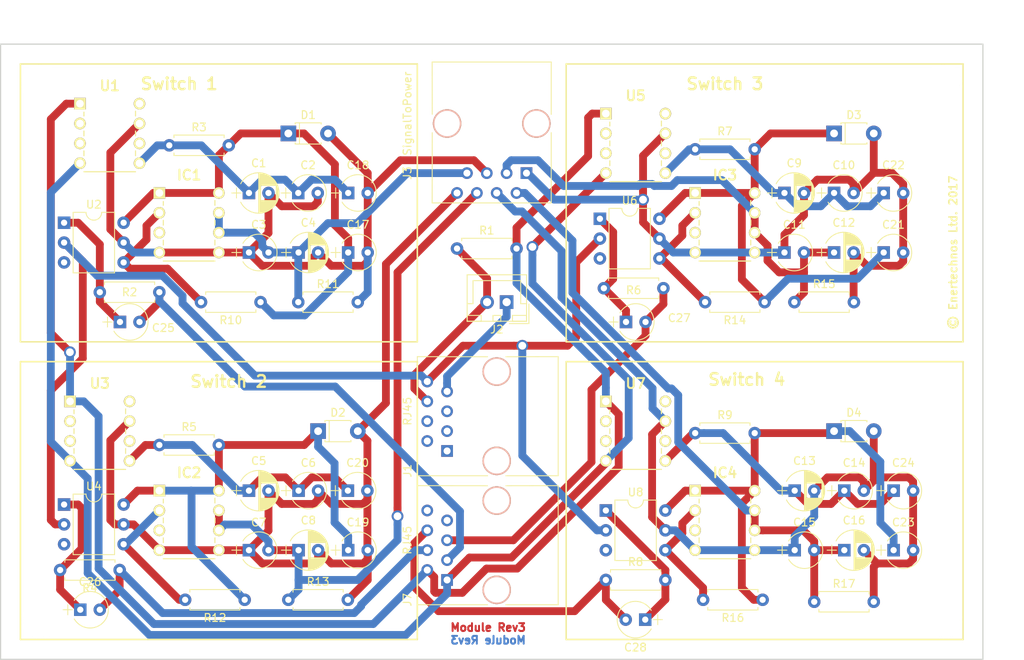
<source format=kicad_pcb>
(kicad_pcb (version 4) (host pcbnew 4.0.6)

  (general
    (links 148)
    (no_connects 0)
    (area 44.852857 29.145205 184.346292 114.525)
    (thickness 1.6)
    (drawings 29)
    (tracks 484)
    (zones 0)
    (modules 69)
    (nets 49)
  )

  (page A4)
  (layers
    (0 F.Cu signal)
    (31 B.Cu signal)
    (33 F.Adhes user hide)
    (35 F.Paste user hide)
    (37 F.SilkS user)
    (39 F.Mask user)
    (40 Dwgs.User user)
    (41 Cmts.User user hide)
    (42 Eco1.User user hide)
    (43 Eco2.User user hide)
    (44 Edge.Cuts user)
    (45 Margin user hide)
    (47 F.CrtYd user)
    (49 F.Fab user hide)
  )

  (setup
    (last_trace_width 1)
    (trace_clearance 0.4)
    (zone_clearance 0.35)
    (zone_45_only no)
    (trace_min 1)
    (segment_width 0.2)
    (edge_width 0.15)
    (via_size 1.5)
    (via_drill 1)
    (via_min_size 1.5)
    (via_min_drill 0.3)
    (uvia_size 1)
    (uvia_drill 0.5)
    (uvias_allowed no)
    (uvia_min_size 1)
    (uvia_min_drill 0.1)
    (pcb_text_width 0.3)
    (pcb_text_size 1.5 1.5)
    (mod_edge_width 0.15)
    (mod_text_size 1 1)
    (mod_text_width 0.15)
    (pad_size 1.524 1.524)
    (pad_drill 0.762)
    (pad_to_mask_clearance 0.2)
    (aux_axis_origin 0 0)
    (visible_elements 7FFFEFFF)
    (pcbplotparams
      (layerselection 0x00030_80000001)
      (usegerberextensions false)
      (excludeedgelayer true)
      (linewidth 0.100000)
      (plotframeref false)
      (viasonmask false)
      (mode 1)
      (useauxorigin false)
      (hpglpennumber 1)
      (hpglpenspeed 20)
      (hpglpendiameter 15)
      (hpglpenoverlay 2)
      (psnegative false)
      (psa4output false)
      (plotreference true)
      (plotvalue true)
      (plotinvisibletext false)
      (padsonsilk false)
      (subtractmaskfromsilk false)
      (outputformat 1)
      (mirror false)
      (drillshape 1)
      (scaleselection 1)
      (outputdirectory ""))
  )

  (net 0 "")
  (net 1 "Net-(C1-Pad1)")
  (net 2 "Net-(C10-Pad1)")
  (net 3 "Net-(C13-Pad1)")
  (net 4 "Net-(IC1-Pad2)")
  (net 5 "Net-(IC2-Pad2)")
  (net 6 "Net-(IC3-Pad2)")
  (net 7 "Net-(IC4-Pad2)")
  (net 8 DC_IN)
  (net 9 DC_GND)
  (net 10 ARD_TEMP)
  (net 11 ARD_GND)
  (net 12 "Net-(C20-Pad1)")
  (net 13 "Net-(C17-Pad1)")
  (net 14 "Net-(C19-Pad1)")
  (net 15 "Net-(C21-Pad1)")
  (net 16 "Net-(C23-Pad1)")
  (net 17 ARD_PWM_A)
  (net 18 ARD_PWM_B)
  (net 19 ARD_PWM_C)
  (net 20 ARD_PWM_D)
  (net 21 ARD_5V)
  (net 22 GND_ISO_A)
  (net 23 DRV_SIG_A)
  (net 24 DRV_SIG_B)
  (net 25 DRV_SIG_C)
  (net 26 DRV_SIG_D)
  (net 27 "Net-(C25-Pad1)")
  (net 28 "Net-(C26-Pad1)")
  (net 29 "Net-(C27-Pad1)")
  (net 30 "Net-(C28-Pad1)")
  (net 31 GND_ISO_B)
  (net 32 GND_ISO_C)
  (net 33 GND_ISO_D)
  (net 34 "Net-(IC1-Pad3)")
  (net 35 "Net-(IC2-Pad3)")
  (net 36 "Net-(IC3-Pad3)")
  (net 37 "Net-(IC4-Pad3)")
  (net 38 "Net-(J1-Pad1)")
  (net 39 "Net-(J1-Pad2)")
  (net 40 "Net-(J1-Pad3)")
  (net 41 "Net-(J1-Pad4)")
  (net 42 "Net-(J1-Pad5)")
  (net 43 "Net-(J7-Pad7)")
  (net 44 "Net-(J7-Pad8)")
  (net 45 "Net-(U2-Pad3)")
  (net 46 "Net-(U4-Pad3)")
  (net 47 "Net-(U6-Pad3)")
  (net 48 "Net-(U8-Pad3)")

  (net_class Default "This is the default net class."
    (clearance 0.4)
    (trace_width 1)
    (via_dia 1.5)
    (via_drill 1)
    (uvia_dia 1)
    (uvia_drill 0.5)
    (add_net ARD_5V)
    (add_net ARD_GND)
    (add_net ARD_PWM_A)
    (add_net ARD_PWM_B)
    (add_net ARD_PWM_C)
    (add_net ARD_PWM_D)
    (add_net ARD_TEMP)
    (add_net DC_GND)
    (add_net DC_IN)
    (add_net DRV_SIG_A)
    (add_net DRV_SIG_B)
    (add_net DRV_SIG_C)
    (add_net DRV_SIG_D)
    (add_net GND_ISO_A)
    (add_net GND_ISO_B)
    (add_net GND_ISO_C)
    (add_net GND_ISO_D)
    (add_net "Net-(C1-Pad1)")
    (add_net "Net-(C10-Pad1)")
    (add_net "Net-(C13-Pad1)")
    (add_net "Net-(C17-Pad1)")
    (add_net "Net-(C19-Pad1)")
    (add_net "Net-(C20-Pad1)")
    (add_net "Net-(C21-Pad1)")
    (add_net "Net-(C23-Pad1)")
    (add_net "Net-(C25-Pad1)")
    (add_net "Net-(C26-Pad1)")
    (add_net "Net-(C27-Pad1)")
    (add_net "Net-(C28-Pad1)")
    (add_net "Net-(IC1-Pad2)")
    (add_net "Net-(IC1-Pad3)")
    (add_net "Net-(IC2-Pad2)")
    (add_net "Net-(IC2-Pad3)")
    (add_net "Net-(IC3-Pad2)")
    (add_net "Net-(IC3-Pad3)")
    (add_net "Net-(IC4-Pad2)")
    (add_net "Net-(IC4-Pad3)")
    (add_net "Net-(J1-Pad1)")
    (add_net "Net-(J1-Pad2)")
    (add_net "Net-(J1-Pad3)")
    (add_net "Net-(J1-Pad4)")
    (add_net "Net-(J1-Pad5)")
    (add_net "Net-(J7-Pad7)")
    (add_net "Net-(J7-Pad8)")
    (add_net "Net-(U2-Pad3)")
    (add_net "Net-(U4-Pad3)")
    (add_net "Net-(U6-Pad3)")
    (add_net "Net-(U8-Pad3)")
  )

  (module PartsLibraries:RJ45 (layer F.Cu) (tedit 5A16E9AB) (tstamp 59A7E8CF)
    (at 106.68 102.87 90)
    (tags RJ45)
    (path /59A7EBD8)
    (fp_text reference J7 (at -2.54 -5.08 90) (layer F.SilkS)
      (effects (font (size 1 1) (thickness 0.15)))
    )
    (fp_text value RJ45 (at 5.08 -5.08 90) (layer F.SilkS)
      (effects (font (size 1 1) (thickness 0.15)))
    )
    (fp_line (start -3.17 14.22) (end 12.07 14.22) (layer F.SilkS) (width 0.12))
    (fp_line (start 12.07 -3.81) (end 12.06 5.18) (layer F.SilkS) (width 0.12))
    (fp_line (start 12.07 -3.81) (end -3.17 -3.81) (layer F.SilkS) (width 0.12))
    (fp_line (start -3.17 -3.81) (end -3.17 5.19) (layer F.SilkS) (width 0.12))
    (fp_line (start 12.06 7.52) (end 12.07 14.22) (layer F.SilkS) (width 0.12))
    (fp_line (start -3.17 7.51) (end -3.17 14.22) (layer F.SilkS) (width 0.12))
    (fp_line (start -3.56 -4.06) (end 12.46 -4.06) (layer F.CrtYd) (width 0.05))
    (fp_line (start -3.56 -4.06) (end -3.56 14.47) (layer F.CrtYd) (width 0.05))
    (fp_line (start 12.46 14.47) (end 12.46 -4.06) (layer F.CrtYd) (width 0.05))
    (fp_line (start 12.46 14.47) (end -3.56 14.47) (layer F.CrtYd) (width 0.05))
    (pad "" np_thru_hole circle (at 10.16 6.35 90) (size 3.65 3.65) (drill 3.25) (layers *.Cu *.SilkS *.Mask))
    (pad "" np_thru_hole circle (at -1.27 6.35 90) (size 3.65 3.65) (drill 3.25) (layers *.Cu *.SilkS *.Mask))
    (pad 1 thru_hole rect (at 0 0 90) (size 1.5 1.5) (drill 0.9) (layers *.Cu *.Mask)
      (net 8 DC_IN))
    (pad 2 thru_hole circle (at 1.27 -2.54 90) (size 1.5 1.5) (drill 0.9) (layers *.Cu *.Mask)
      (net 9 DC_GND))
    (pad 3 thru_hole circle (at 2.54 0 90) (size 1.5 1.5) (drill 0.9) (layers *.Cu *.Mask)
      (net 17 ARD_PWM_A))
    (pad 4 thru_hole circle (at 3.81 -2.54 90) (size 1.5 1.5) (drill 0.9) (layers *.Cu *.Mask)
      (net 18 ARD_PWM_B))
    (pad 5 thru_hole circle (at 5.08 0 90) (size 1.5 1.5) (drill 0.9) (layers *.Cu *.Mask)
      (net 19 ARD_PWM_C))
    (pad 6 thru_hole circle (at 6.35 -2.54 90) (size 1.5 1.5) (drill 0.9) (layers *.Cu *.Mask)
      (net 20 ARD_PWM_D))
    (pad 7 thru_hole circle (at 7.62 0 90) (size 1.5 1.5) (drill 0.9) (layers *.Cu *.Mask)
      (net 43 "Net-(J7-Pad7)"))
    (pad 8 thru_hole circle (at 8.89 -2.54 90) (size 1.5 1.5) (drill 0.9) (layers *.Cu *.Mask)
      (net 44 "Net-(J7-Pad8)"))
    (model ../../../../../../Development/multilevelinverter/Hardware/3D/RJ45.wrl
      (at (xyz 0.175 -0.667 0.3))
      (scale (xyz 10 10 10))
      (rotate (xyz 270 0 0))
    )
  )

  (module PartsLibraries:RJ45 (layer F.Cu) (tedit 5A16E9B9) (tstamp 59A6EC93)
    (at 106.68 86.36 90)
    (tags RJ45)
    (path /59526541)
    (fp_text reference J1 (at -2.54 -5.08 90) (layer F.SilkS)
      (effects (font (size 1 1) (thickness 0.15)))
    )
    (fp_text value RJ45 (at 5.08 -5.08 90) (layer F.SilkS)
      (effects (font (size 1 1) (thickness 0.15)))
    )
    (fp_line (start -3.17 14.22) (end 12.07 14.22) (layer F.SilkS) (width 0.12))
    (fp_line (start 12.07 -3.81) (end 12.06 5.18) (layer F.SilkS) (width 0.12))
    (fp_line (start 12.07 -3.81) (end -3.17 -3.81) (layer F.SilkS) (width 0.12))
    (fp_line (start -3.17 -3.81) (end -3.17 5.19) (layer F.SilkS) (width 0.12))
    (fp_line (start 12.06 7.52) (end 12.07 14.22) (layer F.SilkS) (width 0.12))
    (fp_line (start -3.17 7.51) (end -3.17 14.22) (layer F.SilkS) (width 0.12))
    (fp_line (start -3.56 -4.06) (end 12.46 -4.06) (layer F.CrtYd) (width 0.05))
    (fp_line (start -3.56 -4.06) (end -3.56 14.47) (layer F.CrtYd) (width 0.05))
    (fp_line (start 12.46 14.47) (end 12.46 -4.06) (layer F.CrtYd) (width 0.05))
    (fp_line (start 12.46 14.47) (end -3.56 14.47) (layer F.CrtYd) (width 0.05))
    (pad "" np_thru_hole circle (at 10.16 6.35 90) (size 3.65 3.65) (drill 3.25) (layers *.Cu *.SilkS *.Mask))
    (pad "" np_thru_hole circle (at -1.27 6.35 90) (size 3.65 3.65) (drill 3.25) (layers *.Cu *.SilkS *.Mask))
    (pad 1 thru_hole rect (at 0 0 90) (size 1.5 1.5) (drill 0.9) (layers *.Cu *.Mask)
      (net 38 "Net-(J1-Pad1)"))
    (pad 2 thru_hole circle (at 1.27 -2.54 90) (size 1.5 1.5) (drill 0.9) (layers *.Cu *.Mask)
      (net 39 "Net-(J1-Pad2)"))
    (pad 3 thru_hole circle (at 2.54 0 90) (size 1.5 1.5) (drill 0.9) (layers *.Cu *.Mask)
      (net 40 "Net-(J1-Pad3)"))
    (pad 4 thru_hole circle (at 3.81 -2.54 90) (size 1.5 1.5) (drill 0.9) (layers *.Cu *.Mask)
      (net 41 "Net-(J1-Pad4)"))
    (pad 5 thru_hole circle (at 5.08 0 90) (size 1.5 1.5) (drill 0.9) (layers *.Cu *.Mask)
      (net 42 "Net-(J1-Pad5)"))
    (pad 6 thru_hole circle (at 6.35 -2.54 90) (size 1.5 1.5) (drill 0.9) (layers *.Cu *.Mask)
      (net 10 ARD_TEMP))
    (pad 7 thru_hole circle (at 7.62 0 90) (size 1.5 1.5) (drill 0.9) (layers *.Cu *.Mask)
      (net 21 ARD_5V))
    (pad 8 thru_hole circle (at 8.89 -2.54 90) (size 1.5 1.5) (drill 0.9) (layers *.Cu *.Mask)
      (net 11 ARD_GND))
    (model ../../../../../../Development/multilevelinverter/Hardware/3D/RJ45.wrl
      (at (xyz 0.175 -0.667 0.3))
      (scale (xyz 10 10 10))
      (rotate (xyz 270 0 0))
    )
  )

  (module PartsLibraries:RJ45 (layer F.Cu) (tedit 5A16E925) (tstamp 5A17795A)
    (at 116.84 50.8 180)
    (tags RJ45)
    (path /5A16B56F)
    (fp_text reference J3 (at 15.24 0 270) (layer F.SilkS)
      (effects (font (size 1 1) (thickness 0.15)))
    )
    (fp_text value SignalToPower (at 15.24 7.62 270) (layer F.SilkS)
      (effects (font (size 1 1) (thickness 0.15)))
    )
    (fp_line (start -3.17 14.22) (end 12.07 14.22) (layer F.SilkS) (width 0.12))
    (fp_line (start 12.07 -3.81) (end 12.06 5.18) (layer F.SilkS) (width 0.12))
    (fp_line (start 12.07 -3.81) (end -3.17 -3.81) (layer F.SilkS) (width 0.12))
    (fp_line (start -3.17 -3.81) (end -3.17 5.19) (layer F.SilkS) (width 0.12))
    (fp_line (start 12.06 7.52) (end 12.07 14.22) (layer F.SilkS) (width 0.12))
    (fp_line (start -3.17 7.51) (end -3.17 14.22) (layer F.SilkS) (width 0.12))
    (fp_line (start -3.56 -4.06) (end 12.46 -4.06) (layer F.CrtYd) (width 0.05))
    (fp_line (start -3.56 -4.06) (end -3.56 14.47) (layer F.CrtYd) (width 0.05))
    (fp_line (start 12.46 14.47) (end 12.46 -4.06) (layer F.CrtYd) (width 0.05))
    (fp_line (start 12.46 14.47) (end -3.56 14.47) (layer F.CrtYd) (width 0.05))
    (pad "" np_thru_hole circle (at 10.16 6.35 180) (size 3.65 3.65) (drill 3.25) (layers *.Cu *.SilkS *.Mask))
    (pad "" np_thru_hole circle (at -1.27 6.35 180) (size 3.65 3.65) (drill 3.25) (layers *.Cu *.SilkS *.Mask))
    (pad 1 thru_hole rect (at 0 0 180) (size 1.5 1.5) (drill 0.9) (layers *.Cu *.Mask)
      (net 32 GND_ISO_C))
    (pad 2 thru_hole circle (at 1.27 -2.54 180) (size 1.5 1.5) (drill 0.9) (layers *.Cu *.Mask)
      (net 26 DRV_SIG_D))
    (pad 3 thru_hole circle (at 2.54 0 180) (size 1.5 1.5) (drill 0.9) (layers *.Cu *.Mask)
      (net 25 DRV_SIG_C))
    (pad 4 thru_hole circle (at 3.81 -2.54 180) (size 1.5 1.5) (drill 0.9) (layers *.Cu *.Mask)
      (net 33 GND_ISO_D))
    (pad 5 thru_hole circle (at 5.08 0 180) (size 1.5 1.5) (drill 0.9) (layers *.Cu *.Mask)
      (net 22 GND_ISO_A))
    (pad 6 thru_hole circle (at 6.35 -2.54 180) (size 1.5 1.5) (drill 0.9) (layers *.Cu *.Mask)
      (net 24 DRV_SIG_B))
    (pad 7 thru_hole circle (at 7.62 0 180) (size 1.5 1.5) (drill 0.9) (layers *.Cu *.Mask)
      (net 23 DRV_SIG_A))
    (pad 8 thru_hole circle (at 8.89 -2.54 180) (size 1.5 1.5) (drill 0.9) (layers *.Cu *.Mask)
      (net 31 GND_ISO_B))
    (model ../../../../../../Development/multilevelinverter/Hardware/3D/RJ45.wrl
      (at (xyz 0.175 -0.667 0.3))
      (scale (xyz 10 10 10))
      (rotate (xyz 270 0 0))
    )
  )

  (module Capacitors_THT:CP_Radial_Tantal_D4.5mm_P2.50mm (layer F.Cu) (tedit 597C781B) (tstamp 59EF6724)
    (at 163.83 91.44)
    (descr "CP, Radial_Tantal series, Radial, pin pitch=2.50mm, , diameter=4.5mm, Tantal Electrolytic Capacitor, http://cdn-reichelt.de/documents/datenblatt/B300/TANTAL-TB-Serie%23.pdf")
    (tags "CP Radial_Tantal series Radial pin pitch 2.50mm  diameter 4.5mm Tantal Electrolytic Capacitor")
    (path /59A712A3/59EF1DD4)
    (fp_text reference C24 (at 1.25 -3.56) (layer F.SilkS)
      (effects (font (size 1 1) (thickness 0.15)))
    )
    (fp_text value 100nF (at 1.25 3.56) (layer F.Fab)
      (effects (font (size 1 1) (thickness 0.15)))
    )
    (fp_arc (start 1.25 0) (end -0.770693 -1.18) (angle 119.4) (layer F.SilkS) (width 0.12))
    (fp_arc (start 1.25 0) (end -0.770693 1.18) (angle -119.4) (layer F.SilkS) (width 0.12))
    (fp_arc (start 1.25 0) (end 3.270693 -1.18) (angle 60.6) (layer F.SilkS) (width 0.12))
    (fp_circle (center 1.25 0) (end 3.5 0) (layer F.Fab) (width 0.1))
    (fp_line (start -2.2 0) (end -1 0) (layer F.Fab) (width 0.1))
    (fp_line (start -1.6 -0.65) (end -1.6 0.65) (layer F.Fab) (width 0.1))
    (fp_line (start -2.2 0) (end -1 0) (layer F.SilkS) (width 0.12))
    (fp_line (start -1.6 -0.65) (end -1.6 0.65) (layer F.SilkS) (width 0.12))
    (fp_line (start -1.35 -2.6) (end -1.35 2.6) (layer F.CrtYd) (width 0.05))
    (fp_line (start -1.35 2.6) (end 3.85 2.6) (layer F.CrtYd) (width 0.05))
    (fp_line (start 3.85 2.6) (end 3.85 -2.6) (layer F.CrtYd) (width 0.05))
    (fp_line (start 3.85 -2.6) (end -1.35 -2.6) (layer F.CrtYd) (width 0.05))
    (fp_text user %R (at 1.25 0) (layer F.Fab)
      (effects (font (size 1 1) (thickness 0.15)))
    )
    (pad 1 thru_hole rect (at 0 0) (size 1.6 1.6) (drill 0.8) (layers *.Cu *.Mask)
      (net 3 "Net-(C13-Pad1)"))
    (pad 2 thru_hole circle (at 2.5 0) (size 1.6 1.6) (drill 0.8) (layers *.Cu *.Mask)
      (net 33 GND_ISO_D))
    (model ${KISYS3DMOD}/Capacitors_THT.3dshapes/CP_Radial_Tantal_D4.5mm_P2.50mm.wrl
      (at (xyz 0 0 0))
      (scale (xyz 1 1 1))
      (rotate (xyz 0 0 0))
    )
  )

  (module Housings_DIP:DIP-6_W7.62mm (layer F.Cu) (tedit 59C78D6B) (tstamp 59EF6872)
    (at 126.238 56.642)
    (descr "6-lead though-hole mounted DIP package, row spacing 7.62 mm (300 mils)")
    (tags "THT DIP DIL PDIP 2.54mm 7.62mm 300mil")
    (path /59A71299/59A6DAA6)
    (fp_text reference U6 (at 3.81 -2.33) (layer F.SilkS)
      (effects (font (size 1 1) (thickness 0.15)))
    )
    (fp_text value H11N1M (at 3.81 7.41) (layer F.Fab)
      (effects (font (size 1 1) (thickness 0.15)))
    )
    (fp_arc (start 3.81 -1.33) (end 2.81 -1.33) (angle -180) (layer F.SilkS) (width 0.12))
    (fp_line (start 1.635 -1.27) (end 6.985 -1.27) (layer F.Fab) (width 0.1))
    (fp_line (start 6.985 -1.27) (end 6.985 6.35) (layer F.Fab) (width 0.1))
    (fp_line (start 6.985 6.35) (end 0.635 6.35) (layer F.Fab) (width 0.1))
    (fp_line (start 0.635 6.35) (end 0.635 -0.27) (layer F.Fab) (width 0.1))
    (fp_line (start 0.635 -0.27) (end 1.635 -1.27) (layer F.Fab) (width 0.1))
    (fp_line (start 2.81 -1.33) (end 1.16 -1.33) (layer F.SilkS) (width 0.12))
    (fp_line (start 1.16 -1.33) (end 1.16 6.41) (layer F.SilkS) (width 0.12))
    (fp_line (start 1.16 6.41) (end 6.46 6.41) (layer F.SilkS) (width 0.12))
    (fp_line (start 6.46 6.41) (end 6.46 -1.33) (layer F.SilkS) (width 0.12))
    (fp_line (start 6.46 -1.33) (end 4.81 -1.33) (layer F.SilkS) (width 0.12))
    (fp_line (start -1.1 -1.55) (end -1.1 6.6) (layer F.CrtYd) (width 0.05))
    (fp_line (start -1.1 6.6) (end 8.7 6.6) (layer F.CrtYd) (width 0.05))
    (fp_line (start 8.7 6.6) (end 8.7 -1.55) (layer F.CrtYd) (width 0.05))
    (fp_line (start 8.7 -1.55) (end -1.1 -1.55) (layer F.CrtYd) (width 0.05))
    (fp_text user %R (at 3.81 2.54) (layer F.Fab)
      (effects (font (size 1 1) (thickness 0.15)))
    )
    (pad 1 thru_hole rect (at 0 0) (size 1.6 1.6) (drill 0.8) (layers *.Cu *.Mask)
      (net 29 "Net-(C27-Pad1)"))
    (pad 4 thru_hole oval (at 7.62 5.08) (size 1.6 1.6) (drill 0.8) (layers *.Cu *.Mask)
      (net 6 "Net-(IC3-Pad2)"))
    (pad 2 thru_hole oval (at 0 2.54) (size 1.6 1.6) (drill 0.8) (layers *.Cu *.Mask)
      (net 11 ARD_GND))
    (pad 5 thru_hole oval (at 7.62 2.54) (size 1.6 1.6) (drill 0.8) (layers *.Cu *.Mask)
      (net 32 GND_ISO_C))
    (pad 3 thru_hole oval (at 0 5.08) (size 1.6 1.6) (drill 0.8) (layers *.Cu *.Mask)
      (net 47 "Net-(U6-Pad3)"))
    (pad 6 thru_hole oval (at 7.62 0) (size 1.6 1.6) (drill 0.8) (layers *.Cu *.Mask)
      (net 15 "Net-(C21-Pad1)"))
    (model ${KISYS3DMOD}/Housings_DIP.3dshapes/DIP-6_W7.62mm.wrl
      (at (xyz 0 0 0))
      (scale (xyz 1 1 1))
      (rotate (xyz 0 0 0))
    )
  )

  (module Resistors_THT:R_Axial_DIN0207_L6.3mm_D2.5mm_P7.62mm_Horizontal (layer F.Cu) (tedit 5874F706) (tstamp 59A6EE04)
    (at 127 102.87)
    (descr "Resistor, Axial_DIN0207 series, Axial, Horizontal, pin pitch=7.62mm, 0.25W = 1/4W, length*diameter=6.3*2.5mm^2, http://cdn-reichelt.de/documents/datenblatt/B400/1_4W%23YAG.pdf")
    (tags "Resistor Axial_DIN0207 series Axial Horizontal pin pitch 7.62mm 0.25W = 1/4W length 6.3mm diameter 2.5mm")
    (path /59A712A3/59A6DA9F)
    (fp_text reference R8 (at 3.81 -2.31) (layer F.SilkS)
      (effects (font (size 1 1) (thickness 0.15)))
    )
    (fp_text value 180 (at 3.81 2.31) (layer F.Fab)
      (effects (font (size 1 1) (thickness 0.15)))
    )
    (fp_line (start 0.66 -1.25) (end 0.66 1.25) (layer F.Fab) (width 0.1))
    (fp_line (start 0.66 1.25) (end 6.96 1.25) (layer F.Fab) (width 0.1))
    (fp_line (start 6.96 1.25) (end 6.96 -1.25) (layer F.Fab) (width 0.1))
    (fp_line (start 6.96 -1.25) (end 0.66 -1.25) (layer F.Fab) (width 0.1))
    (fp_line (start 0 0) (end 0.66 0) (layer F.Fab) (width 0.1))
    (fp_line (start 7.62 0) (end 6.96 0) (layer F.Fab) (width 0.1))
    (fp_line (start 0.6 -0.98) (end 0.6 -1.31) (layer F.SilkS) (width 0.12))
    (fp_line (start 0.6 -1.31) (end 7.02 -1.31) (layer F.SilkS) (width 0.12))
    (fp_line (start 7.02 -1.31) (end 7.02 -0.98) (layer F.SilkS) (width 0.12))
    (fp_line (start 0.6 0.98) (end 0.6 1.31) (layer F.SilkS) (width 0.12))
    (fp_line (start 0.6 1.31) (end 7.02 1.31) (layer F.SilkS) (width 0.12))
    (fp_line (start 7.02 1.31) (end 7.02 0.98) (layer F.SilkS) (width 0.12))
    (fp_line (start -1.05 -1.6) (end -1.05 1.6) (layer F.CrtYd) (width 0.05))
    (fp_line (start -1.05 1.6) (end 8.7 1.6) (layer F.CrtYd) (width 0.05))
    (fp_line (start 8.7 1.6) (end 8.7 -1.6) (layer F.CrtYd) (width 0.05))
    (fp_line (start 8.7 -1.6) (end -1.05 -1.6) (layer F.CrtYd) (width 0.05))
    (pad 1 thru_hole circle (at 0 0) (size 1.6 1.6) (drill 0.8) (layers *.Cu *.Mask)
      (net 20 ARD_PWM_D))
    (pad 2 thru_hole oval (at 7.62 0) (size 1.6 1.6) (drill 0.8) (layers *.Cu *.Mask)
      (net 30 "Net-(C28-Pad1)"))
    (model ${KISYS3DMOD}/Resistors_THT.3dshapes/R_Axial_DIN0207_L6.3mm_D2.5mm_P7.62mm_Horizontal.wrl
      (at (xyz 0 0 0))
      (scale (xyz 0.3937 0.3937 0.3937))
      (rotate (xyz 0 0 0))
    )
  )

  (module Housings_DIP:DIP-6_W7.62mm (layer F.Cu) (tedit 59C78D6B) (tstamp 59EF688C)
    (at 127 93.98)
    (descr "6-lead though-hole mounted DIP package, row spacing 7.62 mm (300 mils)")
    (tags "THT DIP DIL PDIP 2.54mm 7.62mm 300mil")
    (path /59A712A3/59A6DAA6)
    (fp_text reference U8 (at 3.81 -2.33) (layer F.SilkS)
      (effects (font (size 1 1) (thickness 0.15)))
    )
    (fp_text value H11N1M (at 3.81 7.41) (layer F.Fab)
      (effects (font (size 1 1) (thickness 0.15)))
    )
    (fp_arc (start 3.81 -1.33) (end 2.81 -1.33) (angle -180) (layer F.SilkS) (width 0.12))
    (fp_line (start 1.635 -1.27) (end 6.985 -1.27) (layer F.Fab) (width 0.1))
    (fp_line (start 6.985 -1.27) (end 6.985 6.35) (layer F.Fab) (width 0.1))
    (fp_line (start 6.985 6.35) (end 0.635 6.35) (layer F.Fab) (width 0.1))
    (fp_line (start 0.635 6.35) (end 0.635 -0.27) (layer F.Fab) (width 0.1))
    (fp_line (start 0.635 -0.27) (end 1.635 -1.27) (layer F.Fab) (width 0.1))
    (fp_line (start 2.81 -1.33) (end 1.16 -1.33) (layer F.SilkS) (width 0.12))
    (fp_line (start 1.16 -1.33) (end 1.16 6.41) (layer F.SilkS) (width 0.12))
    (fp_line (start 1.16 6.41) (end 6.46 6.41) (layer F.SilkS) (width 0.12))
    (fp_line (start 6.46 6.41) (end 6.46 -1.33) (layer F.SilkS) (width 0.12))
    (fp_line (start 6.46 -1.33) (end 4.81 -1.33) (layer F.SilkS) (width 0.12))
    (fp_line (start -1.1 -1.55) (end -1.1 6.6) (layer F.CrtYd) (width 0.05))
    (fp_line (start -1.1 6.6) (end 8.7 6.6) (layer F.CrtYd) (width 0.05))
    (fp_line (start 8.7 6.6) (end 8.7 -1.55) (layer F.CrtYd) (width 0.05))
    (fp_line (start 8.7 -1.55) (end -1.1 -1.55) (layer F.CrtYd) (width 0.05))
    (fp_text user %R (at 3.81 2.54) (layer F.Fab)
      (effects (font (size 1 1) (thickness 0.15)))
    )
    (pad 1 thru_hole rect (at 0 0) (size 1.6 1.6) (drill 0.8) (layers *.Cu *.Mask)
      (net 30 "Net-(C28-Pad1)"))
    (pad 4 thru_hole oval (at 7.62 5.08) (size 1.6 1.6) (drill 0.8) (layers *.Cu *.Mask)
      (net 7 "Net-(IC4-Pad2)"))
    (pad 2 thru_hole oval (at 0 2.54) (size 1.6 1.6) (drill 0.8) (layers *.Cu *.Mask)
      (net 11 ARD_GND))
    (pad 5 thru_hole oval (at 7.62 2.54) (size 1.6 1.6) (drill 0.8) (layers *.Cu *.Mask)
      (net 33 GND_ISO_D))
    (pad 3 thru_hole oval (at 0 5.08) (size 1.6 1.6) (drill 0.8) (layers *.Cu *.Mask)
      (net 48 "Net-(U8-Pad3)"))
    (pad 6 thru_hole oval (at 7.62 0) (size 1.6 1.6) (drill 0.8) (layers *.Cu *.Mask)
      (net 16 "Net-(C23-Pad1)"))
    (model ${KISYS3DMOD}/Housings_DIP.3dshapes/DIP-6_W7.62mm.wrl
      (at (xyz 0 0 0))
      (scale (xyz 1 1 1))
      (rotate (xyz 0 0 0))
    )
  )

  (module Mounting_Holes:MountingHole_4.3mm_M4 (layer F.Cu) (tedit 59A7ED15) (tstamp 59A7F116)
    (at 54.61 107.95)
    (descr "Mounting Hole 4.3mm, no annular, M4")
    (tags "mounting hole 4.3mm no annular m4")
    (fp_text reference "" (at 0 -5.3) (layer F.SilkS)
      (effects (font (size 1 1) (thickness 0.15)))
    )
    (fp_text value MountingHole_4.3mm_M4 (at 0 5.3) (layer F.Fab)
      (effects (font (size 1 1) (thickness 0.15)))
    )
    (fp_circle (center 0 0) (end 4.3 0) (layer Cmts.User) (width 0.15))
    (fp_circle (center 0 0) (end 4.55 0) (layer F.CrtYd) (width 0.05))
    (pad 1 np_thru_hole circle (at 0 0) (size 4.3 4.3) (drill 4.3) (layers *.Cu *.Mask))
  )

  (module Mounting_Holes:MountingHole_4.3mm_M4 (layer F.Cu) (tedit 59A7ED1B) (tstamp 59A7F102)
    (at 170.18 107.95)
    (descr "Mounting Hole 4.3mm, no annular, M4")
    (tags "mounting hole 4.3mm no annular m4")
    (fp_text reference "" (at 0 -5.3) (layer F.SilkS)
      (effects (font (size 1 1) (thickness 0.15)))
    )
    (fp_text value MountingHole_4.3mm_M4 (at 0 5.3) (layer F.Fab)
      (effects (font (size 1 1) (thickness 0.15)))
    )
    (fp_circle (center 0 0) (end 4.3 0) (layer Cmts.User) (width 0.15))
    (fp_circle (center 0 0) (end 4.55 0) (layer F.CrtYd) (width 0.05))
    (pad 1 np_thru_hole circle (at 0 0) (size 4.3 4.3) (drill 4.3) (layers *.Cu *.Mask))
  )

  (module Mounting_Holes:MountingHole_4.3mm_M4 (layer F.Cu) (tedit 59A7ED10) (tstamp 59A7F0FC)
    (at 170.18 39.37)
    (descr "Mounting Hole 4.3mm, no annular, M4")
    (tags "mounting hole 4.3mm no annular m4")
    (fp_text reference "" (at 0 -5.3) (layer F.SilkS)
      (effects (font (size 1 1) (thickness 0.15)))
    )
    (fp_text value MountingHole_4.3mm_M4 (at 0 5.3) (layer F.Fab)
      (effects (font (size 1 1) (thickness 0.15)))
    )
    (fp_circle (center 0 0) (end 4.3 0) (layer Cmts.User) (width 0.15))
    (fp_circle (center 0 0) (end 4.55 0) (layer F.CrtYd) (width 0.05))
    (pad 1 np_thru_hole circle (at 0 0) (size 4.3 4.3) (drill 4.3) (layers *.Cu *.Mask))
  )

  (module Capacitors_THT:CP_Radial_Tantal_D4.5mm_P2.50mm (layer F.Cu) (tedit 597C781B) (tstamp 59A6E9D7)
    (at 156.21 53.34)
    (descr "CP, Radial_Tantal series, Radial, pin pitch=2.50mm, , diameter=4.5mm, Tantal Electrolytic Capacitor, http://cdn-reichelt.de/documents/datenblatt/B300/TANTAL-TB-Serie%23.pdf")
    (tags "CP Radial_Tantal series Radial pin pitch 2.50mm  diameter 4.5mm Tantal Electrolytic Capacitor")
    (path /59A71299/59A6D3E0)
    (fp_text reference C10 (at 1.25 -3.56) (layer F.SilkS)
      (effects (font (size 1 1) (thickness 0.15)))
    )
    (fp_text value 100nF (at 1.25 3.56) (layer F.Fab)
      (effects (font (size 1 1) (thickness 0.15)))
    )
    (fp_arc (start 1.25 0) (end -0.770693 -1.18) (angle 119.4) (layer F.SilkS) (width 0.12))
    (fp_arc (start 1.25 0) (end -0.770693 1.18) (angle -119.4) (layer F.SilkS) (width 0.12))
    (fp_arc (start 1.25 0) (end 3.270693 -1.18) (angle 60.6) (layer F.SilkS) (width 0.12))
    (fp_circle (center 1.25 0) (end 3.5 0) (layer F.Fab) (width 0.1))
    (fp_line (start -2.2 0) (end -1 0) (layer F.Fab) (width 0.1))
    (fp_line (start -1.6 -0.65) (end -1.6 0.65) (layer F.Fab) (width 0.1))
    (fp_line (start -2.2 0) (end -1 0) (layer F.SilkS) (width 0.12))
    (fp_line (start -1.6 -0.65) (end -1.6 0.65) (layer F.SilkS) (width 0.12))
    (fp_line (start -1.35 -2.6) (end -1.35 2.6) (layer F.CrtYd) (width 0.05))
    (fp_line (start -1.35 2.6) (end 3.85 2.6) (layer F.CrtYd) (width 0.05))
    (fp_line (start 3.85 2.6) (end 3.85 -2.6) (layer F.CrtYd) (width 0.05))
    (fp_line (start 3.85 -2.6) (end -1.35 -2.6) (layer F.CrtYd) (width 0.05))
    (fp_text user %R (at 1.25 0) (layer F.Fab)
      (effects (font (size 1 1) (thickness 0.15)))
    )
    (pad 1 thru_hole rect (at 0 0) (size 1.6 1.6) (drill 0.8) (layers *.Cu *.Mask)
      (net 2 "Net-(C10-Pad1)"))
    (pad 2 thru_hole circle (at 2.5 0) (size 1.6 1.6) (drill 0.8) (layers *.Cu *.Mask)
      (net 32 GND_ISO_C))
    (model ${KISYS3DMOD}/Capacitors_THT.3dshapes/CP_Radial_Tantal_D4.5mm_P2.50mm.wrl
      (at (xyz 0 0 0))
      (scale (xyz 1 1 1))
      (rotate (xyz 0 0 0))
    )
  )

  (module PartsLibraries:TC4422AVPA (layer F.Cu) (tedit 592E9A52) (tstamp 59A6EF40)
    (at 127 80.01)
    (descr DIP254P762X432-8)
    (tags "Integrated Circuit")
    (path /59A712A3/59A6D3EA)
    (fp_text reference U7 (at 3.81 -2.286) (layer F.SilkS)
      (effects (font (size 1.27 1.27) (thickness 0.254)))
    )
    (fp_text value NME1212DC (at 3.556 9.906) (layer F.SilkS) hide
      (effects (font (size 1.27 1.27) (thickness 0.254)))
    )
    (fp_line (start 0.508 8.7122) (end 0.508 -1.0922) (layer Dwgs.User) (width 0.1524))
    (fp_line (start 0.508 -1.1938) (end 7.112 -1.1938) (layer Dwgs.User) (width 0.1524))
    (fp_line (start -0.4826 3.048) (end 0.508 3.048) (layer Dwgs.User) (width 0.1524))
    (fp_line (start -0.4826 2.032) (end -0.4826 3.048) (layer Dwgs.User) (width 0.1524))
    (fp_line (start 0.508 2.032) (end -0.4826 2.032) (layer Dwgs.User) (width 0.1524))
    (fp_line (start 0.508 3.048) (end 0.508 2.032) (layer Dwgs.User) (width 0.1524))
    (fp_line (start 7.112 1.5748) (end 7.112 0.9652) (layer F.SilkS) (width 0.1524))
    (fp_line (start 7.112 4.1148) (end 7.112 3.5052) (layer F.SilkS) (width 0.1524))
    (fp_line (start 0.508 6.0452) (end 0.508 6.6548) (layer F.SilkS) (width 0.1524))
    (fp_line (start 0.508 3.5052) (end 0.508 4.1148) (layer F.SilkS) (width 0.1524))
    (fp_line (start 0.508 8.7122) (end 7.112 8.7122) (layer F.SilkS) (width 0.1524))
    (fp_line (start 7.112 6.6548) (end 7.112 6.0452) (layer F.SilkS) (width 0.1524))
    (fp_line (start 0.508 1.0922) (end 0.508 1.5748) (layer F.SilkS) (width 0.1524))
    (fp_line (start 0.508 0.508) (end 0.508 -0.508) (layer Dwgs.User) (width 0.1524))
    (fp_line (start 0.508 -0.508) (end -0.4826 -0.508) (layer Dwgs.User) (width 0.1524))
    (fp_line (start -0.4826 -0.508) (end -0.4826 0.508) (layer Dwgs.User) (width 0.1524))
    (fp_line (start -0.4826 0.508) (end 0.508 0.508) (layer Dwgs.User) (width 0.1524))
    (fp_line (start 0.508 5.588) (end 0.508 4.572) (layer Dwgs.User) (width 0.1524))
    (fp_line (start 0.508 4.572) (end -0.4826 4.572) (layer Dwgs.User) (width 0.1524))
    (fp_line (start -0.4826 4.572) (end -0.4826 5.588) (layer Dwgs.User) (width 0.1524))
    (fp_line (start -0.4826 5.588) (end 0.508 5.588) (layer Dwgs.User) (width 0.1524))
    (fp_line (start 0.508 8.128) (end 0.508 7.112) (layer Dwgs.User) (width 0.1524))
    (fp_line (start 0.508 7.112) (end -0.4826 7.1374) (layer Dwgs.User) (width 0.1524))
    (fp_line (start -0.4826 7.1374) (end -0.4826 8.128) (layer Dwgs.User) (width 0.1524))
    (fp_line (start -0.4826 8.128) (end 0.508 8.128) (layer Dwgs.User) (width 0.1524))
    (fp_line (start 7.112 7.112) (end 7.112 8.128) (layer Dwgs.User) (width 0.1524))
    (fp_line (start 7.112 8.128) (end 8.1026 8.1026) (layer Dwgs.User) (width 0.1524))
    (fp_line (start 8.1026 8.1026) (end 8.1026 7.112) (layer Dwgs.User) (width 0.1524))
    (fp_line (start 8.1026 7.112) (end 7.112 7.112) (layer Dwgs.User) (width 0.1524))
    (fp_line (start 7.112 4.572) (end 7.112 5.588) (layer Dwgs.User) (width 0.1524))
    (fp_line (start 7.112 5.588) (end 8.1026 5.5626) (layer Dwgs.User) (width 0.1524))
    (fp_line (start 8.1026 5.5626) (end 8.1026 4.572) (layer Dwgs.User) (width 0.1524))
    (fp_line (start 8.1026 4.572) (end 7.112 4.572) (layer Dwgs.User) (width 0.1524))
    (fp_line (start 7.112 2.032) (end 7.112 3.048) (layer Dwgs.User) (width 0.1524))
    (fp_line (start 7.112 3.048) (end 8.1026 3.048) (layer Dwgs.User) (width 0.1524))
    (fp_line (start 8.1026 3.048) (end 8.1026 2.032) (layer Dwgs.User) (width 0.1524))
    (fp_line (start 8.1026 2.032) (end 7.112 2.032) (layer Dwgs.User) (width 0.1524))
    (fp_line (start 7.112 -0.508) (end 7.112 0.508) (layer Dwgs.User) (width 0.1524))
    (fp_line (start 7.112 0.508) (end 8.1026 0.508) (layer Dwgs.User) (width 0.1524))
    (fp_line (start 8.1026 0.508) (end 8.1026 -0.508) (layer Dwgs.User) (width 0.1524))
    (fp_line (start 8.1026 -0.508) (end 7.112 -0.508) (layer Dwgs.User) (width 0.1524))
    (fp_line (start 0.508 8.7122) (end 7.112 8.7122) (layer Dwgs.User) (width 0.1524))
    (fp_line (start 7.112 8.7122) (end 7.112 -1.0922) (layer Dwgs.User) (width 0.1524))
    (pad 1 thru_hole rect (at 0 0 90) (size 1.4859 1.4859) (drill 0.9906) (layers *.Cu *.Mask F.SilkS)
      (net 9 DC_GND))
    (pad 2 thru_hole circle (at 0 2.54 90) (size 1.4859 1.4859) (drill 0.9906) (layers *.Cu *.Mask F.SilkS))
    (pad 3 thru_hole circle (at 0 5.08 90) (size 1.4859 1.4859) (drill 0.9906) (layers *.Cu *.Mask F.SilkS))
    (pad 4 thru_hole circle (at 0 7.62 90) (size 1.4859 1.4859) (drill 0.9906) (layers *.Cu *.Mask F.SilkS)
      (net 8 DC_IN))
    (pad 5 thru_hole circle (at 7.62 7.62 90) (size 1.4859 1.4859) (drill 0.9906) (layers *.Cu *.Mask F.SilkS)
      (net 3 "Net-(C13-Pad1)"))
    (pad 6 thru_hole circle (at 7.62 5.08 90) (size 1.4859 1.4859) (drill 0.9906) (layers *.Cu *.Mask F.SilkS))
    (pad 7 thru_hole circle (at 7.62 2.54 90) (size 1.4859 1.4859) (drill 0.9906) (layers *.Cu *.Mask F.SilkS)
      (net 33 GND_ISO_D))
    (pad 8 thru_hole circle (at 7.62 0 90) (size 1.4859 1.4859) (drill 0.9906) (layers *.Cu *.Mask F.SilkS))
    (model Housings_DIP.3dshapes/DIP-8_W7.62mm.wrl
      (at (xyz 0 0 0))
      (scale (xyz 1 1 1))
      (rotate (xyz 0 0 0))
    )
  )

  (module PartsLibraries:TC4422AVPA (layer F.Cu) (tedit 592E9A52) (tstamp 59A6EE9E)
    (at 58.42 80.01)
    (descr DIP254P762X432-8)
    (tags "Integrated Circuit")
    (path /59A7109E/59A6D3EA)
    (fp_text reference U3 (at 3.81 -2.286) (layer F.SilkS)
      (effects (font (size 1.27 1.27) (thickness 0.254)))
    )
    (fp_text value NME1212DC (at 3.556 9.906) (layer F.SilkS) hide
      (effects (font (size 1.27 1.27) (thickness 0.254)))
    )
    (fp_line (start 0.508 8.7122) (end 0.508 -1.0922) (layer Dwgs.User) (width 0.1524))
    (fp_line (start 0.508 -1.1938) (end 7.112 -1.1938) (layer Dwgs.User) (width 0.1524))
    (fp_line (start -0.4826 3.048) (end 0.508 3.048) (layer Dwgs.User) (width 0.1524))
    (fp_line (start -0.4826 2.032) (end -0.4826 3.048) (layer Dwgs.User) (width 0.1524))
    (fp_line (start 0.508 2.032) (end -0.4826 2.032) (layer Dwgs.User) (width 0.1524))
    (fp_line (start 0.508 3.048) (end 0.508 2.032) (layer Dwgs.User) (width 0.1524))
    (fp_line (start 7.112 1.5748) (end 7.112 0.9652) (layer F.SilkS) (width 0.1524))
    (fp_line (start 7.112 4.1148) (end 7.112 3.5052) (layer F.SilkS) (width 0.1524))
    (fp_line (start 0.508 6.0452) (end 0.508 6.6548) (layer F.SilkS) (width 0.1524))
    (fp_line (start 0.508 3.5052) (end 0.508 4.1148) (layer F.SilkS) (width 0.1524))
    (fp_line (start 0.508 8.7122) (end 7.112 8.7122) (layer F.SilkS) (width 0.1524))
    (fp_line (start 7.112 6.6548) (end 7.112 6.0452) (layer F.SilkS) (width 0.1524))
    (fp_line (start 0.508 1.0922) (end 0.508 1.5748) (layer F.SilkS) (width 0.1524))
    (fp_line (start 0.508 0.508) (end 0.508 -0.508) (layer Dwgs.User) (width 0.1524))
    (fp_line (start 0.508 -0.508) (end -0.4826 -0.508) (layer Dwgs.User) (width 0.1524))
    (fp_line (start -0.4826 -0.508) (end -0.4826 0.508) (layer Dwgs.User) (width 0.1524))
    (fp_line (start -0.4826 0.508) (end 0.508 0.508) (layer Dwgs.User) (width 0.1524))
    (fp_line (start 0.508 5.588) (end 0.508 4.572) (layer Dwgs.User) (width 0.1524))
    (fp_line (start 0.508 4.572) (end -0.4826 4.572) (layer Dwgs.User) (width 0.1524))
    (fp_line (start -0.4826 4.572) (end -0.4826 5.588) (layer Dwgs.User) (width 0.1524))
    (fp_line (start -0.4826 5.588) (end 0.508 5.588) (layer Dwgs.User) (width 0.1524))
    (fp_line (start 0.508 8.128) (end 0.508 7.112) (layer Dwgs.User) (width 0.1524))
    (fp_line (start 0.508 7.112) (end -0.4826 7.1374) (layer Dwgs.User) (width 0.1524))
    (fp_line (start -0.4826 7.1374) (end -0.4826 8.128) (layer Dwgs.User) (width 0.1524))
    (fp_line (start -0.4826 8.128) (end 0.508 8.128) (layer Dwgs.User) (width 0.1524))
    (fp_line (start 7.112 7.112) (end 7.112 8.128) (layer Dwgs.User) (width 0.1524))
    (fp_line (start 7.112 8.128) (end 8.1026 8.1026) (layer Dwgs.User) (width 0.1524))
    (fp_line (start 8.1026 8.1026) (end 8.1026 7.112) (layer Dwgs.User) (width 0.1524))
    (fp_line (start 8.1026 7.112) (end 7.112 7.112) (layer Dwgs.User) (width 0.1524))
    (fp_line (start 7.112 4.572) (end 7.112 5.588) (layer Dwgs.User) (width 0.1524))
    (fp_line (start 7.112 5.588) (end 8.1026 5.5626) (layer Dwgs.User) (width 0.1524))
    (fp_line (start 8.1026 5.5626) (end 8.1026 4.572) (layer Dwgs.User) (width 0.1524))
    (fp_line (start 8.1026 4.572) (end 7.112 4.572) (layer Dwgs.User) (width 0.1524))
    (fp_line (start 7.112 2.032) (end 7.112 3.048) (layer Dwgs.User) (width 0.1524))
    (fp_line (start 7.112 3.048) (end 8.1026 3.048) (layer Dwgs.User) (width 0.1524))
    (fp_line (start 8.1026 3.048) (end 8.1026 2.032) (layer Dwgs.User) (width 0.1524))
    (fp_line (start 8.1026 2.032) (end 7.112 2.032) (layer Dwgs.User) (width 0.1524))
    (fp_line (start 7.112 -0.508) (end 7.112 0.508) (layer Dwgs.User) (width 0.1524))
    (fp_line (start 7.112 0.508) (end 8.1026 0.508) (layer Dwgs.User) (width 0.1524))
    (fp_line (start 8.1026 0.508) (end 8.1026 -0.508) (layer Dwgs.User) (width 0.1524))
    (fp_line (start 8.1026 -0.508) (end 7.112 -0.508) (layer Dwgs.User) (width 0.1524))
    (fp_line (start 0.508 8.7122) (end 7.112 8.7122) (layer Dwgs.User) (width 0.1524))
    (fp_line (start 7.112 8.7122) (end 7.112 -1.0922) (layer Dwgs.User) (width 0.1524))
    (pad 1 thru_hole rect (at 0 0 90) (size 1.4859 1.4859) (drill 0.9906) (layers *.Cu *.Mask F.SilkS)
      (net 9 DC_GND))
    (pad 2 thru_hole circle (at 0 2.54 90) (size 1.4859 1.4859) (drill 0.9906) (layers *.Cu *.Mask F.SilkS))
    (pad 3 thru_hole circle (at 0 5.08 90) (size 1.4859 1.4859) (drill 0.9906) (layers *.Cu *.Mask F.SilkS))
    (pad 4 thru_hole circle (at 0 7.62 90) (size 1.4859 1.4859) (drill 0.9906) (layers *.Cu *.Mask F.SilkS)
      (net 8 DC_IN))
    (pad 5 thru_hole circle (at 7.62 7.62 90) (size 1.4859 1.4859) (drill 0.9906) (layers *.Cu *.Mask F.SilkS)
      (net 12 "Net-(C20-Pad1)"))
    (pad 6 thru_hole circle (at 7.62 5.08 90) (size 1.4859 1.4859) (drill 0.9906) (layers *.Cu *.Mask F.SilkS))
    (pad 7 thru_hole circle (at 7.62 2.54 90) (size 1.4859 1.4859) (drill 0.9906) (layers *.Cu *.Mask F.SilkS)
      (net 31 GND_ISO_B))
    (pad 8 thru_hole circle (at 7.62 0 90) (size 1.4859 1.4859) (drill 0.9906) (layers *.Cu *.Mask F.SilkS))
    (model Housings_DIP.3dshapes/DIP-8_W7.62mm.wrl
      (at (xyz 0 0 0))
      (scale (xyz 1 1 1))
      (rotate (xyz 0 0 0))
    )
  )

  (module PartsLibraries:TC4422AVPA (layer F.Cu) (tedit 592E9A52) (tstamp 59A6EEEF)
    (at 127 43.18)
    (descr DIP254P762X432-8)
    (tags "Integrated Circuit")
    (path /59A71299/59A6D3EA)
    (fp_text reference U5 (at 3.81 -2.286) (layer F.SilkS)
      (effects (font (size 1.27 1.27) (thickness 0.254)))
    )
    (fp_text value NME1212DC (at 3.556 9.906) (layer F.SilkS) hide
      (effects (font (size 1.27 1.27) (thickness 0.254)))
    )
    (fp_line (start 0.508 8.7122) (end 0.508 -1.0922) (layer Dwgs.User) (width 0.1524))
    (fp_line (start 0.508 -1.1938) (end 7.112 -1.1938) (layer Dwgs.User) (width 0.1524))
    (fp_line (start -0.4826 3.048) (end 0.508 3.048) (layer Dwgs.User) (width 0.1524))
    (fp_line (start -0.4826 2.032) (end -0.4826 3.048) (layer Dwgs.User) (width 0.1524))
    (fp_line (start 0.508 2.032) (end -0.4826 2.032) (layer Dwgs.User) (width 0.1524))
    (fp_line (start 0.508 3.048) (end 0.508 2.032) (layer Dwgs.User) (width 0.1524))
    (fp_line (start 7.112 1.5748) (end 7.112 0.9652) (layer F.SilkS) (width 0.1524))
    (fp_line (start 7.112 4.1148) (end 7.112 3.5052) (layer F.SilkS) (width 0.1524))
    (fp_line (start 0.508 6.0452) (end 0.508 6.6548) (layer F.SilkS) (width 0.1524))
    (fp_line (start 0.508 3.5052) (end 0.508 4.1148) (layer F.SilkS) (width 0.1524))
    (fp_line (start 0.508 8.7122) (end 7.112 8.7122) (layer F.SilkS) (width 0.1524))
    (fp_line (start 7.112 6.6548) (end 7.112 6.0452) (layer F.SilkS) (width 0.1524))
    (fp_line (start 0.508 1.0922) (end 0.508 1.5748) (layer F.SilkS) (width 0.1524))
    (fp_line (start 0.508 0.508) (end 0.508 -0.508) (layer Dwgs.User) (width 0.1524))
    (fp_line (start 0.508 -0.508) (end -0.4826 -0.508) (layer Dwgs.User) (width 0.1524))
    (fp_line (start -0.4826 -0.508) (end -0.4826 0.508) (layer Dwgs.User) (width 0.1524))
    (fp_line (start -0.4826 0.508) (end 0.508 0.508) (layer Dwgs.User) (width 0.1524))
    (fp_line (start 0.508 5.588) (end 0.508 4.572) (layer Dwgs.User) (width 0.1524))
    (fp_line (start 0.508 4.572) (end -0.4826 4.572) (layer Dwgs.User) (width 0.1524))
    (fp_line (start -0.4826 4.572) (end -0.4826 5.588) (layer Dwgs.User) (width 0.1524))
    (fp_line (start -0.4826 5.588) (end 0.508 5.588) (layer Dwgs.User) (width 0.1524))
    (fp_line (start 0.508 8.128) (end 0.508 7.112) (layer Dwgs.User) (width 0.1524))
    (fp_line (start 0.508 7.112) (end -0.4826 7.1374) (layer Dwgs.User) (width 0.1524))
    (fp_line (start -0.4826 7.1374) (end -0.4826 8.128) (layer Dwgs.User) (width 0.1524))
    (fp_line (start -0.4826 8.128) (end 0.508 8.128) (layer Dwgs.User) (width 0.1524))
    (fp_line (start 7.112 7.112) (end 7.112 8.128) (layer Dwgs.User) (width 0.1524))
    (fp_line (start 7.112 8.128) (end 8.1026 8.1026) (layer Dwgs.User) (width 0.1524))
    (fp_line (start 8.1026 8.1026) (end 8.1026 7.112) (layer Dwgs.User) (width 0.1524))
    (fp_line (start 8.1026 7.112) (end 7.112 7.112) (layer Dwgs.User) (width 0.1524))
    (fp_line (start 7.112 4.572) (end 7.112 5.588) (layer Dwgs.User) (width 0.1524))
    (fp_line (start 7.112 5.588) (end 8.1026 5.5626) (layer Dwgs.User) (width 0.1524))
    (fp_line (start 8.1026 5.5626) (end 8.1026 4.572) (layer Dwgs.User) (width 0.1524))
    (fp_line (start 8.1026 4.572) (end 7.112 4.572) (layer Dwgs.User) (width 0.1524))
    (fp_line (start 7.112 2.032) (end 7.112 3.048) (layer Dwgs.User) (width 0.1524))
    (fp_line (start 7.112 3.048) (end 8.1026 3.048) (layer Dwgs.User) (width 0.1524))
    (fp_line (start 8.1026 3.048) (end 8.1026 2.032) (layer Dwgs.User) (width 0.1524))
    (fp_line (start 8.1026 2.032) (end 7.112 2.032) (layer Dwgs.User) (width 0.1524))
    (fp_line (start 7.112 -0.508) (end 7.112 0.508) (layer Dwgs.User) (width 0.1524))
    (fp_line (start 7.112 0.508) (end 8.1026 0.508) (layer Dwgs.User) (width 0.1524))
    (fp_line (start 8.1026 0.508) (end 8.1026 -0.508) (layer Dwgs.User) (width 0.1524))
    (fp_line (start 8.1026 -0.508) (end 7.112 -0.508) (layer Dwgs.User) (width 0.1524))
    (fp_line (start 0.508 8.7122) (end 7.112 8.7122) (layer Dwgs.User) (width 0.1524))
    (fp_line (start 7.112 8.7122) (end 7.112 -1.0922) (layer Dwgs.User) (width 0.1524))
    (pad 1 thru_hole rect (at 0 0 90) (size 1.4859 1.4859) (drill 0.9906) (layers *.Cu *.Mask F.SilkS)
      (net 9 DC_GND))
    (pad 2 thru_hole circle (at 0 2.54 90) (size 1.4859 1.4859) (drill 0.9906) (layers *.Cu *.Mask F.SilkS))
    (pad 3 thru_hole circle (at 0 5.08 90) (size 1.4859 1.4859) (drill 0.9906) (layers *.Cu *.Mask F.SilkS))
    (pad 4 thru_hole circle (at 0 7.62 90) (size 1.4859 1.4859) (drill 0.9906) (layers *.Cu *.Mask F.SilkS)
      (net 8 DC_IN))
    (pad 5 thru_hole circle (at 7.62 7.62 90) (size 1.4859 1.4859) (drill 0.9906) (layers *.Cu *.Mask F.SilkS)
      (net 2 "Net-(C10-Pad1)"))
    (pad 6 thru_hole circle (at 7.62 5.08 90) (size 1.4859 1.4859) (drill 0.9906) (layers *.Cu *.Mask F.SilkS))
    (pad 7 thru_hole circle (at 7.62 2.54 90) (size 1.4859 1.4859) (drill 0.9906) (layers *.Cu *.Mask F.SilkS)
      (net 32 GND_ISO_C))
    (pad 8 thru_hole circle (at 7.62 0 90) (size 1.4859 1.4859) (drill 0.9906) (layers *.Cu *.Mask F.SilkS))
    (model Housings_DIP.3dshapes/DIP-8_W7.62mm.wrl
      (at (xyz 0 0 0))
      (scale (xyz 1 1 1))
      (rotate (xyz 0 0 0))
    )
  )

  (module PartsLibraries:TC4422AVPA (layer F.Cu) (tedit 592E9A52) (tstamp 59A6EC7B)
    (at 138.43 91.44)
    (descr DIP254P762X432-8)
    (tags "Integrated Circuit")
    (path /59A712A3/59498139)
    (fp_text reference IC4 (at 3.81 -2.286) (layer F.SilkS)
      (effects (font (size 1.27 1.27) (thickness 0.254)))
    )
    (fp_text value TC4422AVPA (at 3.556 9.906) (layer F.SilkS) hide
      (effects (font (size 1.27 1.27) (thickness 0.254)))
    )
    (fp_line (start 0.508 8.7122) (end 0.508 -1.0922) (layer Dwgs.User) (width 0.1524))
    (fp_line (start 0.508 -1.1938) (end 7.112 -1.1938) (layer Dwgs.User) (width 0.1524))
    (fp_line (start -0.4826 3.048) (end 0.508 3.048) (layer Dwgs.User) (width 0.1524))
    (fp_line (start -0.4826 2.032) (end -0.4826 3.048) (layer Dwgs.User) (width 0.1524))
    (fp_line (start 0.508 2.032) (end -0.4826 2.032) (layer Dwgs.User) (width 0.1524))
    (fp_line (start 0.508 3.048) (end 0.508 2.032) (layer Dwgs.User) (width 0.1524))
    (fp_line (start 7.112 1.5748) (end 7.112 0.9652) (layer F.SilkS) (width 0.1524))
    (fp_line (start 7.112 4.1148) (end 7.112 3.5052) (layer F.SilkS) (width 0.1524))
    (fp_line (start 0.508 6.0452) (end 0.508 6.6548) (layer F.SilkS) (width 0.1524))
    (fp_line (start 0.508 3.5052) (end 0.508 4.1148) (layer F.SilkS) (width 0.1524))
    (fp_line (start 0.508 8.7122) (end 7.112 8.7122) (layer F.SilkS) (width 0.1524))
    (fp_line (start 7.112 6.6548) (end 7.112 6.0452) (layer F.SilkS) (width 0.1524))
    (fp_line (start 0.508 1.0922) (end 0.508 1.5748) (layer F.SilkS) (width 0.1524))
    (fp_line (start 0.508 0.508) (end 0.508 -0.508) (layer Dwgs.User) (width 0.1524))
    (fp_line (start 0.508 -0.508) (end -0.4826 -0.508) (layer Dwgs.User) (width 0.1524))
    (fp_line (start -0.4826 -0.508) (end -0.4826 0.508) (layer Dwgs.User) (width 0.1524))
    (fp_line (start -0.4826 0.508) (end 0.508 0.508) (layer Dwgs.User) (width 0.1524))
    (fp_line (start 0.508 5.588) (end 0.508 4.572) (layer Dwgs.User) (width 0.1524))
    (fp_line (start 0.508 4.572) (end -0.4826 4.572) (layer Dwgs.User) (width 0.1524))
    (fp_line (start -0.4826 4.572) (end -0.4826 5.588) (layer Dwgs.User) (width 0.1524))
    (fp_line (start -0.4826 5.588) (end 0.508 5.588) (layer Dwgs.User) (width 0.1524))
    (fp_line (start 0.508 8.128) (end 0.508 7.112) (layer Dwgs.User) (width 0.1524))
    (fp_line (start 0.508 7.112) (end -0.4826 7.1374) (layer Dwgs.User) (width 0.1524))
    (fp_line (start -0.4826 7.1374) (end -0.4826 8.128) (layer Dwgs.User) (width 0.1524))
    (fp_line (start -0.4826 8.128) (end 0.508 8.128) (layer Dwgs.User) (width 0.1524))
    (fp_line (start 7.112 7.112) (end 7.112 8.128) (layer Dwgs.User) (width 0.1524))
    (fp_line (start 7.112 8.128) (end 8.1026 8.1026) (layer Dwgs.User) (width 0.1524))
    (fp_line (start 8.1026 8.1026) (end 8.1026 7.112) (layer Dwgs.User) (width 0.1524))
    (fp_line (start 8.1026 7.112) (end 7.112 7.112) (layer Dwgs.User) (width 0.1524))
    (fp_line (start 7.112 4.572) (end 7.112 5.588) (layer Dwgs.User) (width 0.1524))
    (fp_line (start 7.112 5.588) (end 8.1026 5.5626) (layer Dwgs.User) (width 0.1524))
    (fp_line (start 8.1026 5.5626) (end 8.1026 4.572) (layer Dwgs.User) (width 0.1524))
    (fp_line (start 8.1026 4.572) (end 7.112 4.572) (layer Dwgs.User) (width 0.1524))
    (fp_line (start 7.112 2.032) (end 7.112 3.048) (layer Dwgs.User) (width 0.1524))
    (fp_line (start 7.112 3.048) (end 8.1026 3.048) (layer Dwgs.User) (width 0.1524))
    (fp_line (start 8.1026 3.048) (end 8.1026 2.032) (layer Dwgs.User) (width 0.1524))
    (fp_line (start 8.1026 2.032) (end 7.112 2.032) (layer Dwgs.User) (width 0.1524))
    (fp_line (start 7.112 -0.508) (end 7.112 0.508) (layer Dwgs.User) (width 0.1524))
    (fp_line (start 7.112 0.508) (end 8.1026 0.508) (layer Dwgs.User) (width 0.1524))
    (fp_line (start 8.1026 0.508) (end 8.1026 -0.508) (layer Dwgs.User) (width 0.1524))
    (fp_line (start 8.1026 -0.508) (end 7.112 -0.508) (layer Dwgs.User) (width 0.1524))
    (fp_line (start 0.508 8.7122) (end 7.112 8.7122) (layer Dwgs.User) (width 0.1524))
    (fp_line (start 7.112 8.7122) (end 7.112 -1.0922) (layer Dwgs.User) (width 0.1524))
    (pad 1 thru_hole rect (at 0 0 90) (size 1.4859 1.4859) (drill 0.9906) (layers *.Cu *.Mask F.SilkS)
      (net 16 "Net-(C23-Pad1)"))
    (pad 2 thru_hole circle (at 0 2.54 90) (size 1.4859 1.4859) (drill 0.9906) (layers *.Cu *.Mask F.SilkS)
      (net 7 "Net-(IC4-Pad2)"))
    (pad 3 thru_hole circle (at 0 5.08 90) (size 1.4859 1.4859) (drill 0.9906) (layers *.Cu *.Mask F.SilkS)
      (net 37 "Net-(IC4-Pad3)"))
    (pad 4 thru_hole circle (at 0 7.62 90) (size 1.4859 1.4859) (drill 0.9906) (layers *.Cu *.Mask F.SilkS)
      (net 33 GND_ISO_D))
    (pad 5 thru_hole circle (at 7.62 7.62 90) (size 1.4859 1.4859) (drill 0.9906) (layers *.Cu *.Mask F.SilkS)
      (net 33 GND_ISO_D))
    (pad 6 thru_hole circle (at 7.62 5.08 90) (size 1.4859 1.4859) (drill 0.9906) (layers *.Cu *.Mask F.SilkS)
      (net 26 DRV_SIG_D))
    (pad 7 thru_hole circle (at 7.62 2.54 90) (size 1.4859 1.4859) (drill 0.9906) (layers *.Cu *.Mask F.SilkS)
      (net 26 DRV_SIG_D))
    (pad 8 thru_hole circle (at 7.62 0 90) (size 1.4859 1.4859) (drill 0.9906) (layers *.Cu *.Mask F.SilkS)
      (net 16 "Net-(C23-Pad1)"))
    (model Housings_DIP.3dshapes/DIP-8_W7.62mm.wrl
      (at (xyz 0 0 0))
      (scale (xyz 1 1 1))
      (rotate (xyz 0 0 0))
    )
  )

  (module PartsLibraries:TC4422AVPA (layer F.Cu) (tedit 592E9A52) (tstamp 59A6EC0D)
    (at 69.85 91.44)
    (descr DIP254P762X432-8)
    (tags "Integrated Circuit")
    (path /59A7109E/59498139)
    (fp_text reference IC2 (at 3.81 -2.286) (layer F.SilkS)
      (effects (font (size 1.27 1.27) (thickness 0.254)))
    )
    (fp_text value TC4422AVPA (at 3.556 9.906) (layer F.SilkS) hide
      (effects (font (size 1.27 1.27) (thickness 0.254)))
    )
    (fp_line (start 0.508 8.7122) (end 0.508 -1.0922) (layer Dwgs.User) (width 0.1524))
    (fp_line (start 0.508 -1.1938) (end 7.112 -1.1938) (layer Dwgs.User) (width 0.1524))
    (fp_line (start -0.4826 3.048) (end 0.508 3.048) (layer Dwgs.User) (width 0.1524))
    (fp_line (start -0.4826 2.032) (end -0.4826 3.048) (layer Dwgs.User) (width 0.1524))
    (fp_line (start 0.508 2.032) (end -0.4826 2.032) (layer Dwgs.User) (width 0.1524))
    (fp_line (start 0.508 3.048) (end 0.508 2.032) (layer Dwgs.User) (width 0.1524))
    (fp_line (start 7.112 1.5748) (end 7.112 0.9652) (layer F.SilkS) (width 0.1524))
    (fp_line (start 7.112 4.1148) (end 7.112 3.5052) (layer F.SilkS) (width 0.1524))
    (fp_line (start 0.508 6.0452) (end 0.508 6.6548) (layer F.SilkS) (width 0.1524))
    (fp_line (start 0.508 3.5052) (end 0.508 4.1148) (layer F.SilkS) (width 0.1524))
    (fp_line (start 0.508 8.7122) (end 7.112 8.7122) (layer F.SilkS) (width 0.1524))
    (fp_line (start 7.112 6.6548) (end 7.112 6.0452) (layer F.SilkS) (width 0.1524))
    (fp_line (start 0.508 1.0922) (end 0.508 1.5748) (layer F.SilkS) (width 0.1524))
    (fp_line (start 0.508 0.508) (end 0.508 -0.508) (layer Dwgs.User) (width 0.1524))
    (fp_line (start 0.508 -0.508) (end -0.4826 -0.508) (layer Dwgs.User) (width 0.1524))
    (fp_line (start -0.4826 -0.508) (end -0.4826 0.508) (layer Dwgs.User) (width 0.1524))
    (fp_line (start -0.4826 0.508) (end 0.508 0.508) (layer Dwgs.User) (width 0.1524))
    (fp_line (start 0.508 5.588) (end 0.508 4.572) (layer Dwgs.User) (width 0.1524))
    (fp_line (start 0.508 4.572) (end -0.4826 4.572) (layer Dwgs.User) (width 0.1524))
    (fp_line (start -0.4826 4.572) (end -0.4826 5.588) (layer Dwgs.User) (width 0.1524))
    (fp_line (start -0.4826 5.588) (end 0.508 5.588) (layer Dwgs.User) (width 0.1524))
    (fp_line (start 0.508 8.128) (end 0.508 7.112) (layer Dwgs.User) (width 0.1524))
    (fp_line (start 0.508 7.112) (end -0.4826 7.1374) (layer Dwgs.User) (width 0.1524))
    (fp_line (start -0.4826 7.1374) (end -0.4826 8.128) (layer Dwgs.User) (width 0.1524))
    (fp_line (start -0.4826 8.128) (end 0.508 8.128) (layer Dwgs.User) (width 0.1524))
    (fp_line (start 7.112 7.112) (end 7.112 8.128) (layer Dwgs.User) (width 0.1524))
    (fp_line (start 7.112 8.128) (end 8.1026 8.1026) (layer Dwgs.User) (width 0.1524))
    (fp_line (start 8.1026 8.1026) (end 8.1026 7.112) (layer Dwgs.User) (width 0.1524))
    (fp_line (start 8.1026 7.112) (end 7.112 7.112) (layer Dwgs.User) (width 0.1524))
    (fp_line (start 7.112 4.572) (end 7.112 5.588) (layer Dwgs.User) (width 0.1524))
    (fp_line (start 7.112 5.588) (end 8.1026 5.5626) (layer Dwgs.User) (width 0.1524))
    (fp_line (start 8.1026 5.5626) (end 8.1026 4.572) (layer Dwgs.User) (width 0.1524))
    (fp_line (start 8.1026 4.572) (end 7.112 4.572) (layer Dwgs.User) (width 0.1524))
    (fp_line (start 7.112 2.032) (end 7.112 3.048) (layer Dwgs.User) (width 0.1524))
    (fp_line (start 7.112 3.048) (end 8.1026 3.048) (layer Dwgs.User) (width 0.1524))
    (fp_line (start 8.1026 3.048) (end 8.1026 2.032) (layer Dwgs.User) (width 0.1524))
    (fp_line (start 8.1026 2.032) (end 7.112 2.032) (layer Dwgs.User) (width 0.1524))
    (fp_line (start 7.112 -0.508) (end 7.112 0.508) (layer Dwgs.User) (width 0.1524))
    (fp_line (start 7.112 0.508) (end 8.1026 0.508) (layer Dwgs.User) (width 0.1524))
    (fp_line (start 8.1026 0.508) (end 8.1026 -0.508) (layer Dwgs.User) (width 0.1524))
    (fp_line (start 8.1026 -0.508) (end 7.112 -0.508) (layer Dwgs.User) (width 0.1524))
    (fp_line (start 0.508 8.7122) (end 7.112 8.7122) (layer Dwgs.User) (width 0.1524))
    (fp_line (start 7.112 8.7122) (end 7.112 -1.0922) (layer Dwgs.User) (width 0.1524))
    (pad 1 thru_hole rect (at 0 0 90) (size 1.4859 1.4859) (drill 0.9906) (layers *.Cu *.Mask F.SilkS)
      (net 14 "Net-(C19-Pad1)"))
    (pad 2 thru_hole circle (at 0 2.54 90) (size 1.4859 1.4859) (drill 0.9906) (layers *.Cu *.Mask F.SilkS)
      (net 5 "Net-(IC2-Pad2)"))
    (pad 3 thru_hole circle (at 0 5.08 90) (size 1.4859 1.4859) (drill 0.9906) (layers *.Cu *.Mask F.SilkS)
      (net 35 "Net-(IC2-Pad3)"))
    (pad 4 thru_hole circle (at 0 7.62 90) (size 1.4859 1.4859) (drill 0.9906) (layers *.Cu *.Mask F.SilkS)
      (net 31 GND_ISO_B))
    (pad 5 thru_hole circle (at 7.62 7.62 90) (size 1.4859 1.4859) (drill 0.9906) (layers *.Cu *.Mask F.SilkS)
      (net 31 GND_ISO_B))
    (pad 6 thru_hole circle (at 7.62 5.08 90) (size 1.4859 1.4859) (drill 0.9906) (layers *.Cu *.Mask F.SilkS)
      (net 24 DRV_SIG_B))
    (pad 7 thru_hole circle (at 7.62 2.54 90) (size 1.4859 1.4859) (drill 0.9906) (layers *.Cu *.Mask F.SilkS)
      (net 24 DRV_SIG_B))
    (pad 8 thru_hole circle (at 7.62 0 90) (size 1.4859 1.4859) (drill 0.9906) (layers *.Cu *.Mask F.SilkS)
      (net 14 "Net-(C19-Pad1)"))
    (model Housings_DIP.3dshapes/DIP-8_W7.62mm.wrl
      (at (xyz 0 0 0))
      (scale (xyz 1 1 1))
      (rotate (xyz 0 0 0))
    )
  )

  (module PartsLibraries:TC4422AVPA (layer F.Cu) (tedit 592E9A52) (tstamp 59A6EC44)
    (at 138.43 53.34)
    (descr DIP254P762X432-8)
    (tags "Integrated Circuit")
    (path /59A71299/59498139)
    (fp_text reference IC3 (at 3.81 -2.286) (layer F.SilkS)
      (effects (font (size 1.27 1.27) (thickness 0.254)))
    )
    (fp_text value TC4422AVPA (at 3.556 9.906) (layer F.SilkS) hide
      (effects (font (size 1.27 1.27) (thickness 0.254)))
    )
    (fp_line (start 0.508 8.7122) (end 0.508 -1.0922) (layer Dwgs.User) (width 0.1524))
    (fp_line (start 0.508 -1.1938) (end 7.112 -1.1938) (layer Dwgs.User) (width 0.1524))
    (fp_line (start -0.4826 3.048) (end 0.508 3.048) (layer Dwgs.User) (width 0.1524))
    (fp_line (start -0.4826 2.032) (end -0.4826 3.048) (layer Dwgs.User) (width 0.1524))
    (fp_line (start 0.508 2.032) (end -0.4826 2.032) (layer Dwgs.User) (width 0.1524))
    (fp_line (start 0.508 3.048) (end 0.508 2.032) (layer Dwgs.User) (width 0.1524))
    (fp_line (start 7.112 1.5748) (end 7.112 0.9652) (layer F.SilkS) (width 0.1524))
    (fp_line (start 7.112 4.1148) (end 7.112 3.5052) (layer F.SilkS) (width 0.1524))
    (fp_line (start 0.508 6.0452) (end 0.508 6.6548) (layer F.SilkS) (width 0.1524))
    (fp_line (start 0.508 3.5052) (end 0.508 4.1148) (layer F.SilkS) (width 0.1524))
    (fp_line (start 0.508 8.7122) (end 7.112 8.7122) (layer F.SilkS) (width 0.1524))
    (fp_line (start 7.112 6.6548) (end 7.112 6.0452) (layer F.SilkS) (width 0.1524))
    (fp_line (start 0.508 1.0922) (end 0.508 1.5748) (layer F.SilkS) (width 0.1524))
    (fp_line (start 0.508 0.508) (end 0.508 -0.508) (layer Dwgs.User) (width 0.1524))
    (fp_line (start 0.508 -0.508) (end -0.4826 -0.508) (layer Dwgs.User) (width 0.1524))
    (fp_line (start -0.4826 -0.508) (end -0.4826 0.508) (layer Dwgs.User) (width 0.1524))
    (fp_line (start -0.4826 0.508) (end 0.508 0.508) (layer Dwgs.User) (width 0.1524))
    (fp_line (start 0.508 5.588) (end 0.508 4.572) (layer Dwgs.User) (width 0.1524))
    (fp_line (start 0.508 4.572) (end -0.4826 4.572) (layer Dwgs.User) (width 0.1524))
    (fp_line (start -0.4826 4.572) (end -0.4826 5.588) (layer Dwgs.User) (width 0.1524))
    (fp_line (start -0.4826 5.588) (end 0.508 5.588) (layer Dwgs.User) (width 0.1524))
    (fp_line (start 0.508 8.128) (end 0.508 7.112) (layer Dwgs.User) (width 0.1524))
    (fp_line (start 0.508 7.112) (end -0.4826 7.1374) (layer Dwgs.User) (width 0.1524))
    (fp_line (start -0.4826 7.1374) (end -0.4826 8.128) (layer Dwgs.User) (width 0.1524))
    (fp_line (start -0.4826 8.128) (end 0.508 8.128) (layer Dwgs.User) (width 0.1524))
    (fp_line (start 7.112 7.112) (end 7.112 8.128) (layer Dwgs.User) (width 0.1524))
    (fp_line (start 7.112 8.128) (end 8.1026 8.1026) (layer Dwgs.User) (width 0.1524))
    (fp_line (start 8.1026 8.1026) (end 8.1026 7.112) (layer Dwgs.User) (width 0.1524))
    (fp_line (start 8.1026 7.112) (end 7.112 7.112) (layer Dwgs.User) (width 0.1524))
    (fp_line (start 7.112 4.572) (end 7.112 5.588) (layer Dwgs.User) (width 0.1524))
    (fp_line (start 7.112 5.588) (end 8.1026 5.5626) (layer Dwgs.User) (width 0.1524))
    (fp_line (start 8.1026 5.5626) (end 8.1026 4.572) (layer Dwgs.User) (width 0.1524))
    (fp_line (start 8.1026 4.572) (end 7.112 4.572) (layer Dwgs.User) (width 0.1524))
    (fp_line (start 7.112 2.032) (end 7.112 3.048) (layer Dwgs.User) (width 0.1524))
    (fp_line (start 7.112 3.048) (end 8.1026 3.048) (layer Dwgs.User) (width 0.1524))
    (fp_line (start 8.1026 3.048) (end 8.1026 2.032) (layer Dwgs.User) (width 0.1524))
    (fp_line (start 8.1026 2.032) (end 7.112 2.032) (layer Dwgs.User) (width 0.1524))
    (fp_line (start 7.112 -0.508) (end 7.112 0.508) (layer Dwgs.User) (width 0.1524))
    (fp_line (start 7.112 0.508) (end 8.1026 0.508) (layer Dwgs.User) (width 0.1524))
    (fp_line (start 8.1026 0.508) (end 8.1026 -0.508) (layer Dwgs.User) (width 0.1524))
    (fp_line (start 8.1026 -0.508) (end 7.112 -0.508) (layer Dwgs.User) (width 0.1524))
    (fp_line (start 0.508 8.7122) (end 7.112 8.7122) (layer Dwgs.User) (width 0.1524))
    (fp_line (start 7.112 8.7122) (end 7.112 -1.0922) (layer Dwgs.User) (width 0.1524))
    (pad 1 thru_hole rect (at 0 0 90) (size 1.4859 1.4859) (drill 0.9906) (layers *.Cu *.Mask F.SilkS)
      (net 15 "Net-(C21-Pad1)"))
    (pad 2 thru_hole circle (at 0 2.54 90) (size 1.4859 1.4859) (drill 0.9906) (layers *.Cu *.Mask F.SilkS)
      (net 6 "Net-(IC3-Pad2)"))
    (pad 3 thru_hole circle (at 0 5.08 90) (size 1.4859 1.4859) (drill 0.9906) (layers *.Cu *.Mask F.SilkS)
      (net 36 "Net-(IC3-Pad3)"))
    (pad 4 thru_hole circle (at 0 7.62 90) (size 1.4859 1.4859) (drill 0.9906) (layers *.Cu *.Mask F.SilkS)
      (net 32 GND_ISO_C))
    (pad 5 thru_hole circle (at 7.62 7.62 90) (size 1.4859 1.4859) (drill 0.9906) (layers *.Cu *.Mask F.SilkS)
      (net 32 GND_ISO_C))
    (pad 6 thru_hole circle (at 7.62 5.08 90) (size 1.4859 1.4859) (drill 0.9906) (layers *.Cu *.Mask F.SilkS)
      (net 25 DRV_SIG_C))
    (pad 7 thru_hole circle (at 7.62 2.54 90) (size 1.4859 1.4859) (drill 0.9906) (layers *.Cu *.Mask F.SilkS)
      (net 25 DRV_SIG_C))
    (pad 8 thru_hole circle (at 7.62 0 90) (size 1.4859 1.4859) (drill 0.9906) (layers *.Cu *.Mask F.SilkS)
      (net 15 "Net-(C21-Pad1)"))
    (model Housings_DIP.3dshapes/DIP-8_W7.62mm.wrl
      (at (xyz 0 0 0))
      (scale (xyz 1 1 1))
      (rotate (xyz 0 0 0))
    )
  )

  (module PartsLibraries:TC4422AVPA (layer F.Cu) (tedit 592E9A52) (tstamp 59A6EBD6)
    (at 69.85 53.34)
    (descr DIP254P762X432-8)
    (tags "Integrated Circuit")
    (path /59498AA5/59498139)
    (fp_text reference IC1 (at 3.81 -2.286) (layer F.SilkS)
      (effects (font (size 1.27 1.27) (thickness 0.254)))
    )
    (fp_text value TC4422AVPA (at 3.556 9.906) (layer F.SilkS) hide
      (effects (font (size 1.27 1.27) (thickness 0.254)))
    )
    (fp_line (start 0.508 8.7122) (end 0.508 -1.0922) (layer Dwgs.User) (width 0.1524))
    (fp_line (start 0.508 -1.1938) (end 7.112 -1.1938) (layer Dwgs.User) (width 0.1524))
    (fp_line (start -0.4826 3.048) (end 0.508 3.048) (layer Dwgs.User) (width 0.1524))
    (fp_line (start -0.4826 2.032) (end -0.4826 3.048) (layer Dwgs.User) (width 0.1524))
    (fp_line (start 0.508 2.032) (end -0.4826 2.032) (layer Dwgs.User) (width 0.1524))
    (fp_line (start 0.508 3.048) (end 0.508 2.032) (layer Dwgs.User) (width 0.1524))
    (fp_line (start 7.112 1.5748) (end 7.112 0.9652) (layer F.SilkS) (width 0.1524))
    (fp_line (start 7.112 4.1148) (end 7.112 3.5052) (layer F.SilkS) (width 0.1524))
    (fp_line (start 0.508 6.0452) (end 0.508 6.6548) (layer F.SilkS) (width 0.1524))
    (fp_line (start 0.508 3.5052) (end 0.508 4.1148) (layer F.SilkS) (width 0.1524))
    (fp_line (start 0.508 8.7122) (end 7.112 8.7122) (layer F.SilkS) (width 0.1524))
    (fp_line (start 7.112 6.6548) (end 7.112 6.0452) (layer F.SilkS) (width 0.1524))
    (fp_line (start 0.508 1.0922) (end 0.508 1.5748) (layer F.SilkS) (width 0.1524))
    (fp_line (start 0.508 0.508) (end 0.508 -0.508) (layer Dwgs.User) (width 0.1524))
    (fp_line (start 0.508 -0.508) (end -0.4826 -0.508) (layer Dwgs.User) (width 0.1524))
    (fp_line (start -0.4826 -0.508) (end -0.4826 0.508) (layer Dwgs.User) (width 0.1524))
    (fp_line (start -0.4826 0.508) (end 0.508 0.508) (layer Dwgs.User) (width 0.1524))
    (fp_line (start 0.508 5.588) (end 0.508 4.572) (layer Dwgs.User) (width 0.1524))
    (fp_line (start 0.508 4.572) (end -0.4826 4.572) (layer Dwgs.User) (width 0.1524))
    (fp_line (start -0.4826 4.572) (end -0.4826 5.588) (layer Dwgs.User) (width 0.1524))
    (fp_line (start -0.4826 5.588) (end 0.508 5.588) (layer Dwgs.User) (width 0.1524))
    (fp_line (start 0.508 8.128) (end 0.508 7.112) (layer Dwgs.User) (width 0.1524))
    (fp_line (start 0.508 7.112) (end -0.4826 7.1374) (layer Dwgs.User) (width 0.1524))
    (fp_line (start -0.4826 7.1374) (end -0.4826 8.128) (layer Dwgs.User) (width 0.1524))
    (fp_line (start -0.4826 8.128) (end 0.508 8.128) (layer Dwgs.User) (width 0.1524))
    (fp_line (start 7.112 7.112) (end 7.112 8.128) (layer Dwgs.User) (width 0.1524))
    (fp_line (start 7.112 8.128) (end 8.1026 8.1026) (layer Dwgs.User) (width 0.1524))
    (fp_line (start 8.1026 8.1026) (end 8.1026 7.112) (layer Dwgs.User) (width 0.1524))
    (fp_line (start 8.1026 7.112) (end 7.112 7.112) (layer Dwgs.User) (width 0.1524))
    (fp_line (start 7.112 4.572) (end 7.112 5.588) (layer Dwgs.User) (width 0.1524))
    (fp_line (start 7.112 5.588) (end 8.1026 5.5626) (layer Dwgs.User) (width 0.1524))
    (fp_line (start 8.1026 5.5626) (end 8.1026 4.572) (layer Dwgs.User) (width 0.1524))
    (fp_line (start 8.1026 4.572) (end 7.112 4.572) (layer Dwgs.User) (width 0.1524))
    (fp_line (start 7.112 2.032) (end 7.112 3.048) (layer Dwgs.User) (width 0.1524))
    (fp_line (start 7.112 3.048) (end 8.1026 3.048) (layer Dwgs.User) (width 0.1524))
    (fp_line (start 8.1026 3.048) (end 8.1026 2.032) (layer Dwgs.User) (width 0.1524))
    (fp_line (start 8.1026 2.032) (end 7.112 2.032) (layer Dwgs.User) (width 0.1524))
    (fp_line (start 7.112 -0.508) (end 7.112 0.508) (layer Dwgs.User) (width 0.1524))
    (fp_line (start 7.112 0.508) (end 8.1026 0.508) (layer Dwgs.User) (width 0.1524))
    (fp_line (start 8.1026 0.508) (end 8.1026 -0.508) (layer Dwgs.User) (width 0.1524))
    (fp_line (start 8.1026 -0.508) (end 7.112 -0.508) (layer Dwgs.User) (width 0.1524))
    (fp_line (start 0.508 8.7122) (end 7.112 8.7122) (layer Dwgs.User) (width 0.1524))
    (fp_line (start 7.112 8.7122) (end 7.112 -1.0922) (layer Dwgs.User) (width 0.1524))
    (pad 1 thru_hole rect (at 0 0 90) (size 1.4859 1.4859) (drill 0.9906) (layers *.Cu *.Mask F.SilkS)
      (net 13 "Net-(C17-Pad1)"))
    (pad 2 thru_hole circle (at 0 2.54 90) (size 1.4859 1.4859) (drill 0.9906) (layers *.Cu *.Mask F.SilkS)
      (net 4 "Net-(IC1-Pad2)"))
    (pad 3 thru_hole circle (at 0 5.08 90) (size 1.4859 1.4859) (drill 0.9906) (layers *.Cu *.Mask F.SilkS)
      (net 34 "Net-(IC1-Pad3)"))
    (pad 4 thru_hole circle (at 0 7.62 90) (size 1.4859 1.4859) (drill 0.9906) (layers *.Cu *.Mask F.SilkS)
      (net 22 GND_ISO_A))
    (pad 5 thru_hole circle (at 7.62 7.62 90) (size 1.4859 1.4859) (drill 0.9906) (layers *.Cu *.Mask F.SilkS)
      (net 22 GND_ISO_A))
    (pad 6 thru_hole circle (at 7.62 5.08 90) (size 1.4859 1.4859) (drill 0.9906) (layers *.Cu *.Mask F.SilkS)
      (net 23 DRV_SIG_A))
    (pad 7 thru_hole circle (at 7.62 2.54 90) (size 1.4859 1.4859) (drill 0.9906) (layers *.Cu *.Mask F.SilkS)
      (net 23 DRV_SIG_A))
    (pad 8 thru_hole circle (at 7.62 0 90) (size 1.4859 1.4859) (drill 0.9906) (layers *.Cu *.Mask F.SilkS)
      (net 13 "Net-(C17-Pad1)"))
    (model Housings_DIP.3dshapes/DIP-8_W7.62mm.wrl
      (at (xyz 0 0 0))
      (scale (xyz 1 1 1))
      (rotate (xyz 0 0 0))
    )
  )

  (module PartsLibraries:TC4422AVPA (layer F.Cu) (tedit 592E9A52) (tstamp 59A6EE4D)
    (at 59.69 41.91)
    (descr DIP254P762X432-8)
    (tags "Integrated Circuit")
    (path /59498AA5/59A6D3EA)
    (fp_text reference U1 (at 3.81 -2.286) (layer F.SilkS)
      (effects (font (size 1.27 1.27) (thickness 0.254)))
    )
    (fp_text value NME1212DC (at 3.556 9.906) (layer F.SilkS) hide
      (effects (font (size 1.27 1.27) (thickness 0.254)))
    )
    (fp_line (start 0.508 8.7122) (end 0.508 -1.0922) (layer Dwgs.User) (width 0.1524))
    (fp_line (start 0.508 -1.1938) (end 7.112 -1.1938) (layer Dwgs.User) (width 0.1524))
    (fp_line (start -0.4826 3.048) (end 0.508 3.048) (layer Dwgs.User) (width 0.1524))
    (fp_line (start -0.4826 2.032) (end -0.4826 3.048) (layer Dwgs.User) (width 0.1524))
    (fp_line (start 0.508 2.032) (end -0.4826 2.032) (layer Dwgs.User) (width 0.1524))
    (fp_line (start 0.508 3.048) (end 0.508 2.032) (layer Dwgs.User) (width 0.1524))
    (fp_line (start 7.112 1.5748) (end 7.112 0.9652) (layer F.SilkS) (width 0.1524))
    (fp_line (start 7.112 4.1148) (end 7.112 3.5052) (layer F.SilkS) (width 0.1524))
    (fp_line (start 0.508 6.0452) (end 0.508 6.6548) (layer F.SilkS) (width 0.1524))
    (fp_line (start 0.508 3.5052) (end 0.508 4.1148) (layer F.SilkS) (width 0.1524))
    (fp_line (start 0.508 8.7122) (end 7.112 8.7122) (layer F.SilkS) (width 0.1524))
    (fp_line (start 7.112 6.6548) (end 7.112 6.0452) (layer F.SilkS) (width 0.1524))
    (fp_line (start 0.508 1.0922) (end 0.508 1.5748) (layer F.SilkS) (width 0.1524))
    (fp_line (start 0.508 0.508) (end 0.508 -0.508) (layer Dwgs.User) (width 0.1524))
    (fp_line (start 0.508 -0.508) (end -0.4826 -0.508) (layer Dwgs.User) (width 0.1524))
    (fp_line (start -0.4826 -0.508) (end -0.4826 0.508) (layer Dwgs.User) (width 0.1524))
    (fp_line (start -0.4826 0.508) (end 0.508 0.508) (layer Dwgs.User) (width 0.1524))
    (fp_line (start 0.508 5.588) (end 0.508 4.572) (layer Dwgs.User) (width 0.1524))
    (fp_line (start 0.508 4.572) (end -0.4826 4.572) (layer Dwgs.User) (width 0.1524))
    (fp_line (start -0.4826 4.572) (end -0.4826 5.588) (layer Dwgs.User) (width 0.1524))
    (fp_line (start -0.4826 5.588) (end 0.508 5.588) (layer Dwgs.User) (width 0.1524))
    (fp_line (start 0.508 8.128) (end 0.508 7.112) (layer Dwgs.User) (width 0.1524))
    (fp_line (start 0.508 7.112) (end -0.4826 7.1374) (layer Dwgs.User) (width 0.1524))
    (fp_line (start -0.4826 7.1374) (end -0.4826 8.128) (layer Dwgs.User) (width 0.1524))
    (fp_line (start -0.4826 8.128) (end 0.508 8.128) (layer Dwgs.User) (width 0.1524))
    (fp_line (start 7.112 7.112) (end 7.112 8.128) (layer Dwgs.User) (width 0.1524))
    (fp_line (start 7.112 8.128) (end 8.1026 8.1026) (layer Dwgs.User) (width 0.1524))
    (fp_line (start 8.1026 8.1026) (end 8.1026 7.112) (layer Dwgs.User) (width 0.1524))
    (fp_line (start 8.1026 7.112) (end 7.112 7.112) (layer Dwgs.User) (width 0.1524))
    (fp_line (start 7.112 4.572) (end 7.112 5.588) (layer Dwgs.User) (width 0.1524))
    (fp_line (start 7.112 5.588) (end 8.1026 5.5626) (layer Dwgs.User) (width 0.1524))
    (fp_line (start 8.1026 5.5626) (end 8.1026 4.572) (layer Dwgs.User) (width 0.1524))
    (fp_line (start 8.1026 4.572) (end 7.112 4.572) (layer Dwgs.User) (width 0.1524))
    (fp_line (start 7.112 2.032) (end 7.112 3.048) (layer Dwgs.User) (width 0.1524))
    (fp_line (start 7.112 3.048) (end 8.1026 3.048) (layer Dwgs.User) (width 0.1524))
    (fp_line (start 8.1026 3.048) (end 8.1026 2.032) (layer Dwgs.User) (width 0.1524))
    (fp_line (start 8.1026 2.032) (end 7.112 2.032) (layer Dwgs.User) (width 0.1524))
    (fp_line (start 7.112 -0.508) (end 7.112 0.508) (layer Dwgs.User) (width 0.1524))
    (fp_line (start 7.112 0.508) (end 8.1026 0.508) (layer Dwgs.User) (width 0.1524))
    (fp_line (start 8.1026 0.508) (end 8.1026 -0.508) (layer Dwgs.User) (width 0.1524))
    (fp_line (start 8.1026 -0.508) (end 7.112 -0.508) (layer Dwgs.User) (width 0.1524))
    (fp_line (start 0.508 8.7122) (end 7.112 8.7122) (layer Dwgs.User) (width 0.1524))
    (fp_line (start 7.112 8.7122) (end 7.112 -1.0922) (layer Dwgs.User) (width 0.1524))
    (pad 1 thru_hole rect (at 0 0 90) (size 1.4859 1.4859) (drill 0.9906) (layers *.Cu *.Mask F.SilkS)
      (net 9 DC_GND))
    (pad 2 thru_hole circle (at 0 2.54 90) (size 1.4859 1.4859) (drill 0.9906) (layers *.Cu *.Mask F.SilkS))
    (pad 3 thru_hole circle (at 0 5.08 90) (size 1.4859 1.4859) (drill 0.9906) (layers *.Cu *.Mask F.SilkS))
    (pad 4 thru_hole circle (at 0 7.62 90) (size 1.4859 1.4859) (drill 0.9906) (layers *.Cu *.Mask F.SilkS)
      (net 8 DC_IN))
    (pad 5 thru_hole circle (at 7.62 7.62 90) (size 1.4859 1.4859) (drill 0.9906) (layers *.Cu *.Mask F.SilkS)
      (net 1 "Net-(C1-Pad1)"))
    (pad 6 thru_hole circle (at 7.62 5.08 90) (size 1.4859 1.4859) (drill 0.9906) (layers *.Cu *.Mask F.SilkS))
    (pad 7 thru_hole circle (at 7.62 2.54 90) (size 1.4859 1.4859) (drill 0.9906) (layers *.Cu *.Mask F.SilkS)
      (net 22 GND_ISO_A))
    (pad 8 thru_hole circle (at 7.62 0 90) (size 1.4859 1.4859) (drill 0.9906) (layers *.Cu *.Mask F.SilkS))
    (model Housings_DIP.3dshapes/DIP-8_W7.62mm.wrl
      (at (xyz 0 0 0))
      (scale (xyz 1 1 1))
      (rotate (xyz 0 0 0))
    )
  )

  (module Capacitors_THT:CP_Radial_D5.0mm_P2.50mm (layer F.Cu) (tedit 597BC7C2) (tstamp 59A6E764)
    (at 81.32 53.34)
    (descr "CP, Radial series, Radial, pin pitch=2.50mm, , diameter=5mm, Electrolytic Capacitor")
    (tags "CP Radial series Radial pin pitch 2.50mm  diameter 5mm Electrolytic Capacitor")
    (path /59498AA5/59A6D3D9)
    (fp_text reference C1 (at 1.25 -3.81) (layer F.SilkS)
      (effects (font (size 1 1) (thickness 0.15)))
    )
    (fp_text value 4.7uF (at 1.25 3.81) (layer F.Fab)
      (effects (font (size 1 1) (thickness 0.15)))
    )
    (fp_arc (start 1.25 0) (end -1.05558 -1.18) (angle 125.8) (layer F.SilkS) (width 0.12))
    (fp_arc (start 1.25 0) (end -1.05558 1.18) (angle -125.8) (layer F.SilkS) (width 0.12))
    (fp_arc (start 1.25 0) (end 3.55558 -1.18) (angle 54.2) (layer F.SilkS) (width 0.12))
    (fp_circle (center 1.25 0) (end 3.75 0) (layer F.Fab) (width 0.1))
    (fp_line (start -2.2 0) (end -1 0) (layer F.Fab) (width 0.1))
    (fp_line (start -1.6 -0.65) (end -1.6 0.65) (layer F.Fab) (width 0.1))
    (fp_line (start 1.25 -2.55) (end 1.25 2.55) (layer F.SilkS) (width 0.12))
    (fp_line (start 1.29 -2.55) (end 1.29 2.55) (layer F.SilkS) (width 0.12))
    (fp_line (start 1.33 -2.549) (end 1.33 2.549) (layer F.SilkS) (width 0.12))
    (fp_line (start 1.37 -2.548) (end 1.37 2.548) (layer F.SilkS) (width 0.12))
    (fp_line (start 1.41 -2.546) (end 1.41 2.546) (layer F.SilkS) (width 0.12))
    (fp_line (start 1.45 -2.543) (end 1.45 2.543) (layer F.SilkS) (width 0.12))
    (fp_line (start 1.49 -2.539) (end 1.49 2.539) (layer F.SilkS) (width 0.12))
    (fp_line (start 1.53 -2.535) (end 1.53 -0.98) (layer F.SilkS) (width 0.12))
    (fp_line (start 1.53 0.98) (end 1.53 2.535) (layer F.SilkS) (width 0.12))
    (fp_line (start 1.57 -2.531) (end 1.57 -0.98) (layer F.SilkS) (width 0.12))
    (fp_line (start 1.57 0.98) (end 1.57 2.531) (layer F.SilkS) (width 0.12))
    (fp_line (start 1.61 -2.525) (end 1.61 -0.98) (layer F.SilkS) (width 0.12))
    (fp_line (start 1.61 0.98) (end 1.61 2.525) (layer F.SilkS) (width 0.12))
    (fp_line (start 1.65 -2.519) (end 1.65 -0.98) (layer F.SilkS) (width 0.12))
    (fp_line (start 1.65 0.98) (end 1.65 2.519) (layer F.SilkS) (width 0.12))
    (fp_line (start 1.69 -2.513) (end 1.69 -0.98) (layer F.SilkS) (width 0.12))
    (fp_line (start 1.69 0.98) (end 1.69 2.513) (layer F.SilkS) (width 0.12))
    (fp_line (start 1.73 -2.506) (end 1.73 -0.98) (layer F.SilkS) (width 0.12))
    (fp_line (start 1.73 0.98) (end 1.73 2.506) (layer F.SilkS) (width 0.12))
    (fp_line (start 1.77 -2.498) (end 1.77 -0.98) (layer F.SilkS) (width 0.12))
    (fp_line (start 1.77 0.98) (end 1.77 2.498) (layer F.SilkS) (width 0.12))
    (fp_line (start 1.81 -2.489) (end 1.81 -0.98) (layer F.SilkS) (width 0.12))
    (fp_line (start 1.81 0.98) (end 1.81 2.489) (layer F.SilkS) (width 0.12))
    (fp_line (start 1.85 -2.48) (end 1.85 -0.98) (layer F.SilkS) (width 0.12))
    (fp_line (start 1.85 0.98) (end 1.85 2.48) (layer F.SilkS) (width 0.12))
    (fp_line (start 1.89 -2.47) (end 1.89 -0.98) (layer F.SilkS) (width 0.12))
    (fp_line (start 1.89 0.98) (end 1.89 2.47) (layer F.SilkS) (width 0.12))
    (fp_line (start 1.93 -2.46) (end 1.93 -0.98) (layer F.SilkS) (width 0.12))
    (fp_line (start 1.93 0.98) (end 1.93 2.46) (layer F.SilkS) (width 0.12))
    (fp_line (start 1.971 -2.448) (end 1.971 -0.98) (layer F.SilkS) (width 0.12))
    (fp_line (start 1.971 0.98) (end 1.971 2.448) (layer F.SilkS) (width 0.12))
    (fp_line (start 2.011 -2.436) (end 2.011 -0.98) (layer F.SilkS) (width 0.12))
    (fp_line (start 2.011 0.98) (end 2.011 2.436) (layer F.SilkS) (width 0.12))
    (fp_line (start 2.051 -2.424) (end 2.051 -0.98) (layer F.SilkS) (width 0.12))
    (fp_line (start 2.051 0.98) (end 2.051 2.424) (layer F.SilkS) (width 0.12))
    (fp_line (start 2.091 -2.41) (end 2.091 -0.98) (layer F.SilkS) (width 0.12))
    (fp_line (start 2.091 0.98) (end 2.091 2.41) (layer F.SilkS) (width 0.12))
    (fp_line (start 2.131 -2.396) (end 2.131 -0.98) (layer F.SilkS) (width 0.12))
    (fp_line (start 2.131 0.98) (end 2.131 2.396) (layer F.SilkS) (width 0.12))
    (fp_line (start 2.171 -2.382) (end 2.171 -0.98) (layer F.SilkS) (width 0.12))
    (fp_line (start 2.171 0.98) (end 2.171 2.382) (layer F.SilkS) (width 0.12))
    (fp_line (start 2.211 -2.366) (end 2.211 -0.98) (layer F.SilkS) (width 0.12))
    (fp_line (start 2.211 0.98) (end 2.211 2.366) (layer F.SilkS) (width 0.12))
    (fp_line (start 2.251 -2.35) (end 2.251 -0.98) (layer F.SilkS) (width 0.12))
    (fp_line (start 2.251 0.98) (end 2.251 2.35) (layer F.SilkS) (width 0.12))
    (fp_line (start 2.291 -2.333) (end 2.291 -0.98) (layer F.SilkS) (width 0.12))
    (fp_line (start 2.291 0.98) (end 2.291 2.333) (layer F.SilkS) (width 0.12))
    (fp_line (start 2.331 -2.315) (end 2.331 -0.98) (layer F.SilkS) (width 0.12))
    (fp_line (start 2.331 0.98) (end 2.331 2.315) (layer F.SilkS) (width 0.12))
    (fp_line (start 2.371 -2.296) (end 2.371 -0.98) (layer F.SilkS) (width 0.12))
    (fp_line (start 2.371 0.98) (end 2.371 2.296) (layer F.SilkS) (width 0.12))
    (fp_line (start 2.411 -2.276) (end 2.411 -0.98) (layer F.SilkS) (width 0.12))
    (fp_line (start 2.411 0.98) (end 2.411 2.276) (layer F.SilkS) (width 0.12))
    (fp_line (start 2.451 -2.256) (end 2.451 -0.98) (layer F.SilkS) (width 0.12))
    (fp_line (start 2.451 0.98) (end 2.451 2.256) (layer F.SilkS) (width 0.12))
    (fp_line (start 2.491 -2.234) (end 2.491 -0.98) (layer F.SilkS) (width 0.12))
    (fp_line (start 2.491 0.98) (end 2.491 2.234) (layer F.SilkS) (width 0.12))
    (fp_line (start 2.531 -2.212) (end 2.531 -0.98) (layer F.SilkS) (width 0.12))
    (fp_line (start 2.531 0.98) (end 2.531 2.212) (layer F.SilkS) (width 0.12))
    (fp_line (start 2.571 -2.189) (end 2.571 -0.98) (layer F.SilkS) (width 0.12))
    (fp_line (start 2.571 0.98) (end 2.571 2.189) (layer F.SilkS) (width 0.12))
    (fp_line (start 2.611 -2.165) (end 2.611 -0.98) (layer F.SilkS) (width 0.12))
    (fp_line (start 2.611 0.98) (end 2.611 2.165) (layer F.SilkS) (width 0.12))
    (fp_line (start 2.651 -2.14) (end 2.651 -0.98) (layer F.SilkS) (width 0.12))
    (fp_line (start 2.651 0.98) (end 2.651 2.14) (layer F.SilkS) (width 0.12))
    (fp_line (start 2.691 -2.113) (end 2.691 -0.98) (layer F.SilkS) (width 0.12))
    (fp_line (start 2.691 0.98) (end 2.691 2.113) (layer F.SilkS) (width 0.12))
    (fp_line (start 2.731 -2.086) (end 2.731 -0.98) (layer F.SilkS) (width 0.12))
    (fp_line (start 2.731 0.98) (end 2.731 2.086) (layer F.SilkS) (width 0.12))
    (fp_line (start 2.771 -2.058) (end 2.771 -0.98) (layer F.SilkS) (width 0.12))
    (fp_line (start 2.771 0.98) (end 2.771 2.058) (layer F.SilkS) (width 0.12))
    (fp_line (start 2.811 -2.028) (end 2.811 -0.98) (layer F.SilkS) (width 0.12))
    (fp_line (start 2.811 0.98) (end 2.811 2.028) (layer F.SilkS) (width 0.12))
    (fp_line (start 2.851 -1.997) (end 2.851 -0.98) (layer F.SilkS) (width 0.12))
    (fp_line (start 2.851 0.98) (end 2.851 1.997) (layer F.SilkS) (width 0.12))
    (fp_line (start 2.891 -1.965) (end 2.891 -0.98) (layer F.SilkS) (width 0.12))
    (fp_line (start 2.891 0.98) (end 2.891 1.965) (layer F.SilkS) (width 0.12))
    (fp_line (start 2.931 -1.932) (end 2.931 -0.98) (layer F.SilkS) (width 0.12))
    (fp_line (start 2.931 0.98) (end 2.931 1.932) (layer F.SilkS) (width 0.12))
    (fp_line (start 2.971 -1.897) (end 2.971 -0.98) (layer F.SilkS) (width 0.12))
    (fp_line (start 2.971 0.98) (end 2.971 1.897) (layer F.SilkS) (width 0.12))
    (fp_line (start 3.011 -1.861) (end 3.011 -0.98) (layer F.SilkS) (width 0.12))
    (fp_line (start 3.011 0.98) (end 3.011 1.861) (layer F.SilkS) (width 0.12))
    (fp_line (start 3.051 -1.823) (end 3.051 -0.98) (layer F.SilkS) (width 0.12))
    (fp_line (start 3.051 0.98) (end 3.051 1.823) (layer F.SilkS) (width 0.12))
    (fp_line (start 3.091 -1.783) (end 3.091 -0.98) (layer F.SilkS) (width 0.12))
    (fp_line (start 3.091 0.98) (end 3.091 1.783) (layer F.SilkS) (width 0.12))
    (fp_line (start 3.131 -1.742) (end 3.131 -0.98) (layer F.SilkS) (width 0.12))
    (fp_line (start 3.131 0.98) (end 3.131 1.742) (layer F.SilkS) (width 0.12))
    (fp_line (start 3.171 -1.699) (end 3.171 -0.98) (layer F.SilkS) (width 0.12))
    (fp_line (start 3.171 0.98) (end 3.171 1.699) (layer F.SilkS) (width 0.12))
    (fp_line (start 3.211 -1.654) (end 3.211 -0.98) (layer F.SilkS) (width 0.12))
    (fp_line (start 3.211 0.98) (end 3.211 1.654) (layer F.SilkS) (width 0.12))
    (fp_line (start 3.251 -1.606) (end 3.251 -0.98) (layer F.SilkS) (width 0.12))
    (fp_line (start 3.251 0.98) (end 3.251 1.606) (layer F.SilkS) (width 0.12))
    (fp_line (start 3.291 -1.556) (end 3.291 -0.98) (layer F.SilkS) (width 0.12))
    (fp_line (start 3.291 0.98) (end 3.291 1.556) (layer F.SilkS) (width 0.12))
    (fp_line (start 3.331 -1.504) (end 3.331 -0.98) (layer F.SilkS) (width 0.12))
    (fp_line (start 3.331 0.98) (end 3.331 1.504) (layer F.SilkS) (width 0.12))
    (fp_line (start 3.371 -1.448) (end 3.371 -0.98) (layer F.SilkS) (width 0.12))
    (fp_line (start 3.371 0.98) (end 3.371 1.448) (layer F.SilkS) (width 0.12))
    (fp_line (start 3.411 -1.39) (end 3.411 -0.98) (layer F.SilkS) (width 0.12))
    (fp_line (start 3.411 0.98) (end 3.411 1.39) (layer F.SilkS) (width 0.12))
    (fp_line (start 3.451 -1.327) (end 3.451 -0.98) (layer F.SilkS) (width 0.12))
    (fp_line (start 3.451 0.98) (end 3.451 1.327) (layer F.SilkS) (width 0.12))
    (fp_line (start 3.491 -1.261) (end 3.491 1.261) (layer F.SilkS) (width 0.12))
    (fp_line (start 3.531 -1.189) (end 3.531 1.189) (layer F.SilkS) (width 0.12))
    (fp_line (start 3.571 -1.112) (end 3.571 1.112) (layer F.SilkS) (width 0.12))
    (fp_line (start 3.611 -1.028) (end 3.611 1.028) (layer F.SilkS) (width 0.12))
    (fp_line (start 3.651 -0.934) (end 3.651 0.934) (layer F.SilkS) (width 0.12))
    (fp_line (start 3.691 -0.829) (end 3.691 0.829) (layer F.SilkS) (width 0.12))
    (fp_line (start 3.731 -0.707) (end 3.731 0.707) (layer F.SilkS) (width 0.12))
    (fp_line (start 3.771 -0.559) (end 3.771 0.559) (layer F.SilkS) (width 0.12))
    (fp_line (start 3.811 -0.354) (end 3.811 0.354) (layer F.SilkS) (width 0.12))
    (fp_line (start -2.2 0) (end -1 0) (layer F.SilkS) (width 0.12))
    (fp_line (start -1.6 -0.65) (end -1.6 0.65) (layer F.SilkS) (width 0.12))
    (fp_line (start -1.6 -2.85) (end -1.6 2.85) (layer F.CrtYd) (width 0.05))
    (fp_line (start -1.6 2.85) (end 4.1 2.85) (layer F.CrtYd) (width 0.05))
    (fp_line (start 4.1 2.85) (end 4.1 -2.85) (layer F.CrtYd) (width 0.05))
    (fp_line (start 4.1 -2.85) (end -1.6 -2.85) (layer F.CrtYd) (width 0.05))
    (fp_text user %R (at 1.25 0) (layer F.Fab)
      (effects (font (size 1 1) (thickness 0.15)))
    )
    (pad 1 thru_hole rect (at 0 0) (size 1.6 1.6) (drill 0.8) (layers *.Cu *.Mask)
      (net 1 "Net-(C1-Pad1)"))
    (pad 2 thru_hole circle (at 2.5 0) (size 1.6 1.6) (drill 0.8) (layers *.Cu *.Mask)
      (net 22 GND_ISO_A))
    (model ${KISYS3DMOD}/Capacitors_THT.3dshapes/CP_Radial_D5.0mm_P2.50mm.wrl
      (at (xyz 0 0 0))
      (scale (xyz 1 1 1))
      (rotate (xyz 0 0 0))
    )
  )

  (module Capacitors_THT:CP_Radial_Tantal_D4.5mm_P2.50mm (layer F.Cu) (tedit 597C781B) (tstamp 59A6E777)
    (at 87.63 53.34)
    (descr "CP, Radial_Tantal series, Radial, pin pitch=2.50mm, , diameter=4.5mm, Tantal Electrolytic Capacitor, http://cdn-reichelt.de/documents/datenblatt/B300/TANTAL-TB-Serie%23.pdf")
    (tags "CP Radial_Tantal series Radial pin pitch 2.50mm  diameter 4.5mm Tantal Electrolytic Capacitor")
    (path /59498AA5/59A6D3E0)
    (fp_text reference C2 (at 1.25 -3.56) (layer F.SilkS)
      (effects (font (size 1 1) (thickness 0.15)))
    )
    (fp_text value 100nF (at 1.25 3.56) (layer F.Fab)
      (effects (font (size 1 1) (thickness 0.15)))
    )
    (fp_arc (start 1.25 0) (end -0.770693 -1.18) (angle 119.4) (layer F.SilkS) (width 0.12))
    (fp_arc (start 1.25 0) (end -0.770693 1.18) (angle -119.4) (layer F.SilkS) (width 0.12))
    (fp_arc (start 1.25 0) (end 3.270693 -1.18) (angle 60.6) (layer F.SilkS) (width 0.12))
    (fp_circle (center 1.25 0) (end 3.5 0) (layer F.Fab) (width 0.1))
    (fp_line (start -2.2 0) (end -1 0) (layer F.Fab) (width 0.1))
    (fp_line (start -1.6 -0.65) (end -1.6 0.65) (layer F.Fab) (width 0.1))
    (fp_line (start -2.2 0) (end -1 0) (layer F.SilkS) (width 0.12))
    (fp_line (start -1.6 -0.65) (end -1.6 0.65) (layer F.SilkS) (width 0.12))
    (fp_line (start -1.35 -2.6) (end -1.35 2.6) (layer F.CrtYd) (width 0.05))
    (fp_line (start -1.35 2.6) (end 3.85 2.6) (layer F.CrtYd) (width 0.05))
    (fp_line (start 3.85 2.6) (end 3.85 -2.6) (layer F.CrtYd) (width 0.05))
    (fp_line (start 3.85 -2.6) (end -1.35 -2.6) (layer F.CrtYd) (width 0.05))
    (fp_text user %R (at 1.25 0) (layer F.Fab)
      (effects (font (size 1 1) (thickness 0.15)))
    )
    (pad 1 thru_hole rect (at 0 0) (size 1.6 1.6) (drill 0.8) (layers *.Cu *.Mask)
      (net 1 "Net-(C1-Pad1)"))
    (pad 2 thru_hole circle (at 2.5 0) (size 1.6 1.6) (drill 0.8) (layers *.Cu *.Mask)
      (net 22 GND_ISO_A))
    (model ${KISYS3DMOD}/Capacitors_THT.3dshapes/CP_Radial_Tantal_D4.5mm_P2.50mm.wrl
      (at (xyz 0 0 0))
      (scale (xyz 1 1 1))
      (rotate (xyz 0 0 0))
    )
  )

  (module Capacitors_THT:CP_Radial_Tantal_D4.5mm_P2.50mm (layer F.Cu) (tedit 597C781B) (tstamp 59A6E78A)
    (at 81.32 60.96)
    (descr "CP, Radial_Tantal series, Radial, pin pitch=2.50mm, , diameter=4.5mm, Tantal Electrolytic Capacitor, http://cdn-reichelt.de/documents/datenblatt/B300/TANTAL-TB-Serie%23.pdf")
    (tags "CP Radial_Tantal series Radial pin pitch 2.50mm  diameter 4.5mm Tantal Electrolytic Capacitor")
    (path /59498AA5/5949814D)
    (fp_text reference C3 (at 1.25 -3.56) (layer F.SilkS)
      (effects (font (size 1 1) (thickness 0.15)))
    )
    (fp_text value C (at 1.25 3.56) (layer F.Fab)
      (effects (font (size 1 1) (thickness 0.15)))
    )
    (fp_arc (start 1.25 0) (end -0.770693 -1.18) (angle 119.4) (layer F.SilkS) (width 0.12))
    (fp_arc (start 1.25 0) (end -0.770693 1.18) (angle -119.4) (layer F.SilkS) (width 0.12))
    (fp_arc (start 1.25 0) (end 3.270693 -1.18) (angle 60.6) (layer F.SilkS) (width 0.12))
    (fp_circle (center 1.25 0) (end 3.5 0) (layer F.Fab) (width 0.1))
    (fp_line (start -2.2 0) (end -1 0) (layer F.Fab) (width 0.1))
    (fp_line (start -1.6 -0.65) (end -1.6 0.65) (layer F.Fab) (width 0.1))
    (fp_line (start -2.2 0) (end -1 0) (layer F.SilkS) (width 0.12))
    (fp_line (start -1.6 -0.65) (end -1.6 0.65) (layer F.SilkS) (width 0.12))
    (fp_line (start -1.35 -2.6) (end -1.35 2.6) (layer F.CrtYd) (width 0.05))
    (fp_line (start -1.35 2.6) (end 3.85 2.6) (layer F.CrtYd) (width 0.05))
    (fp_line (start 3.85 2.6) (end 3.85 -2.6) (layer F.CrtYd) (width 0.05))
    (fp_line (start 3.85 -2.6) (end -1.35 -2.6) (layer F.CrtYd) (width 0.05))
    (fp_text user %R (at 1.25 0) (layer F.Fab)
      (effects (font (size 1 1) (thickness 0.15)))
    )
    (pad 1 thru_hole rect (at 0 0) (size 1.6 1.6) (drill 0.8) (layers *.Cu *.Mask)
      (net 22 GND_ISO_A))
    (pad 2 thru_hole circle (at 2.5 0) (size 1.6 1.6) (drill 0.8) (layers *.Cu *.Mask)
      (net 23 DRV_SIG_A))
    (model ${KISYS3DMOD}/Capacitors_THT.3dshapes/CP_Radial_Tantal_D4.5mm_P2.50mm.wrl
      (at (xyz 0 0 0))
      (scale (xyz 1 1 1))
      (rotate (xyz 0 0 0))
    )
  )

  (module Capacitors_THT:CP_Radial_D5.0mm_P2.50mm (layer F.Cu) (tedit 597BC7C2) (tstamp 59A6E80F)
    (at 87.67 60.96)
    (descr "CP, Radial series, Radial, pin pitch=2.50mm, , diameter=5mm, Electrolytic Capacitor")
    (tags "CP Radial series Radial pin pitch 2.50mm  diameter 5mm Electrolytic Capacitor")
    (path /59498AA5/59498146)
    (fp_text reference C4 (at 1.25 -3.81) (layer F.SilkS)
      (effects (font (size 1 1) (thickness 0.15)))
    )
    (fp_text value 4.7uF (at 1.25 3.81) (layer F.Fab)
      (effects (font (size 1 1) (thickness 0.15)))
    )
    (fp_arc (start 1.25 0) (end -1.05558 -1.18) (angle 125.8) (layer F.SilkS) (width 0.12))
    (fp_arc (start 1.25 0) (end -1.05558 1.18) (angle -125.8) (layer F.SilkS) (width 0.12))
    (fp_arc (start 1.25 0) (end 3.55558 -1.18) (angle 54.2) (layer F.SilkS) (width 0.12))
    (fp_circle (center 1.25 0) (end 3.75 0) (layer F.Fab) (width 0.1))
    (fp_line (start -2.2 0) (end -1 0) (layer F.Fab) (width 0.1))
    (fp_line (start -1.6 -0.65) (end -1.6 0.65) (layer F.Fab) (width 0.1))
    (fp_line (start 1.25 -2.55) (end 1.25 2.55) (layer F.SilkS) (width 0.12))
    (fp_line (start 1.29 -2.55) (end 1.29 2.55) (layer F.SilkS) (width 0.12))
    (fp_line (start 1.33 -2.549) (end 1.33 2.549) (layer F.SilkS) (width 0.12))
    (fp_line (start 1.37 -2.548) (end 1.37 2.548) (layer F.SilkS) (width 0.12))
    (fp_line (start 1.41 -2.546) (end 1.41 2.546) (layer F.SilkS) (width 0.12))
    (fp_line (start 1.45 -2.543) (end 1.45 2.543) (layer F.SilkS) (width 0.12))
    (fp_line (start 1.49 -2.539) (end 1.49 2.539) (layer F.SilkS) (width 0.12))
    (fp_line (start 1.53 -2.535) (end 1.53 -0.98) (layer F.SilkS) (width 0.12))
    (fp_line (start 1.53 0.98) (end 1.53 2.535) (layer F.SilkS) (width 0.12))
    (fp_line (start 1.57 -2.531) (end 1.57 -0.98) (layer F.SilkS) (width 0.12))
    (fp_line (start 1.57 0.98) (end 1.57 2.531) (layer F.SilkS) (width 0.12))
    (fp_line (start 1.61 -2.525) (end 1.61 -0.98) (layer F.SilkS) (width 0.12))
    (fp_line (start 1.61 0.98) (end 1.61 2.525) (layer F.SilkS) (width 0.12))
    (fp_line (start 1.65 -2.519) (end 1.65 -0.98) (layer F.SilkS) (width 0.12))
    (fp_line (start 1.65 0.98) (end 1.65 2.519) (layer F.SilkS) (width 0.12))
    (fp_line (start 1.69 -2.513) (end 1.69 -0.98) (layer F.SilkS) (width 0.12))
    (fp_line (start 1.69 0.98) (end 1.69 2.513) (layer F.SilkS) (width 0.12))
    (fp_line (start 1.73 -2.506) (end 1.73 -0.98) (layer F.SilkS) (width 0.12))
    (fp_line (start 1.73 0.98) (end 1.73 2.506) (layer F.SilkS) (width 0.12))
    (fp_line (start 1.77 -2.498) (end 1.77 -0.98) (layer F.SilkS) (width 0.12))
    (fp_line (start 1.77 0.98) (end 1.77 2.498) (layer F.SilkS) (width 0.12))
    (fp_line (start 1.81 -2.489) (end 1.81 -0.98) (layer F.SilkS) (width 0.12))
    (fp_line (start 1.81 0.98) (end 1.81 2.489) (layer F.SilkS) (width 0.12))
    (fp_line (start 1.85 -2.48) (end 1.85 -0.98) (layer F.SilkS) (width 0.12))
    (fp_line (start 1.85 0.98) (end 1.85 2.48) (layer F.SilkS) (width 0.12))
    (fp_line (start 1.89 -2.47) (end 1.89 -0.98) (layer F.SilkS) (width 0.12))
    (fp_line (start 1.89 0.98) (end 1.89 2.47) (layer F.SilkS) (width 0.12))
    (fp_line (start 1.93 -2.46) (end 1.93 -0.98) (layer F.SilkS) (width 0.12))
    (fp_line (start 1.93 0.98) (end 1.93 2.46) (layer F.SilkS) (width 0.12))
    (fp_line (start 1.971 -2.448) (end 1.971 -0.98) (layer F.SilkS) (width 0.12))
    (fp_line (start 1.971 0.98) (end 1.971 2.448) (layer F.SilkS) (width 0.12))
    (fp_line (start 2.011 -2.436) (end 2.011 -0.98) (layer F.SilkS) (width 0.12))
    (fp_line (start 2.011 0.98) (end 2.011 2.436) (layer F.SilkS) (width 0.12))
    (fp_line (start 2.051 -2.424) (end 2.051 -0.98) (layer F.SilkS) (width 0.12))
    (fp_line (start 2.051 0.98) (end 2.051 2.424) (layer F.SilkS) (width 0.12))
    (fp_line (start 2.091 -2.41) (end 2.091 -0.98) (layer F.SilkS) (width 0.12))
    (fp_line (start 2.091 0.98) (end 2.091 2.41) (layer F.SilkS) (width 0.12))
    (fp_line (start 2.131 -2.396) (end 2.131 -0.98) (layer F.SilkS) (width 0.12))
    (fp_line (start 2.131 0.98) (end 2.131 2.396) (layer F.SilkS) (width 0.12))
    (fp_line (start 2.171 -2.382) (end 2.171 -0.98) (layer F.SilkS) (width 0.12))
    (fp_line (start 2.171 0.98) (end 2.171 2.382) (layer F.SilkS) (width 0.12))
    (fp_line (start 2.211 -2.366) (end 2.211 -0.98) (layer F.SilkS) (width 0.12))
    (fp_line (start 2.211 0.98) (end 2.211 2.366) (layer F.SilkS) (width 0.12))
    (fp_line (start 2.251 -2.35) (end 2.251 -0.98) (layer F.SilkS) (width 0.12))
    (fp_line (start 2.251 0.98) (end 2.251 2.35) (layer F.SilkS) (width 0.12))
    (fp_line (start 2.291 -2.333) (end 2.291 -0.98) (layer F.SilkS) (width 0.12))
    (fp_line (start 2.291 0.98) (end 2.291 2.333) (layer F.SilkS) (width 0.12))
    (fp_line (start 2.331 -2.315) (end 2.331 -0.98) (layer F.SilkS) (width 0.12))
    (fp_line (start 2.331 0.98) (end 2.331 2.315) (layer F.SilkS) (width 0.12))
    (fp_line (start 2.371 -2.296) (end 2.371 -0.98) (layer F.SilkS) (width 0.12))
    (fp_line (start 2.371 0.98) (end 2.371 2.296) (layer F.SilkS) (width 0.12))
    (fp_line (start 2.411 -2.276) (end 2.411 -0.98) (layer F.SilkS) (width 0.12))
    (fp_line (start 2.411 0.98) (end 2.411 2.276) (layer F.SilkS) (width 0.12))
    (fp_line (start 2.451 -2.256) (end 2.451 -0.98) (layer F.SilkS) (width 0.12))
    (fp_line (start 2.451 0.98) (end 2.451 2.256) (layer F.SilkS) (width 0.12))
    (fp_line (start 2.491 -2.234) (end 2.491 -0.98) (layer F.SilkS) (width 0.12))
    (fp_line (start 2.491 0.98) (end 2.491 2.234) (layer F.SilkS) (width 0.12))
    (fp_line (start 2.531 -2.212) (end 2.531 -0.98) (layer F.SilkS) (width 0.12))
    (fp_line (start 2.531 0.98) (end 2.531 2.212) (layer F.SilkS) (width 0.12))
    (fp_line (start 2.571 -2.189) (end 2.571 -0.98) (layer F.SilkS) (width 0.12))
    (fp_line (start 2.571 0.98) (end 2.571 2.189) (layer F.SilkS) (width 0.12))
    (fp_line (start 2.611 -2.165) (end 2.611 -0.98) (layer F.SilkS) (width 0.12))
    (fp_line (start 2.611 0.98) (end 2.611 2.165) (layer F.SilkS) (width 0.12))
    (fp_line (start 2.651 -2.14) (end 2.651 -0.98) (layer F.SilkS) (width 0.12))
    (fp_line (start 2.651 0.98) (end 2.651 2.14) (layer F.SilkS) (width 0.12))
    (fp_line (start 2.691 -2.113) (end 2.691 -0.98) (layer F.SilkS) (width 0.12))
    (fp_line (start 2.691 0.98) (end 2.691 2.113) (layer F.SilkS) (width 0.12))
    (fp_line (start 2.731 -2.086) (end 2.731 -0.98) (layer F.SilkS) (width 0.12))
    (fp_line (start 2.731 0.98) (end 2.731 2.086) (layer F.SilkS) (width 0.12))
    (fp_line (start 2.771 -2.058) (end 2.771 -0.98) (layer F.SilkS) (width 0.12))
    (fp_line (start 2.771 0.98) (end 2.771 2.058) (layer F.SilkS) (width 0.12))
    (fp_line (start 2.811 -2.028) (end 2.811 -0.98) (layer F.SilkS) (width 0.12))
    (fp_line (start 2.811 0.98) (end 2.811 2.028) (layer F.SilkS) (width 0.12))
    (fp_line (start 2.851 -1.997) (end 2.851 -0.98) (layer F.SilkS) (width 0.12))
    (fp_line (start 2.851 0.98) (end 2.851 1.997) (layer F.SilkS) (width 0.12))
    (fp_line (start 2.891 -1.965) (end 2.891 -0.98) (layer F.SilkS) (width 0.12))
    (fp_line (start 2.891 0.98) (end 2.891 1.965) (layer F.SilkS) (width 0.12))
    (fp_line (start 2.931 -1.932) (end 2.931 -0.98) (layer F.SilkS) (width 0.12))
    (fp_line (start 2.931 0.98) (end 2.931 1.932) (layer F.SilkS) (width 0.12))
    (fp_line (start 2.971 -1.897) (end 2.971 -0.98) (layer F.SilkS) (width 0.12))
    (fp_line (start 2.971 0.98) (end 2.971 1.897) (layer F.SilkS) (width 0.12))
    (fp_line (start 3.011 -1.861) (end 3.011 -0.98) (layer F.SilkS) (width 0.12))
    (fp_line (start 3.011 0.98) (end 3.011 1.861) (layer F.SilkS) (width 0.12))
    (fp_line (start 3.051 -1.823) (end 3.051 -0.98) (layer F.SilkS) (width 0.12))
    (fp_line (start 3.051 0.98) (end 3.051 1.823) (layer F.SilkS) (width 0.12))
    (fp_line (start 3.091 -1.783) (end 3.091 -0.98) (layer F.SilkS) (width 0.12))
    (fp_line (start 3.091 0.98) (end 3.091 1.783) (layer F.SilkS) (width 0.12))
    (fp_line (start 3.131 -1.742) (end 3.131 -0.98) (layer F.SilkS) (width 0.12))
    (fp_line (start 3.131 0.98) (end 3.131 1.742) (layer F.SilkS) (width 0.12))
    (fp_line (start 3.171 -1.699) (end 3.171 -0.98) (layer F.SilkS) (width 0.12))
    (fp_line (start 3.171 0.98) (end 3.171 1.699) (layer F.SilkS) (width 0.12))
    (fp_line (start 3.211 -1.654) (end 3.211 -0.98) (layer F.SilkS) (width 0.12))
    (fp_line (start 3.211 0.98) (end 3.211 1.654) (layer F.SilkS) (width 0.12))
    (fp_line (start 3.251 -1.606) (end 3.251 -0.98) (layer F.SilkS) (width 0.12))
    (fp_line (start 3.251 0.98) (end 3.251 1.606) (layer F.SilkS) (width 0.12))
    (fp_line (start 3.291 -1.556) (end 3.291 -0.98) (layer F.SilkS) (width 0.12))
    (fp_line (start 3.291 0.98) (end 3.291 1.556) (layer F.SilkS) (width 0.12))
    (fp_line (start 3.331 -1.504) (end 3.331 -0.98) (layer F.SilkS) (width 0.12))
    (fp_line (start 3.331 0.98) (end 3.331 1.504) (layer F.SilkS) (width 0.12))
    (fp_line (start 3.371 -1.448) (end 3.371 -0.98) (layer F.SilkS) (width 0.12))
    (fp_line (start 3.371 0.98) (end 3.371 1.448) (layer F.SilkS) (width 0.12))
    (fp_line (start 3.411 -1.39) (end 3.411 -0.98) (layer F.SilkS) (width 0.12))
    (fp_line (start 3.411 0.98) (end 3.411 1.39) (layer F.SilkS) (width 0.12))
    (fp_line (start 3.451 -1.327) (end 3.451 -0.98) (layer F.SilkS) (width 0.12))
    (fp_line (start 3.451 0.98) (end 3.451 1.327) (layer F.SilkS) (width 0.12))
    (fp_line (start 3.491 -1.261) (end 3.491 1.261) (layer F.SilkS) (width 0.12))
    (fp_line (start 3.531 -1.189) (end 3.531 1.189) (layer F.SilkS) (width 0.12))
    (fp_line (start 3.571 -1.112) (end 3.571 1.112) (layer F.SilkS) (width 0.12))
    (fp_line (start 3.611 -1.028) (end 3.611 1.028) (layer F.SilkS) (width 0.12))
    (fp_line (start 3.651 -0.934) (end 3.651 0.934) (layer F.SilkS) (width 0.12))
    (fp_line (start 3.691 -0.829) (end 3.691 0.829) (layer F.SilkS) (width 0.12))
    (fp_line (start 3.731 -0.707) (end 3.731 0.707) (layer F.SilkS) (width 0.12))
    (fp_line (start 3.771 -0.559) (end 3.771 0.559) (layer F.SilkS) (width 0.12))
    (fp_line (start 3.811 -0.354) (end 3.811 0.354) (layer F.SilkS) (width 0.12))
    (fp_line (start -2.2 0) (end -1 0) (layer F.SilkS) (width 0.12))
    (fp_line (start -1.6 -0.65) (end -1.6 0.65) (layer F.SilkS) (width 0.12))
    (fp_line (start -1.6 -2.85) (end -1.6 2.85) (layer F.CrtYd) (width 0.05))
    (fp_line (start -1.6 2.85) (end 4.1 2.85) (layer F.CrtYd) (width 0.05))
    (fp_line (start 4.1 2.85) (end 4.1 -2.85) (layer F.CrtYd) (width 0.05))
    (fp_line (start 4.1 -2.85) (end -1.6 -2.85) (layer F.CrtYd) (width 0.05))
    (fp_text user %R (at 1.25 0) (layer F.Fab)
      (effects (font (size 1 1) (thickness 0.15)))
    )
    (pad 1 thru_hole rect (at 0 0) (size 1.6 1.6) (drill 0.8) (layers *.Cu *.Mask)
      (net 23 DRV_SIG_A))
    (pad 2 thru_hole circle (at 2.5 0) (size 1.6 1.6) (drill 0.8) (layers *.Cu *.Mask)
      (net 22 GND_ISO_A))
    (model ${KISYS3DMOD}/Capacitors_THT.3dshapes/CP_Radial_D5.0mm_P2.50mm.wrl
      (at (xyz 0 0 0))
      (scale (xyz 1 1 1))
      (rotate (xyz 0 0 0))
    )
  )

  (module Capacitors_THT:CP_Radial_D5.0mm_P2.50mm (layer F.Cu) (tedit 597BC7C2) (tstamp 59A6E894)
    (at 81.32 91.44)
    (descr "CP, Radial series, Radial, pin pitch=2.50mm, , diameter=5mm, Electrolytic Capacitor")
    (tags "CP Radial series Radial pin pitch 2.50mm  diameter 5mm Electrolytic Capacitor")
    (path /59A7109E/59A6D3D9)
    (fp_text reference C5 (at 1.25 -3.81) (layer F.SilkS)
      (effects (font (size 1 1) (thickness 0.15)))
    )
    (fp_text value 4.7uF (at 1.25 3.81) (layer F.Fab)
      (effects (font (size 1 1) (thickness 0.15)))
    )
    (fp_arc (start 1.25 0) (end -1.05558 -1.18) (angle 125.8) (layer F.SilkS) (width 0.12))
    (fp_arc (start 1.25 0) (end -1.05558 1.18) (angle -125.8) (layer F.SilkS) (width 0.12))
    (fp_arc (start 1.25 0) (end 3.55558 -1.18) (angle 54.2) (layer F.SilkS) (width 0.12))
    (fp_circle (center 1.25 0) (end 3.75 0) (layer F.Fab) (width 0.1))
    (fp_line (start -2.2 0) (end -1 0) (layer F.Fab) (width 0.1))
    (fp_line (start -1.6 -0.65) (end -1.6 0.65) (layer F.Fab) (width 0.1))
    (fp_line (start 1.25 -2.55) (end 1.25 2.55) (layer F.SilkS) (width 0.12))
    (fp_line (start 1.29 -2.55) (end 1.29 2.55) (layer F.SilkS) (width 0.12))
    (fp_line (start 1.33 -2.549) (end 1.33 2.549) (layer F.SilkS) (width 0.12))
    (fp_line (start 1.37 -2.548) (end 1.37 2.548) (layer F.SilkS) (width 0.12))
    (fp_line (start 1.41 -2.546) (end 1.41 2.546) (layer F.SilkS) (width 0.12))
    (fp_line (start 1.45 -2.543) (end 1.45 2.543) (layer F.SilkS) (width 0.12))
    (fp_line (start 1.49 -2.539) (end 1.49 2.539) (layer F.SilkS) (width 0.12))
    (fp_line (start 1.53 -2.535) (end 1.53 -0.98) (layer F.SilkS) (width 0.12))
    (fp_line (start 1.53 0.98) (end 1.53 2.535) (layer F.SilkS) (width 0.12))
    (fp_line (start 1.57 -2.531) (end 1.57 -0.98) (layer F.SilkS) (width 0.12))
    (fp_line (start 1.57 0.98) (end 1.57 2.531) (layer F.SilkS) (width 0.12))
    (fp_line (start 1.61 -2.525) (end 1.61 -0.98) (layer F.SilkS) (width 0.12))
    (fp_line (start 1.61 0.98) (end 1.61 2.525) (layer F.SilkS) (width 0.12))
    (fp_line (start 1.65 -2.519) (end 1.65 -0.98) (layer F.SilkS) (width 0.12))
    (fp_line (start 1.65 0.98) (end 1.65 2.519) (layer F.SilkS) (width 0.12))
    (fp_line (start 1.69 -2.513) (end 1.69 -0.98) (layer F.SilkS) (width 0.12))
    (fp_line (start 1.69 0.98) (end 1.69 2.513) (layer F.SilkS) (width 0.12))
    (fp_line (start 1.73 -2.506) (end 1.73 -0.98) (layer F.SilkS) (width 0.12))
    (fp_line (start 1.73 0.98) (end 1.73 2.506) (layer F.SilkS) (width 0.12))
    (fp_line (start 1.77 -2.498) (end 1.77 -0.98) (layer F.SilkS) (width 0.12))
    (fp_line (start 1.77 0.98) (end 1.77 2.498) (layer F.SilkS) (width 0.12))
    (fp_line (start 1.81 -2.489) (end 1.81 -0.98) (layer F.SilkS) (width 0.12))
    (fp_line (start 1.81 0.98) (end 1.81 2.489) (layer F.SilkS) (width 0.12))
    (fp_line (start 1.85 -2.48) (end 1.85 -0.98) (layer F.SilkS) (width 0.12))
    (fp_line (start 1.85 0.98) (end 1.85 2.48) (layer F.SilkS) (width 0.12))
    (fp_line (start 1.89 -2.47) (end 1.89 -0.98) (layer F.SilkS) (width 0.12))
    (fp_line (start 1.89 0.98) (end 1.89 2.47) (layer F.SilkS) (width 0.12))
    (fp_line (start 1.93 -2.46) (end 1.93 -0.98) (layer F.SilkS) (width 0.12))
    (fp_line (start 1.93 0.98) (end 1.93 2.46) (layer F.SilkS) (width 0.12))
    (fp_line (start 1.971 -2.448) (end 1.971 -0.98) (layer F.SilkS) (width 0.12))
    (fp_line (start 1.971 0.98) (end 1.971 2.448) (layer F.SilkS) (width 0.12))
    (fp_line (start 2.011 -2.436) (end 2.011 -0.98) (layer F.SilkS) (width 0.12))
    (fp_line (start 2.011 0.98) (end 2.011 2.436) (layer F.SilkS) (width 0.12))
    (fp_line (start 2.051 -2.424) (end 2.051 -0.98) (layer F.SilkS) (width 0.12))
    (fp_line (start 2.051 0.98) (end 2.051 2.424) (layer F.SilkS) (width 0.12))
    (fp_line (start 2.091 -2.41) (end 2.091 -0.98) (layer F.SilkS) (width 0.12))
    (fp_line (start 2.091 0.98) (end 2.091 2.41) (layer F.SilkS) (width 0.12))
    (fp_line (start 2.131 -2.396) (end 2.131 -0.98) (layer F.SilkS) (width 0.12))
    (fp_line (start 2.131 0.98) (end 2.131 2.396) (layer F.SilkS) (width 0.12))
    (fp_line (start 2.171 -2.382) (end 2.171 -0.98) (layer F.SilkS) (width 0.12))
    (fp_line (start 2.171 0.98) (end 2.171 2.382) (layer F.SilkS) (width 0.12))
    (fp_line (start 2.211 -2.366) (end 2.211 -0.98) (layer F.SilkS) (width 0.12))
    (fp_line (start 2.211 0.98) (end 2.211 2.366) (layer F.SilkS) (width 0.12))
    (fp_line (start 2.251 -2.35) (end 2.251 -0.98) (layer F.SilkS) (width 0.12))
    (fp_line (start 2.251 0.98) (end 2.251 2.35) (layer F.SilkS) (width 0.12))
    (fp_line (start 2.291 -2.333) (end 2.291 -0.98) (layer F.SilkS) (width 0.12))
    (fp_line (start 2.291 0.98) (end 2.291 2.333) (layer F.SilkS) (width 0.12))
    (fp_line (start 2.331 -2.315) (end 2.331 -0.98) (layer F.SilkS) (width 0.12))
    (fp_line (start 2.331 0.98) (end 2.331 2.315) (layer F.SilkS) (width 0.12))
    (fp_line (start 2.371 -2.296) (end 2.371 -0.98) (layer F.SilkS) (width 0.12))
    (fp_line (start 2.371 0.98) (end 2.371 2.296) (layer F.SilkS) (width 0.12))
    (fp_line (start 2.411 -2.276) (end 2.411 -0.98) (layer F.SilkS) (width 0.12))
    (fp_line (start 2.411 0.98) (end 2.411 2.276) (layer F.SilkS) (width 0.12))
    (fp_line (start 2.451 -2.256) (end 2.451 -0.98) (layer F.SilkS) (width 0.12))
    (fp_line (start 2.451 0.98) (end 2.451 2.256) (layer F.SilkS) (width 0.12))
    (fp_line (start 2.491 -2.234) (end 2.491 -0.98) (layer F.SilkS) (width 0.12))
    (fp_line (start 2.491 0.98) (end 2.491 2.234) (layer F.SilkS) (width 0.12))
    (fp_line (start 2.531 -2.212) (end 2.531 -0.98) (layer F.SilkS) (width 0.12))
    (fp_line (start 2.531 0.98) (end 2.531 2.212) (layer F.SilkS) (width 0.12))
    (fp_line (start 2.571 -2.189) (end 2.571 -0.98) (layer F.SilkS) (width 0.12))
    (fp_line (start 2.571 0.98) (end 2.571 2.189) (layer F.SilkS) (width 0.12))
    (fp_line (start 2.611 -2.165) (end 2.611 -0.98) (layer F.SilkS) (width 0.12))
    (fp_line (start 2.611 0.98) (end 2.611 2.165) (layer F.SilkS) (width 0.12))
    (fp_line (start 2.651 -2.14) (end 2.651 -0.98) (layer F.SilkS) (width 0.12))
    (fp_line (start 2.651 0.98) (end 2.651 2.14) (layer F.SilkS) (width 0.12))
    (fp_line (start 2.691 -2.113) (end 2.691 -0.98) (layer F.SilkS) (width 0.12))
    (fp_line (start 2.691 0.98) (end 2.691 2.113) (layer F.SilkS) (width 0.12))
    (fp_line (start 2.731 -2.086) (end 2.731 -0.98) (layer F.SilkS) (width 0.12))
    (fp_line (start 2.731 0.98) (end 2.731 2.086) (layer F.SilkS) (width 0.12))
    (fp_line (start 2.771 -2.058) (end 2.771 -0.98) (layer F.SilkS) (width 0.12))
    (fp_line (start 2.771 0.98) (end 2.771 2.058) (layer F.SilkS) (width 0.12))
    (fp_line (start 2.811 -2.028) (end 2.811 -0.98) (layer F.SilkS) (width 0.12))
    (fp_line (start 2.811 0.98) (end 2.811 2.028) (layer F.SilkS) (width 0.12))
    (fp_line (start 2.851 -1.997) (end 2.851 -0.98) (layer F.SilkS) (width 0.12))
    (fp_line (start 2.851 0.98) (end 2.851 1.997) (layer F.SilkS) (width 0.12))
    (fp_line (start 2.891 -1.965) (end 2.891 -0.98) (layer F.SilkS) (width 0.12))
    (fp_line (start 2.891 0.98) (end 2.891 1.965) (layer F.SilkS) (width 0.12))
    (fp_line (start 2.931 -1.932) (end 2.931 -0.98) (layer F.SilkS) (width 0.12))
    (fp_line (start 2.931 0.98) (end 2.931 1.932) (layer F.SilkS) (width 0.12))
    (fp_line (start 2.971 -1.897) (end 2.971 -0.98) (layer F.SilkS) (width 0.12))
    (fp_line (start 2.971 0.98) (end 2.971 1.897) (layer F.SilkS) (width 0.12))
    (fp_line (start 3.011 -1.861) (end 3.011 -0.98) (layer F.SilkS) (width 0.12))
    (fp_line (start 3.011 0.98) (end 3.011 1.861) (layer F.SilkS) (width 0.12))
    (fp_line (start 3.051 -1.823) (end 3.051 -0.98) (layer F.SilkS) (width 0.12))
    (fp_line (start 3.051 0.98) (end 3.051 1.823) (layer F.SilkS) (width 0.12))
    (fp_line (start 3.091 -1.783) (end 3.091 -0.98) (layer F.SilkS) (width 0.12))
    (fp_line (start 3.091 0.98) (end 3.091 1.783) (layer F.SilkS) (width 0.12))
    (fp_line (start 3.131 -1.742) (end 3.131 -0.98) (layer F.SilkS) (width 0.12))
    (fp_line (start 3.131 0.98) (end 3.131 1.742) (layer F.SilkS) (width 0.12))
    (fp_line (start 3.171 -1.699) (end 3.171 -0.98) (layer F.SilkS) (width 0.12))
    (fp_line (start 3.171 0.98) (end 3.171 1.699) (layer F.SilkS) (width 0.12))
    (fp_line (start 3.211 -1.654) (end 3.211 -0.98) (layer F.SilkS) (width 0.12))
    (fp_line (start 3.211 0.98) (end 3.211 1.654) (layer F.SilkS) (width 0.12))
    (fp_line (start 3.251 -1.606) (end 3.251 -0.98) (layer F.SilkS) (width 0.12))
    (fp_line (start 3.251 0.98) (end 3.251 1.606) (layer F.SilkS) (width 0.12))
    (fp_line (start 3.291 -1.556) (end 3.291 -0.98) (layer F.SilkS) (width 0.12))
    (fp_line (start 3.291 0.98) (end 3.291 1.556) (layer F.SilkS) (width 0.12))
    (fp_line (start 3.331 -1.504) (end 3.331 -0.98) (layer F.SilkS) (width 0.12))
    (fp_line (start 3.331 0.98) (end 3.331 1.504) (layer F.SilkS) (width 0.12))
    (fp_line (start 3.371 -1.448) (end 3.371 -0.98) (layer F.SilkS) (width 0.12))
    (fp_line (start 3.371 0.98) (end 3.371 1.448) (layer F.SilkS) (width 0.12))
    (fp_line (start 3.411 -1.39) (end 3.411 -0.98) (layer F.SilkS) (width 0.12))
    (fp_line (start 3.411 0.98) (end 3.411 1.39) (layer F.SilkS) (width 0.12))
    (fp_line (start 3.451 -1.327) (end 3.451 -0.98) (layer F.SilkS) (width 0.12))
    (fp_line (start 3.451 0.98) (end 3.451 1.327) (layer F.SilkS) (width 0.12))
    (fp_line (start 3.491 -1.261) (end 3.491 1.261) (layer F.SilkS) (width 0.12))
    (fp_line (start 3.531 -1.189) (end 3.531 1.189) (layer F.SilkS) (width 0.12))
    (fp_line (start 3.571 -1.112) (end 3.571 1.112) (layer F.SilkS) (width 0.12))
    (fp_line (start 3.611 -1.028) (end 3.611 1.028) (layer F.SilkS) (width 0.12))
    (fp_line (start 3.651 -0.934) (end 3.651 0.934) (layer F.SilkS) (width 0.12))
    (fp_line (start 3.691 -0.829) (end 3.691 0.829) (layer F.SilkS) (width 0.12))
    (fp_line (start 3.731 -0.707) (end 3.731 0.707) (layer F.SilkS) (width 0.12))
    (fp_line (start 3.771 -0.559) (end 3.771 0.559) (layer F.SilkS) (width 0.12))
    (fp_line (start 3.811 -0.354) (end 3.811 0.354) (layer F.SilkS) (width 0.12))
    (fp_line (start -2.2 0) (end -1 0) (layer F.SilkS) (width 0.12))
    (fp_line (start -1.6 -0.65) (end -1.6 0.65) (layer F.SilkS) (width 0.12))
    (fp_line (start -1.6 -2.85) (end -1.6 2.85) (layer F.CrtYd) (width 0.05))
    (fp_line (start -1.6 2.85) (end 4.1 2.85) (layer F.CrtYd) (width 0.05))
    (fp_line (start 4.1 2.85) (end 4.1 -2.85) (layer F.CrtYd) (width 0.05))
    (fp_line (start 4.1 -2.85) (end -1.6 -2.85) (layer F.CrtYd) (width 0.05))
    (fp_text user %R (at 1.25 0) (layer F.Fab)
      (effects (font (size 1 1) (thickness 0.15)))
    )
    (pad 1 thru_hole rect (at 0 0) (size 1.6 1.6) (drill 0.8) (layers *.Cu *.Mask)
      (net 12 "Net-(C20-Pad1)"))
    (pad 2 thru_hole circle (at 2.5 0) (size 1.6 1.6) (drill 0.8) (layers *.Cu *.Mask)
      (net 31 GND_ISO_B))
    (model ${KISYS3DMOD}/Capacitors_THT.3dshapes/CP_Radial_D5.0mm_P2.50mm.wrl
      (at (xyz 0 0 0))
      (scale (xyz 1 1 1))
      (rotate (xyz 0 0 0))
    )
  )

  (module Capacitors_THT:CP_Radial_Tantal_D4.5mm_P2.50mm (layer F.Cu) (tedit 597C781B) (tstamp 59A6E8A7)
    (at 87.67 91.44)
    (descr "CP, Radial_Tantal series, Radial, pin pitch=2.50mm, , diameter=4.5mm, Tantal Electrolytic Capacitor, http://cdn-reichelt.de/documents/datenblatt/B300/TANTAL-TB-Serie%23.pdf")
    (tags "CP Radial_Tantal series Radial pin pitch 2.50mm  diameter 4.5mm Tantal Electrolytic Capacitor")
    (path /59A7109E/59A6D3E0)
    (fp_text reference C6 (at 1.25 -3.56) (layer F.SilkS)
      (effects (font (size 1 1) (thickness 0.15)))
    )
    (fp_text value 100nF (at 1.25 3.56) (layer F.Fab)
      (effects (font (size 1 1) (thickness 0.15)))
    )
    (fp_arc (start 1.25 0) (end -0.770693 -1.18) (angle 119.4) (layer F.SilkS) (width 0.12))
    (fp_arc (start 1.25 0) (end -0.770693 1.18) (angle -119.4) (layer F.SilkS) (width 0.12))
    (fp_arc (start 1.25 0) (end 3.270693 -1.18) (angle 60.6) (layer F.SilkS) (width 0.12))
    (fp_circle (center 1.25 0) (end 3.5 0) (layer F.Fab) (width 0.1))
    (fp_line (start -2.2 0) (end -1 0) (layer F.Fab) (width 0.1))
    (fp_line (start -1.6 -0.65) (end -1.6 0.65) (layer F.Fab) (width 0.1))
    (fp_line (start -2.2 0) (end -1 0) (layer F.SilkS) (width 0.12))
    (fp_line (start -1.6 -0.65) (end -1.6 0.65) (layer F.SilkS) (width 0.12))
    (fp_line (start -1.35 -2.6) (end -1.35 2.6) (layer F.CrtYd) (width 0.05))
    (fp_line (start -1.35 2.6) (end 3.85 2.6) (layer F.CrtYd) (width 0.05))
    (fp_line (start 3.85 2.6) (end 3.85 -2.6) (layer F.CrtYd) (width 0.05))
    (fp_line (start 3.85 -2.6) (end -1.35 -2.6) (layer F.CrtYd) (width 0.05))
    (fp_text user %R (at 1.25 0) (layer F.Fab)
      (effects (font (size 1 1) (thickness 0.15)))
    )
    (pad 1 thru_hole rect (at 0 0) (size 1.6 1.6) (drill 0.8) (layers *.Cu *.Mask)
      (net 12 "Net-(C20-Pad1)"))
    (pad 2 thru_hole circle (at 2.5 0) (size 1.6 1.6) (drill 0.8) (layers *.Cu *.Mask)
      (net 31 GND_ISO_B))
    (model ${KISYS3DMOD}/Capacitors_THT.3dshapes/CP_Radial_Tantal_D4.5mm_P2.50mm.wrl
      (at (xyz 0 0 0))
      (scale (xyz 1 1 1))
      (rotate (xyz 0 0 0))
    )
  )

  (module Capacitors_THT:CP_Radial_Tantal_D4.5mm_P2.50mm (layer F.Cu) (tedit 597C781B) (tstamp 59A6E8BA)
    (at 81.32 99.06)
    (descr "CP, Radial_Tantal series, Radial, pin pitch=2.50mm, , diameter=4.5mm, Tantal Electrolytic Capacitor, http://cdn-reichelt.de/documents/datenblatt/B300/TANTAL-TB-Serie%23.pdf")
    (tags "CP Radial_Tantal series Radial pin pitch 2.50mm  diameter 4.5mm Tantal Electrolytic Capacitor")
    (path /59A7109E/5949814D)
    (fp_text reference C7 (at 1.25 -3.56) (layer F.SilkS)
      (effects (font (size 1 1) (thickness 0.15)))
    )
    (fp_text value C (at 1.25 3.56) (layer F.Fab)
      (effects (font (size 1 1) (thickness 0.15)))
    )
    (fp_arc (start 1.25 0) (end -0.770693 -1.18) (angle 119.4) (layer F.SilkS) (width 0.12))
    (fp_arc (start 1.25 0) (end -0.770693 1.18) (angle -119.4) (layer F.SilkS) (width 0.12))
    (fp_arc (start 1.25 0) (end 3.270693 -1.18) (angle 60.6) (layer F.SilkS) (width 0.12))
    (fp_circle (center 1.25 0) (end 3.5 0) (layer F.Fab) (width 0.1))
    (fp_line (start -2.2 0) (end -1 0) (layer F.Fab) (width 0.1))
    (fp_line (start -1.6 -0.65) (end -1.6 0.65) (layer F.Fab) (width 0.1))
    (fp_line (start -2.2 0) (end -1 0) (layer F.SilkS) (width 0.12))
    (fp_line (start -1.6 -0.65) (end -1.6 0.65) (layer F.SilkS) (width 0.12))
    (fp_line (start -1.35 -2.6) (end -1.35 2.6) (layer F.CrtYd) (width 0.05))
    (fp_line (start -1.35 2.6) (end 3.85 2.6) (layer F.CrtYd) (width 0.05))
    (fp_line (start 3.85 2.6) (end 3.85 -2.6) (layer F.CrtYd) (width 0.05))
    (fp_line (start 3.85 -2.6) (end -1.35 -2.6) (layer F.CrtYd) (width 0.05))
    (fp_text user %R (at 1.25 0) (layer F.Fab)
      (effects (font (size 1 1) (thickness 0.15)))
    )
    (pad 1 thru_hole rect (at 0 0) (size 1.6 1.6) (drill 0.8) (layers *.Cu *.Mask)
      (net 31 GND_ISO_B))
    (pad 2 thru_hole circle (at 2.5 0) (size 1.6 1.6) (drill 0.8) (layers *.Cu *.Mask)
      (net 24 DRV_SIG_B))
    (model ${KISYS3DMOD}/Capacitors_THT.3dshapes/CP_Radial_Tantal_D4.5mm_P2.50mm.wrl
      (at (xyz 0 0 0))
      (scale (xyz 1 1 1))
      (rotate (xyz 0 0 0))
    )
  )

  (module Capacitors_THT:CP_Radial_D5.0mm_P2.50mm (layer F.Cu) (tedit 597BC7C2) (tstamp 59A6E93F)
    (at 87.67 99.06)
    (descr "CP, Radial series, Radial, pin pitch=2.50mm, , diameter=5mm, Electrolytic Capacitor")
    (tags "CP Radial series Radial pin pitch 2.50mm  diameter 5mm Electrolytic Capacitor")
    (path /59A7109E/59498146)
    (fp_text reference C8 (at 1.25 -3.81) (layer F.SilkS)
      (effects (font (size 1 1) (thickness 0.15)))
    )
    (fp_text value 4.7uF (at 1.25 3.81) (layer F.Fab)
      (effects (font (size 1 1) (thickness 0.15)))
    )
    (fp_arc (start 1.25 0) (end -1.05558 -1.18) (angle 125.8) (layer F.SilkS) (width 0.12))
    (fp_arc (start 1.25 0) (end -1.05558 1.18) (angle -125.8) (layer F.SilkS) (width 0.12))
    (fp_arc (start 1.25 0) (end 3.55558 -1.18) (angle 54.2) (layer F.SilkS) (width 0.12))
    (fp_circle (center 1.25 0) (end 3.75 0) (layer F.Fab) (width 0.1))
    (fp_line (start -2.2 0) (end -1 0) (layer F.Fab) (width 0.1))
    (fp_line (start -1.6 -0.65) (end -1.6 0.65) (layer F.Fab) (width 0.1))
    (fp_line (start 1.25 -2.55) (end 1.25 2.55) (layer F.SilkS) (width 0.12))
    (fp_line (start 1.29 -2.55) (end 1.29 2.55) (layer F.SilkS) (width 0.12))
    (fp_line (start 1.33 -2.549) (end 1.33 2.549) (layer F.SilkS) (width 0.12))
    (fp_line (start 1.37 -2.548) (end 1.37 2.548) (layer F.SilkS) (width 0.12))
    (fp_line (start 1.41 -2.546) (end 1.41 2.546) (layer F.SilkS) (width 0.12))
    (fp_line (start 1.45 -2.543) (end 1.45 2.543) (layer F.SilkS) (width 0.12))
    (fp_line (start 1.49 -2.539) (end 1.49 2.539) (layer F.SilkS) (width 0.12))
    (fp_line (start 1.53 -2.535) (end 1.53 -0.98) (layer F.SilkS) (width 0.12))
    (fp_line (start 1.53 0.98) (end 1.53 2.535) (layer F.SilkS) (width 0.12))
    (fp_line (start 1.57 -2.531) (end 1.57 -0.98) (layer F.SilkS) (width 0.12))
    (fp_line (start 1.57 0.98) (end 1.57 2.531) (layer F.SilkS) (width 0.12))
    (fp_line (start 1.61 -2.525) (end 1.61 -0.98) (layer F.SilkS) (width 0.12))
    (fp_line (start 1.61 0.98) (end 1.61 2.525) (layer F.SilkS) (width 0.12))
    (fp_line (start 1.65 -2.519) (end 1.65 -0.98) (layer F.SilkS) (width 0.12))
    (fp_line (start 1.65 0.98) (end 1.65 2.519) (layer F.SilkS) (width 0.12))
    (fp_line (start 1.69 -2.513) (end 1.69 -0.98) (layer F.SilkS) (width 0.12))
    (fp_line (start 1.69 0.98) (end 1.69 2.513) (layer F.SilkS) (width 0.12))
    (fp_line (start 1.73 -2.506) (end 1.73 -0.98) (layer F.SilkS) (width 0.12))
    (fp_line (start 1.73 0.98) (end 1.73 2.506) (layer F.SilkS) (width 0.12))
    (fp_line (start 1.77 -2.498) (end 1.77 -0.98) (layer F.SilkS) (width 0.12))
    (fp_line (start 1.77 0.98) (end 1.77 2.498) (layer F.SilkS) (width 0.12))
    (fp_line (start 1.81 -2.489) (end 1.81 -0.98) (layer F.SilkS) (width 0.12))
    (fp_line (start 1.81 0.98) (end 1.81 2.489) (layer F.SilkS) (width 0.12))
    (fp_line (start 1.85 -2.48) (end 1.85 -0.98) (layer F.SilkS) (width 0.12))
    (fp_line (start 1.85 0.98) (end 1.85 2.48) (layer F.SilkS) (width 0.12))
    (fp_line (start 1.89 -2.47) (end 1.89 -0.98) (layer F.SilkS) (width 0.12))
    (fp_line (start 1.89 0.98) (end 1.89 2.47) (layer F.SilkS) (width 0.12))
    (fp_line (start 1.93 -2.46) (end 1.93 -0.98) (layer F.SilkS) (width 0.12))
    (fp_line (start 1.93 0.98) (end 1.93 2.46) (layer F.SilkS) (width 0.12))
    (fp_line (start 1.971 -2.448) (end 1.971 -0.98) (layer F.SilkS) (width 0.12))
    (fp_line (start 1.971 0.98) (end 1.971 2.448) (layer F.SilkS) (width 0.12))
    (fp_line (start 2.011 -2.436) (end 2.011 -0.98) (layer F.SilkS) (width 0.12))
    (fp_line (start 2.011 0.98) (end 2.011 2.436) (layer F.SilkS) (width 0.12))
    (fp_line (start 2.051 -2.424) (end 2.051 -0.98) (layer F.SilkS) (width 0.12))
    (fp_line (start 2.051 0.98) (end 2.051 2.424) (layer F.SilkS) (width 0.12))
    (fp_line (start 2.091 -2.41) (end 2.091 -0.98) (layer F.SilkS) (width 0.12))
    (fp_line (start 2.091 0.98) (end 2.091 2.41) (layer F.SilkS) (width 0.12))
    (fp_line (start 2.131 -2.396) (end 2.131 -0.98) (layer F.SilkS) (width 0.12))
    (fp_line (start 2.131 0.98) (end 2.131 2.396) (layer F.SilkS) (width 0.12))
    (fp_line (start 2.171 -2.382) (end 2.171 -0.98) (layer F.SilkS) (width 0.12))
    (fp_line (start 2.171 0.98) (end 2.171 2.382) (layer F.SilkS) (width 0.12))
    (fp_line (start 2.211 -2.366) (end 2.211 -0.98) (layer F.SilkS) (width 0.12))
    (fp_line (start 2.211 0.98) (end 2.211 2.366) (layer F.SilkS) (width 0.12))
    (fp_line (start 2.251 -2.35) (end 2.251 -0.98) (layer F.SilkS) (width 0.12))
    (fp_line (start 2.251 0.98) (end 2.251 2.35) (layer F.SilkS) (width 0.12))
    (fp_line (start 2.291 -2.333) (end 2.291 -0.98) (layer F.SilkS) (width 0.12))
    (fp_line (start 2.291 0.98) (end 2.291 2.333) (layer F.SilkS) (width 0.12))
    (fp_line (start 2.331 -2.315) (end 2.331 -0.98) (layer F.SilkS) (width 0.12))
    (fp_line (start 2.331 0.98) (end 2.331 2.315) (layer F.SilkS) (width 0.12))
    (fp_line (start 2.371 -2.296) (end 2.371 -0.98) (layer F.SilkS) (width 0.12))
    (fp_line (start 2.371 0.98) (end 2.371 2.296) (layer F.SilkS) (width 0.12))
    (fp_line (start 2.411 -2.276) (end 2.411 -0.98) (layer F.SilkS) (width 0.12))
    (fp_line (start 2.411 0.98) (end 2.411 2.276) (layer F.SilkS) (width 0.12))
    (fp_line (start 2.451 -2.256) (end 2.451 -0.98) (layer F.SilkS) (width 0.12))
    (fp_line (start 2.451 0.98) (end 2.451 2.256) (layer F.SilkS) (width 0.12))
    (fp_line (start 2.491 -2.234) (end 2.491 -0.98) (layer F.SilkS) (width 0.12))
    (fp_line (start 2.491 0.98) (end 2.491 2.234) (layer F.SilkS) (width 0.12))
    (fp_line (start 2.531 -2.212) (end 2.531 -0.98) (layer F.SilkS) (width 0.12))
    (fp_line (start 2.531 0.98) (end 2.531 2.212) (layer F.SilkS) (width 0.12))
    (fp_line (start 2.571 -2.189) (end 2.571 -0.98) (layer F.SilkS) (width 0.12))
    (fp_line (start 2.571 0.98) (end 2.571 2.189) (layer F.SilkS) (width 0.12))
    (fp_line (start 2.611 -2.165) (end 2.611 -0.98) (layer F.SilkS) (width 0.12))
    (fp_line (start 2.611 0.98) (end 2.611 2.165) (layer F.SilkS) (width 0.12))
    (fp_line (start 2.651 -2.14) (end 2.651 -0.98) (layer F.SilkS) (width 0.12))
    (fp_line (start 2.651 0.98) (end 2.651 2.14) (layer F.SilkS) (width 0.12))
    (fp_line (start 2.691 -2.113) (end 2.691 -0.98) (layer F.SilkS) (width 0.12))
    (fp_line (start 2.691 0.98) (end 2.691 2.113) (layer F.SilkS) (width 0.12))
    (fp_line (start 2.731 -2.086) (end 2.731 -0.98) (layer F.SilkS) (width 0.12))
    (fp_line (start 2.731 0.98) (end 2.731 2.086) (layer F.SilkS) (width 0.12))
    (fp_line (start 2.771 -2.058) (end 2.771 -0.98) (layer F.SilkS) (width 0.12))
    (fp_line (start 2.771 0.98) (end 2.771 2.058) (layer F.SilkS) (width 0.12))
    (fp_line (start 2.811 -2.028) (end 2.811 -0.98) (layer F.SilkS) (width 0.12))
    (fp_line (start 2.811 0.98) (end 2.811 2.028) (layer F.SilkS) (width 0.12))
    (fp_line (start 2.851 -1.997) (end 2.851 -0.98) (layer F.SilkS) (width 0.12))
    (fp_line (start 2.851 0.98) (end 2.851 1.997) (layer F.SilkS) (width 0.12))
    (fp_line (start 2.891 -1.965) (end 2.891 -0.98) (layer F.SilkS) (width 0.12))
    (fp_line (start 2.891 0.98) (end 2.891 1.965) (layer F.SilkS) (width 0.12))
    (fp_line (start 2.931 -1.932) (end 2.931 -0.98) (layer F.SilkS) (width 0.12))
    (fp_line (start 2.931 0.98) (end 2.931 1.932) (layer F.SilkS) (width 0.12))
    (fp_line (start 2.971 -1.897) (end 2.971 -0.98) (layer F.SilkS) (width 0.12))
    (fp_line (start 2.971 0.98) (end 2.971 1.897) (layer F.SilkS) (width 0.12))
    (fp_line (start 3.011 -1.861) (end 3.011 -0.98) (layer F.SilkS) (width 0.12))
    (fp_line (start 3.011 0.98) (end 3.011 1.861) (layer F.SilkS) (width 0.12))
    (fp_line (start 3.051 -1.823) (end 3.051 -0.98) (layer F.SilkS) (width 0.12))
    (fp_line (start 3.051 0.98) (end 3.051 1.823) (layer F.SilkS) (width 0.12))
    (fp_line (start 3.091 -1.783) (end 3.091 -0.98) (layer F.SilkS) (width 0.12))
    (fp_line (start 3.091 0.98) (end 3.091 1.783) (layer F.SilkS) (width 0.12))
    (fp_line (start 3.131 -1.742) (end 3.131 -0.98) (layer F.SilkS) (width 0.12))
    (fp_line (start 3.131 0.98) (end 3.131 1.742) (layer F.SilkS) (width 0.12))
    (fp_line (start 3.171 -1.699) (end 3.171 -0.98) (layer F.SilkS) (width 0.12))
    (fp_line (start 3.171 0.98) (end 3.171 1.699) (layer F.SilkS) (width 0.12))
    (fp_line (start 3.211 -1.654) (end 3.211 -0.98) (layer F.SilkS) (width 0.12))
    (fp_line (start 3.211 0.98) (end 3.211 1.654) (layer F.SilkS) (width 0.12))
    (fp_line (start 3.251 -1.606) (end 3.251 -0.98) (layer F.SilkS) (width 0.12))
    (fp_line (start 3.251 0.98) (end 3.251 1.606) (layer F.SilkS) (width 0.12))
    (fp_line (start 3.291 -1.556) (end 3.291 -0.98) (layer F.SilkS) (width 0.12))
    (fp_line (start 3.291 0.98) (end 3.291 1.556) (layer F.SilkS) (width 0.12))
    (fp_line (start 3.331 -1.504) (end 3.331 -0.98) (layer F.SilkS) (width 0.12))
    (fp_line (start 3.331 0.98) (end 3.331 1.504) (layer F.SilkS) (width 0.12))
    (fp_line (start 3.371 -1.448) (end 3.371 -0.98) (layer F.SilkS) (width 0.12))
    (fp_line (start 3.371 0.98) (end 3.371 1.448) (layer F.SilkS) (width 0.12))
    (fp_line (start 3.411 -1.39) (end 3.411 -0.98) (layer F.SilkS) (width 0.12))
    (fp_line (start 3.411 0.98) (end 3.411 1.39) (layer F.SilkS) (width 0.12))
    (fp_line (start 3.451 -1.327) (end 3.451 -0.98) (layer F.SilkS) (width 0.12))
    (fp_line (start 3.451 0.98) (end 3.451 1.327) (layer F.SilkS) (width 0.12))
    (fp_line (start 3.491 -1.261) (end 3.491 1.261) (layer F.SilkS) (width 0.12))
    (fp_line (start 3.531 -1.189) (end 3.531 1.189) (layer F.SilkS) (width 0.12))
    (fp_line (start 3.571 -1.112) (end 3.571 1.112) (layer F.SilkS) (width 0.12))
    (fp_line (start 3.611 -1.028) (end 3.611 1.028) (layer F.SilkS) (width 0.12))
    (fp_line (start 3.651 -0.934) (end 3.651 0.934) (layer F.SilkS) (width 0.12))
    (fp_line (start 3.691 -0.829) (end 3.691 0.829) (layer F.SilkS) (width 0.12))
    (fp_line (start 3.731 -0.707) (end 3.731 0.707) (layer F.SilkS) (width 0.12))
    (fp_line (start 3.771 -0.559) (end 3.771 0.559) (layer F.SilkS) (width 0.12))
    (fp_line (start 3.811 -0.354) (end 3.811 0.354) (layer F.SilkS) (width 0.12))
    (fp_line (start -2.2 0) (end -1 0) (layer F.SilkS) (width 0.12))
    (fp_line (start -1.6 -0.65) (end -1.6 0.65) (layer F.SilkS) (width 0.12))
    (fp_line (start -1.6 -2.85) (end -1.6 2.85) (layer F.CrtYd) (width 0.05))
    (fp_line (start -1.6 2.85) (end 4.1 2.85) (layer F.CrtYd) (width 0.05))
    (fp_line (start 4.1 2.85) (end 4.1 -2.85) (layer F.CrtYd) (width 0.05))
    (fp_line (start 4.1 -2.85) (end -1.6 -2.85) (layer F.CrtYd) (width 0.05))
    (fp_text user %R (at 1.25 0) (layer F.Fab)
      (effects (font (size 1 1) (thickness 0.15)))
    )
    (pad 1 thru_hole rect (at 0 0) (size 1.6 1.6) (drill 0.8) (layers *.Cu *.Mask)
      (net 24 DRV_SIG_B))
    (pad 2 thru_hole circle (at 2.5 0) (size 1.6 1.6) (drill 0.8) (layers *.Cu *.Mask)
      (net 31 GND_ISO_B))
    (model ${KISYS3DMOD}/Capacitors_THT.3dshapes/CP_Radial_D5.0mm_P2.50mm.wrl
      (at (xyz 0 0 0))
      (scale (xyz 1 1 1))
      (rotate (xyz 0 0 0))
    )
  )

  (module Capacitors_THT:CP_Radial_D5.0mm_P2.50mm (layer F.Cu) (tedit 597BC7C2) (tstamp 59A6E9C4)
    (at 149.86 53.34)
    (descr "CP, Radial series, Radial, pin pitch=2.50mm, , diameter=5mm, Electrolytic Capacitor")
    (tags "CP Radial series Radial pin pitch 2.50mm  diameter 5mm Electrolytic Capacitor")
    (path /59A71299/59A6D3D9)
    (fp_text reference C9 (at 1.25 -3.81) (layer F.SilkS)
      (effects (font (size 1 1) (thickness 0.15)))
    )
    (fp_text value 4.7uF (at 1.25 3.81) (layer F.Fab)
      (effects (font (size 1 1) (thickness 0.15)))
    )
    (fp_arc (start 1.25 0) (end -1.05558 -1.18) (angle 125.8) (layer F.SilkS) (width 0.12))
    (fp_arc (start 1.25 0) (end -1.05558 1.18) (angle -125.8) (layer F.SilkS) (width 0.12))
    (fp_arc (start 1.25 0) (end 3.55558 -1.18) (angle 54.2) (layer F.SilkS) (width 0.12))
    (fp_circle (center 1.25 0) (end 3.75 0) (layer F.Fab) (width 0.1))
    (fp_line (start -2.2 0) (end -1 0) (layer F.Fab) (width 0.1))
    (fp_line (start -1.6 -0.65) (end -1.6 0.65) (layer F.Fab) (width 0.1))
    (fp_line (start 1.25 -2.55) (end 1.25 2.55) (layer F.SilkS) (width 0.12))
    (fp_line (start 1.29 -2.55) (end 1.29 2.55) (layer F.SilkS) (width 0.12))
    (fp_line (start 1.33 -2.549) (end 1.33 2.549) (layer F.SilkS) (width 0.12))
    (fp_line (start 1.37 -2.548) (end 1.37 2.548) (layer F.SilkS) (width 0.12))
    (fp_line (start 1.41 -2.546) (end 1.41 2.546) (layer F.SilkS) (width 0.12))
    (fp_line (start 1.45 -2.543) (end 1.45 2.543) (layer F.SilkS) (width 0.12))
    (fp_line (start 1.49 -2.539) (end 1.49 2.539) (layer F.SilkS) (width 0.12))
    (fp_line (start 1.53 -2.535) (end 1.53 -0.98) (layer F.SilkS) (width 0.12))
    (fp_line (start 1.53 0.98) (end 1.53 2.535) (layer F.SilkS) (width 0.12))
    (fp_line (start 1.57 -2.531) (end 1.57 -0.98) (layer F.SilkS) (width 0.12))
    (fp_line (start 1.57 0.98) (end 1.57 2.531) (layer F.SilkS) (width 0.12))
    (fp_line (start 1.61 -2.525) (end 1.61 -0.98) (layer F.SilkS) (width 0.12))
    (fp_line (start 1.61 0.98) (end 1.61 2.525) (layer F.SilkS) (width 0.12))
    (fp_line (start 1.65 -2.519) (end 1.65 -0.98) (layer F.SilkS) (width 0.12))
    (fp_line (start 1.65 0.98) (end 1.65 2.519) (layer F.SilkS) (width 0.12))
    (fp_line (start 1.69 -2.513) (end 1.69 -0.98) (layer F.SilkS) (width 0.12))
    (fp_line (start 1.69 0.98) (end 1.69 2.513) (layer F.SilkS) (width 0.12))
    (fp_line (start 1.73 -2.506) (end 1.73 -0.98) (layer F.SilkS) (width 0.12))
    (fp_line (start 1.73 0.98) (end 1.73 2.506) (layer F.SilkS) (width 0.12))
    (fp_line (start 1.77 -2.498) (end 1.77 -0.98) (layer F.SilkS) (width 0.12))
    (fp_line (start 1.77 0.98) (end 1.77 2.498) (layer F.SilkS) (width 0.12))
    (fp_line (start 1.81 -2.489) (end 1.81 -0.98) (layer F.SilkS) (width 0.12))
    (fp_line (start 1.81 0.98) (end 1.81 2.489) (layer F.SilkS) (width 0.12))
    (fp_line (start 1.85 -2.48) (end 1.85 -0.98) (layer F.SilkS) (width 0.12))
    (fp_line (start 1.85 0.98) (end 1.85 2.48) (layer F.SilkS) (width 0.12))
    (fp_line (start 1.89 -2.47) (end 1.89 -0.98) (layer F.SilkS) (width 0.12))
    (fp_line (start 1.89 0.98) (end 1.89 2.47) (layer F.SilkS) (width 0.12))
    (fp_line (start 1.93 -2.46) (end 1.93 -0.98) (layer F.SilkS) (width 0.12))
    (fp_line (start 1.93 0.98) (end 1.93 2.46) (layer F.SilkS) (width 0.12))
    (fp_line (start 1.971 -2.448) (end 1.971 -0.98) (layer F.SilkS) (width 0.12))
    (fp_line (start 1.971 0.98) (end 1.971 2.448) (layer F.SilkS) (width 0.12))
    (fp_line (start 2.011 -2.436) (end 2.011 -0.98) (layer F.SilkS) (width 0.12))
    (fp_line (start 2.011 0.98) (end 2.011 2.436) (layer F.SilkS) (width 0.12))
    (fp_line (start 2.051 -2.424) (end 2.051 -0.98) (layer F.SilkS) (width 0.12))
    (fp_line (start 2.051 0.98) (end 2.051 2.424) (layer F.SilkS) (width 0.12))
    (fp_line (start 2.091 -2.41) (end 2.091 -0.98) (layer F.SilkS) (width 0.12))
    (fp_line (start 2.091 0.98) (end 2.091 2.41) (layer F.SilkS) (width 0.12))
    (fp_line (start 2.131 -2.396) (end 2.131 -0.98) (layer F.SilkS) (width 0.12))
    (fp_line (start 2.131 0.98) (end 2.131 2.396) (layer F.SilkS) (width 0.12))
    (fp_line (start 2.171 -2.382) (end 2.171 -0.98) (layer F.SilkS) (width 0.12))
    (fp_line (start 2.171 0.98) (end 2.171 2.382) (layer F.SilkS) (width 0.12))
    (fp_line (start 2.211 -2.366) (end 2.211 -0.98) (layer F.SilkS) (width 0.12))
    (fp_line (start 2.211 0.98) (end 2.211 2.366) (layer F.SilkS) (width 0.12))
    (fp_line (start 2.251 -2.35) (end 2.251 -0.98) (layer F.SilkS) (width 0.12))
    (fp_line (start 2.251 0.98) (end 2.251 2.35) (layer F.SilkS) (width 0.12))
    (fp_line (start 2.291 -2.333) (end 2.291 -0.98) (layer F.SilkS) (width 0.12))
    (fp_line (start 2.291 0.98) (end 2.291 2.333) (layer F.SilkS) (width 0.12))
    (fp_line (start 2.331 -2.315) (end 2.331 -0.98) (layer F.SilkS) (width 0.12))
    (fp_line (start 2.331 0.98) (end 2.331 2.315) (layer F.SilkS) (width 0.12))
    (fp_line (start 2.371 -2.296) (end 2.371 -0.98) (layer F.SilkS) (width 0.12))
    (fp_line (start 2.371 0.98) (end 2.371 2.296) (layer F.SilkS) (width 0.12))
    (fp_line (start 2.411 -2.276) (end 2.411 -0.98) (layer F.SilkS) (width 0.12))
    (fp_line (start 2.411 0.98) (end 2.411 2.276) (layer F.SilkS) (width 0.12))
    (fp_line (start 2.451 -2.256) (end 2.451 -0.98) (layer F.SilkS) (width 0.12))
    (fp_line (start 2.451 0.98) (end 2.451 2.256) (layer F.SilkS) (width 0.12))
    (fp_line (start 2.491 -2.234) (end 2.491 -0.98) (layer F.SilkS) (width 0.12))
    (fp_line (start 2.491 0.98) (end 2.491 2.234) (layer F.SilkS) (width 0.12))
    (fp_line (start 2.531 -2.212) (end 2.531 -0.98) (layer F.SilkS) (width 0.12))
    (fp_line (start 2.531 0.98) (end 2.531 2.212) (layer F.SilkS) (width 0.12))
    (fp_line (start 2.571 -2.189) (end 2.571 -0.98) (layer F.SilkS) (width 0.12))
    (fp_line (start 2.571 0.98) (end 2.571 2.189) (layer F.SilkS) (width 0.12))
    (fp_line (start 2.611 -2.165) (end 2.611 -0.98) (layer F.SilkS) (width 0.12))
    (fp_line (start 2.611 0.98) (end 2.611 2.165) (layer F.SilkS) (width 0.12))
    (fp_line (start 2.651 -2.14) (end 2.651 -0.98) (layer F.SilkS) (width 0.12))
    (fp_line (start 2.651 0.98) (end 2.651 2.14) (layer F.SilkS) (width 0.12))
    (fp_line (start 2.691 -2.113) (end 2.691 -0.98) (layer F.SilkS) (width 0.12))
    (fp_line (start 2.691 0.98) (end 2.691 2.113) (layer F.SilkS) (width 0.12))
    (fp_line (start 2.731 -2.086) (end 2.731 -0.98) (layer F.SilkS) (width 0.12))
    (fp_line (start 2.731 0.98) (end 2.731 2.086) (layer F.SilkS) (width 0.12))
    (fp_line (start 2.771 -2.058) (end 2.771 -0.98) (layer F.SilkS) (width 0.12))
    (fp_line (start 2.771 0.98) (end 2.771 2.058) (layer F.SilkS) (width 0.12))
    (fp_line (start 2.811 -2.028) (end 2.811 -0.98) (layer F.SilkS) (width 0.12))
    (fp_line (start 2.811 0.98) (end 2.811 2.028) (layer F.SilkS) (width 0.12))
    (fp_line (start 2.851 -1.997) (end 2.851 -0.98) (layer F.SilkS) (width 0.12))
    (fp_line (start 2.851 0.98) (end 2.851 1.997) (layer F.SilkS) (width 0.12))
    (fp_line (start 2.891 -1.965) (end 2.891 -0.98) (layer F.SilkS) (width 0.12))
    (fp_line (start 2.891 0.98) (end 2.891 1.965) (layer F.SilkS) (width 0.12))
    (fp_line (start 2.931 -1.932) (end 2.931 -0.98) (layer F.SilkS) (width 0.12))
    (fp_line (start 2.931 0.98) (end 2.931 1.932) (layer F.SilkS) (width 0.12))
    (fp_line (start 2.971 -1.897) (end 2.971 -0.98) (layer F.SilkS) (width 0.12))
    (fp_line (start 2.971 0.98) (end 2.971 1.897) (layer F.SilkS) (width 0.12))
    (fp_line (start 3.011 -1.861) (end 3.011 -0.98) (layer F.SilkS) (width 0.12))
    (fp_line (start 3.011 0.98) (end 3.011 1.861) (layer F.SilkS) (width 0.12))
    (fp_line (start 3.051 -1.823) (end 3.051 -0.98) (layer F.SilkS) (width 0.12))
    (fp_line (start 3.051 0.98) (end 3.051 1.823) (layer F.SilkS) (width 0.12))
    (fp_line (start 3.091 -1.783) (end 3.091 -0.98) (layer F.SilkS) (width 0.12))
    (fp_line (start 3.091 0.98) (end 3.091 1.783) (layer F.SilkS) (width 0.12))
    (fp_line (start 3.131 -1.742) (end 3.131 -0.98) (layer F.SilkS) (width 0.12))
    (fp_line (start 3.131 0.98) (end 3.131 1.742) (layer F.SilkS) (width 0.12))
    (fp_line (start 3.171 -1.699) (end 3.171 -0.98) (layer F.SilkS) (width 0.12))
    (fp_line (start 3.171 0.98) (end 3.171 1.699) (layer F.SilkS) (width 0.12))
    (fp_line (start 3.211 -1.654) (end 3.211 -0.98) (layer F.SilkS) (width 0.12))
    (fp_line (start 3.211 0.98) (end 3.211 1.654) (layer F.SilkS) (width 0.12))
    (fp_line (start 3.251 -1.606) (end 3.251 -0.98) (layer F.SilkS) (width 0.12))
    (fp_line (start 3.251 0.98) (end 3.251 1.606) (layer F.SilkS) (width 0.12))
    (fp_line (start 3.291 -1.556) (end 3.291 -0.98) (layer F.SilkS) (width 0.12))
    (fp_line (start 3.291 0.98) (end 3.291 1.556) (layer F.SilkS) (width 0.12))
    (fp_line (start 3.331 -1.504) (end 3.331 -0.98) (layer F.SilkS) (width 0.12))
    (fp_line (start 3.331 0.98) (end 3.331 1.504) (layer F.SilkS) (width 0.12))
    (fp_line (start 3.371 -1.448) (end 3.371 -0.98) (layer F.SilkS) (width 0.12))
    (fp_line (start 3.371 0.98) (end 3.371 1.448) (layer F.SilkS) (width 0.12))
    (fp_line (start 3.411 -1.39) (end 3.411 -0.98) (layer F.SilkS) (width 0.12))
    (fp_line (start 3.411 0.98) (end 3.411 1.39) (layer F.SilkS) (width 0.12))
    (fp_line (start 3.451 -1.327) (end 3.451 -0.98) (layer F.SilkS) (width 0.12))
    (fp_line (start 3.451 0.98) (end 3.451 1.327) (layer F.SilkS) (width 0.12))
    (fp_line (start 3.491 -1.261) (end 3.491 1.261) (layer F.SilkS) (width 0.12))
    (fp_line (start 3.531 -1.189) (end 3.531 1.189) (layer F.SilkS) (width 0.12))
    (fp_line (start 3.571 -1.112) (end 3.571 1.112) (layer F.SilkS) (width 0.12))
    (fp_line (start 3.611 -1.028) (end 3.611 1.028) (layer F.SilkS) (width 0.12))
    (fp_line (start 3.651 -0.934) (end 3.651 0.934) (layer F.SilkS) (width 0.12))
    (fp_line (start 3.691 -0.829) (end 3.691 0.829) (layer F.SilkS) (width 0.12))
    (fp_line (start 3.731 -0.707) (end 3.731 0.707) (layer F.SilkS) (width 0.12))
    (fp_line (start 3.771 -0.559) (end 3.771 0.559) (layer F.SilkS) (width 0.12))
    (fp_line (start 3.811 -0.354) (end 3.811 0.354) (layer F.SilkS) (width 0.12))
    (fp_line (start -2.2 0) (end -1 0) (layer F.SilkS) (width 0.12))
    (fp_line (start -1.6 -0.65) (end -1.6 0.65) (layer F.SilkS) (width 0.12))
    (fp_line (start -1.6 -2.85) (end -1.6 2.85) (layer F.CrtYd) (width 0.05))
    (fp_line (start -1.6 2.85) (end 4.1 2.85) (layer F.CrtYd) (width 0.05))
    (fp_line (start 4.1 2.85) (end 4.1 -2.85) (layer F.CrtYd) (width 0.05))
    (fp_line (start 4.1 -2.85) (end -1.6 -2.85) (layer F.CrtYd) (width 0.05))
    (fp_text user %R (at 1.25 0) (layer F.Fab)
      (effects (font (size 1 1) (thickness 0.15)))
    )
    (pad 1 thru_hole rect (at 0 0) (size 1.6 1.6) (drill 0.8) (layers *.Cu *.Mask)
      (net 2 "Net-(C10-Pad1)"))
    (pad 2 thru_hole circle (at 2.5 0) (size 1.6 1.6) (drill 0.8) (layers *.Cu *.Mask)
      (net 32 GND_ISO_C))
    (model ${KISYS3DMOD}/Capacitors_THT.3dshapes/CP_Radial_D5.0mm_P2.50mm.wrl
      (at (xyz 0 0 0))
      (scale (xyz 1 1 1))
      (rotate (xyz 0 0 0))
    )
  )

  (module Capacitors_THT:CP_Radial_Tantal_D4.5mm_P2.50mm (layer F.Cu) (tedit 597C781B) (tstamp 59A6E9EA)
    (at 149.86 60.96)
    (descr "CP, Radial_Tantal series, Radial, pin pitch=2.50mm, , diameter=4.5mm, Tantal Electrolytic Capacitor, http://cdn-reichelt.de/documents/datenblatt/B300/TANTAL-TB-Serie%23.pdf")
    (tags "CP Radial_Tantal series Radial pin pitch 2.50mm  diameter 4.5mm Tantal Electrolytic Capacitor")
    (path /59A71299/5949814D)
    (fp_text reference C11 (at 1.25 -3.56) (layer F.SilkS)
      (effects (font (size 1 1) (thickness 0.15)))
    )
    (fp_text value C (at 1.25 3.56) (layer F.Fab)
      (effects (font (size 1 1) (thickness 0.15)))
    )
    (fp_arc (start 1.25 0) (end -0.770693 -1.18) (angle 119.4) (layer F.SilkS) (width 0.12))
    (fp_arc (start 1.25 0) (end -0.770693 1.18) (angle -119.4) (layer F.SilkS) (width 0.12))
    (fp_arc (start 1.25 0) (end 3.270693 -1.18) (angle 60.6) (layer F.SilkS) (width 0.12))
    (fp_circle (center 1.25 0) (end 3.5 0) (layer F.Fab) (width 0.1))
    (fp_line (start -2.2 0) (end -1 0) (layer F.Fab) (width 0.1))
    (fp_line (start -1.6 -0.65) (end -1.6 0.65) (layer F.Fab) (width 0.1))
    (fp_line (start -2.2 0) (end -1 0) (layer F.SilkS) (width 0.12))
    (fp_line (start -1.6 -0.65) (end -1.6 0.65) (layer F.SilkS) (width 0.12))
    (fp_line (start -1.35 -2.6) (end -1.35 2.6) (layer F.CrtYd) (width 0.05))
    (fp_line (start -1.35 2.6) (end 3.85 2.6) (layer F.CrtYd) (width 0.05))
    (fp_line (start 3.85 2.6) (end 3.85 -2.6) (layer F.CrtYd) (width 0.05))
    (fp_line (start 3.85 -2.6) (end -1.35 -2.6) (layer F.CrtYd) (width 0.05))
    (fp_text user %R (at 1.25 0) (layer F.Fab)
      (effects (font (size 1 1) (thickness 0.15)))
    )
    (pad 1 thru_hole rect (at 0 0) (size 1.6 1.6) (drill 0.8) (layers *.Cu *.Mask)
      (net 32 GND_ISO_C))
    (pad 2 thru_hole circle (at 2.5 0) (size 1.6 1.6) (drill 0.8) (layers *.Cu *.Mask)
      (net 25 DRV_SIG_C))
    (model ${KISYS3DMOD}/Capacitors_THT.3dshapes/CP_Radial_Tantal_D4.5mm_P2.50mm.wrl
      (at (xyz 0 0 0))
      (scale (xyz 1 1 1))
      (rotate (xyz 0 0 0))
    )
  )

  (module Capacitors_THT:CP_Radial_D5.0mm_P2.50mm (layer F.Cu) (tedit 597BC7C2) (tstamp 59A6EA6F)
    (at 156.21 60.96)
    (descr "CP, Radial series, Radial, pin pitch=2.50mm, , diameter=5mm, Electrolytic Capacitor")
    (tags "CP Radial series Radial pin pitch 2.50mm  diameter 5mm Electrolytic Capacitor")
    (path /59A71299/59498146)
    (fp_text reference C12 (at 1.25 -3.81) (layer F.SilkS)
      (effects (font (size 1 1) (thickness 0.15)))
    )
    (fp_text value 4.7uF (at 1.25 3.81) (layer F.Fab)
      (effects (font (size 1 1) (thickness 0.15)))
    )
    (fp_arc (start 1.25 0) (end -1.05558 -1.18) (angle 125.8) (layer F.SilkS) (width 0.12))
    (fp_arc (start 1.25 0) (end -1.05558 1.18) (angle -125.8) (layer F.SilkS) (width 0.12))
    (fp_arc (start 1.25 0) (end 3.55558 -1.18) (angle 54.2) (layer F.SilkS) (width 0.12))
    (fp_circle (center 1.25 0) (end 3.75 0) (layer F.Fab) (width 0.1))
    (fp_line (start -2.2 0) (end -1 0) (layer F.Fab) (width 0.1))
    (fp_line (start -1.6 -0.65) (end -1.6 0.65) (layer F.Fab) (width 0.1))
    (fp_line (start 1.25 -2.55) (end 1.25 2.55) (layer F.SilkS) (width 0.12))
    (fp_line (start 1.29 -2.55) (end 1.29 2.55) (layer F.SilkS) (width 0.12))
    (fp_line (start 1.33 -2.549) (end 1.33 2.549) (layer F.SilkS) (width 0.12))
    (fp_line (start 1.37 -2.548) (end 1.37 2.548) (layer F.SilkS) (width 0.12))
    (fp_line (start 1.41 -2.546) (end 1.41 2.546) (layer F.SilkS) (width 0.12))
    (fp_line (start 1.45 -2.543) (end 1.45 2.543) (layer F.SilkS) (width 0.12))
    (fp_line (start 1.49 -2.539) (end 1.49 2.539) (layer F.SilkS) (width 0.12))
    (fp_line (start 1.53 -2.535) (end 1.53 -0.98) (layer F.SilkS) (width 0.12))
    (fp_line (start 1.53 0.98) (end 1.53 2.535) (layer F.SilkS) (width 0.12))
    (fp_line (start 1.57 -2.531) (end 1.57 -0.98) (layer F.SilkS) (width 0.12))
    (fp_line (start 1.57 0.98) (end 1.57 2.531) (layer F.SilkS) (width 0.12))
    (fp_line (start 1.61 -2.525) (end 1.61 -0.98) (layer F.SilkS) (width 0.12))
    (fp_line (start 1.61 0.98) (end 1.61 2.525) (layer F.SilkS) (width 0.12))
    (fp_line (start 1.65 -2.519) (end 1.65 -0.98) (layer F.SilkS) (width 0.12))
    (fp_line (start 1.65 0.98) (end 1.65 2.519) (layer F.SilkS) (width 0.12))
    (fp_line (start 1.69 -2.513) (end 1.69 -0.98) (layer F.SilkS) (width 0.12))
    (fp_line (start 1.69 0.98) (end 1.69 2.513) (layer F.SilkS) (width 0.12))
    (fp_line (start 1.73 -2.506) (end 1.73 -0.98) (layer F.SilkS) (width 0.12))
    (fp_line (start 1.73 0.98) (end 1.73 2.506) (layer F.SilkS) (width 0.12))
    (fp_line (start 1.77 -2.498) (end 1.77 -0.98) (layer F.SilkS) (width 0.12))
    (fp_line (start 1.77 0.98) (end 1.77 2.498) (layer F.SilkS) (width 0.12))
    (fp_line (start 1.81 -2.489) (end 1.81 -0.98) (layer F.SilkS) (width 0.12))
    (fp_line (start 1.81 0.98) (end 1.81 2.489) (layer F.SilkS) (width 0.12))
    (fp_line (start 1.85 -2.48) (end 1.85 -0.98) (layer F.SilkS) (width 0.12))
    (fp_line (start 1.85 0.98) (end 1.85 2.48) (layer F.SilkS) (width 0.12))
    (fp_line (start 1.89 -2.47) (end 1.89 -0.98) (layer F.SilkS) (width 0.12))
    (fp_line (start 1.89 0.98) (end 1.89 2.47) (layer F.SilkS) (width 0.12))
    (fp_line (start 1.93 -2.46) (end 1.93 -0.98) (layer F.SilkS) (width 0.12))
    (fp_line (start 1.93 0.98) (end 1.93 2.46) (layer F.SilkS) (width 0.12))
    (fp_line (start 1.971 -2.448) (end 1.971 -0.98) (layer F.SilkS) (width 0.12))
    (fp_line (start 1.971 0.98) (end 1.971 2.448) (layer F.SilkS) (width 0.12))
    (fp_line (start 2.011 -2.436) (end 2.011 -0.98) (layer F.SilkS) (width 0.12))
    (fp_line (start 2.011 0.98) (end 2.011 2.436) (layer F.SilkS) (width 0.12))
    (fp_line (start 2.051 -2.424) (end 2.051 -0.98) (layer F.SilkS) (width 0.12))
    (fp_line (start 2.051 0.98) (end 2.051 2.424) (layer F.SilkS) (width 0.12))
    (fp_line (start 2.091 -2.41) (end 2.091 -0.98) (layer F.SilkS) (width 0.12))
    (fp_line (start 2.091 0.98) (end 2.091 2.41) (layer F.SilkS) (width 0.12))
    (fp_line (start 2.131 -2.396) (end 2.131 -0.98) (layer F.SilkS) (width 0.12))
    (fp_line (start 2.131 0.98) (end 2.131 2.396) (layer F.SilkS) (width 0.12))
    (fp_line (start 2.171 -2.382) (end 2.171 -0.98) (layer F.SilkS) (width 0.12))
    (fp_line (start 2.171 0.98) (end 2.171 2.382) (layer F.SilkS) (width 0.12))
    (fp_line (start 2.211 -2.366) (end 2.211 -0.98) (layer F.SilkS) (width 0.12))
    (fp_line (start 2.211 0.98) (end 2.211 2.366) (layer F.SilkS) (width 0.12))
    (fp_line (start 2.251 -2.35) (end 2.251 -0.98) (layer F.SilkS) (width 0.12))
    (fp_line (start 2.251 0.98) (end 2.251 2.35) (layer F.SilkS) (width 0.12))
    (fp_line (start 2.291 -2.333) (end 2.291 -0.98) (layer F.SilkS) (width 0.12))
    (fp_line (start 2.291 0.98) (end 2.291 2.333) (layer F.SilkS) (width 0.12))
    (fp_line (start 2.331 -2.315) (end 2.331 -0.98) (layer F.SilkS) (width 0.12))
    (fp_line (start 2.331 0.98) (end 2.331 2.315) (layer F.SilkS) (width 0.12))
    (fp_line (start 2.371 -2.296) (end 2.371 -0.98) (layer F.SilkS) (width 0.12))
    (fp_line (start 2.371 0.98) (end 2.371 2.296) (layer F.SilkS) (width 0.12))
    (fp_line (start 2.411 -2.276) (end 2.411 -0.98) (layer F.SilkS) (width 0.12))
    (fp_line (start 2.411 0.98) (end 2.411 2.276) (layer F.SilkS) (width 0.12))
    (fp_line (start 2.451 -2.256) (end 2.451 -0.98) (layer F.SilkS) (width 0.12))
    (fp_line (start 2.451 0.98) (end 2.451 2.256) (layer F.SilkS) (width 0.12))
    (fp_line (start 2.491 -2.234) (end 2.491 -0.98) (layer F.SilkS) (width 0.12))
    (fp_line (start 2.491 0.98) (end 2.491 2.234) (layer F.SilkS) (width 0.12))
    (fp_line (start 2.531 -2.212) (end 2.531 -0.98) (layer F.SilkS) (width 0.12))
    (fp_line (start 2.531 0.98) (end 2.531 2.212) (layer F.SilkS) (width 0.12))
    (fp_line (start 2.571 -2.189) (end 2.571 -0.98) (layer F.SilkS) (width 0.12))
    (fp_line (start 2.571 0.98) (end 2.571 2.189) (layer F.SilkS) (width 0.12))
    (fp_line (start 2.611 -2.165) (end 2.611 -0.98) (layer F.SilkS) (width 0.12))
    (fp_line (start 2.611 0.98) (end 2.611 2.165) (layer F.SilkS) (width 0.12))
    (fp_line (start 2.651 -2.14) (end 2.651 -0.98) (layer F.SilkS) (width 0.12))
    (fp_line (start 2.651 0.98) (end 2.651 2.14) (layer F.SilkS) (width 0.12))
    (fp_line (start 2.691 -2.113) (end 2.691 -0.98) (layer F.SilkS) (width 0.12))
    (fp_line (start 2.691 0.98) (end 2.691 2.113) (layer F.SilkS) (width 0.12))
    (fp_line (start 2.731 -2.086) (end 2.731 -0.98) (layer F.SilkS) (width 0.12))
    (fp_line (start 2.731 0.98) (end 2.731 2.086) (layer F.SilkS) (width 0.12))
    (fp_line (start 2.771 -2.058) (end 2.771 -0.98) (layer F.SilkS) (width 0.12))
    (fp_line (start 2.771 0.98) (end 2.771 2.058) (layer F.SilkS) (width 0.12))
    (fp_line (start 2.811 -2.028) (end 2.811 -0.98) (layer F.SilkS) (width 0.12))
    (fp_line (start 2.811 0.98) (end 2.811 2.028) (layer F.SilkS) (width 0.12))
    (fp_line (start 2.851 -1.997) (end 2.851 -0.98) (layer F.SilkS) (width 0.12))
    (fp_line (start 2.851 0.98) (end 2.851 1.997) (layer F.SilkS) (width 0.12))
    (fp_line (start 2.891 -1.965) (end 2.891 -0.98) (layer F.SilkS) (width 0.12))
    (fp_line (start 2.891 0.98) (end 2.891 1.965) (layer F.SilkS) (width 0.12))
    (fp_line (start 2.931 -1.932) (end 2.931 -0.98) (layer F.SilkS) (width 0.12))
    (fp_line (start 2.931 0.98) (end 2.931 1.932) (layer F.SilkS) (width 0.12))
    (fp_line (start 2.971 -1.897) (end 2.971 -0.98) (layer F.SilkS) (width 0.12))
    (fp_line (start 2.971 0.98) (end 2.971 1.897) (layer F.SilkS) (width 0.12))
    (fp_line (start 3.011 -1.861) (end 3.011 -0.98) (layer F.SilkS) (width 0.12))
    (fp_line (start 3.011 0.98) (end 3.011 1.861) (layer F.SilkS) (width 0.12))
    (fp_line (start 3.051 -1.823) (end 3.051 -0.98) (layer F.SilkS) (width 0.12))
    (fp_line (start 3.051 0.98) (end 3.051 1.823) (layer F.SilkS) (width 0.12))
    (fp_line (start 3.091 -1.783) (end 3.091 -0.98) (layer F.SilkS) (width 0.12))
    (fp_line (start 3.091 0.98) (end 3.091 1.783) (layer F.SilkS) (width 0.12))
    (fp_line (start 3.131 -1.742) (end 3.131 -0.98) (layer F.SilkS) (width 0.12))
    (fp_line (start 3.131 0.98) (end 3.131 1.742) (layer F.SilkS) (width 0.12))
    (fp_line (start 3.171 -1.699) (end 3.171 -0.98) (layer F.SilkS) (width 0.12))
    (fp_line (start 3.171 0.98) (end 3.171 1.699) (layer F.SilkS) (width 0.12))
    (fp_line (start 3.211 -1.654) (end 3.211 -0.98) (layer F.SilkS) (width 0.12))
    (fp_line (start 3.211 0.98) (end 3.211 1.654) (layer F.SilkS) (width 0.12))
    (fp_line (start 3.251 -1.606) (end 3.251 -0.98) (layer F.SilkS) (width 0.12))
    (fp_line (start 3.251 0.98) (end 3.251 1.606) (layer F.SilkS) (width 0.12))
    (fp_line (start 3.291 -1.556) (end 3.291 -0.98) (layer F.SilkS) (width 0.12))
    (fp_line (start 3.291 0.98) (end 3.291 1.556) (layer F.SilkS) (width 0.12))
    (fp_line (start 3.331 -1.504) (end 3.331 -0.98) (layer F.SilkS) (width 0.12))
    (fp_line (start 3.331 0.98) (end 3.331 1.504) (layer F.SilkS) (width 0.12))
    (fp_line (start 3.371 -1.448) (end 3.371 -0.98) (layer F.SilkS) (width 0.12))
    (fp_line (start 3.371 0.98) (end 3.371 1.448) (layer F.SilkS) (width 0.12))
    (fp_line (start 3.411 -1.39) (end 3.411 -0.98) (layer F.SilkS) (width 0.12))
    (fp_line (start 3.411 0.98) (end 3.411 1.39) (layer F.SilkS) (width 0.12))
    (fp_line (start 3.451 -1.327) (end 3.451 -0.98) (layer F.SilkS) (width 0.12))
    (fp_line (start 3.451 0.98) (end 3.451 1.327) (layer F.SilkS) (width 0.12))
    (fp_line (start 3.491 -1.261) (end 3.491 1.261) (layer F.SilkS) (width 0.12))
    (fp_line (start 3.531 -1.189) (end 3.531 1.189) (layer F.SilkS) (width 0.12))
    (fp_line (start 3.571 -1.112) (end 3.571 1.112) (layer F.SilkS) (width 0.12))
    (fp_line (start 3.611 -1.028) (end 3.611 1.028) (layer F.SilkS) (width 0.12))
    (fp_line (start 3.651 -0.934) (end 3.651 0.934) (layer F.SilkS) (width 0.12))
    (fp_line (start 3.691 -0.829) (end 3.691 0.829) (layer F.SilkS) (width 0.12))
    (fp_line (start 3.731 -0.707) (end 3.731 0.707) (layer F.SilkS) (width 0.12))
    (fp_line (start 3.771 -0.559) (end 3.771 0.559) (layer F.SilkS) (width 0.12))
    (fp_line (start 3.811 -0.354) (end 3.811 0.354) (layer F.SilkS) (width 0.12))
    (fp_line (start -2.2 0) (end -1 0) (layer F.SilkS) (width 0.12))
    (fp_line (start -1.6 -0.65) (end -1.6 0.65) (layer F.SilkS) (width 0.12))
    (fp_line (start -1.6 -2.85) (end -1.6 2.85) (layer F.CrtYd) (width 0.05))
    (fp_line (start -1.6 2.85) (end 4.1 2.85) (layer F.CrtYd) (width 0.05))
    (fp_line (start 4.1 2.85) (end 4.1 -2.85) (layer F.CrtYd) (width 0.05))
    (fp_line (start 4.1 -2.85) (end -1.6 -2.85) (layer F.CrtYd) (width 0.05))
    (fp_text user %R (at 1.25 0) (layer F.Fab)
      (effects (font (size 1 1) (thickness 0.15)))
    )
    (pad 1 thru_hole rect (at 0 0) (size 1.6 1.6) (drill 0.8) (layers *.Cu *.Mask)
      (net 25 DRV_SIG_C))
    (pad 2 thru_hole circle (at 2.5 0) (size 1.6 1.6) (drill 0.8) (layers *.Cu *.Mask)
      (net 32 GND_ISO_C))
    (model ${KISYS3DMOD}/Capacitors_THT.3dshapes/CP_Radial_D5.0mm_P2.50mm.wrl
      (at (xyz 0 0 0))
      (scale (xyz 1 1 1))
      (rotate (xyz 0 0 0))
    )
  )

  (module Capacitors_THT:CP_Radial_D5.0mm_P2.50mm (layer F.Cu) (tedit 597BC7C2) (tstamp 59A6EAF4)
    (at 151.17 91.44)
    (descr "CP, Radial series, Radial, pin pitch=2.50mm, , diameter=5mm, Electrolytic Capacitor")
    (tags "CP Radial series Radial pin pitch 2.50mm  diameter 5mm Electrolytic Capacitor")
    (path /59A712A3/59A6D3D9)
    (fp_text reference C13 (at 1.25 -3.81) (layer F.SilkS)
      (effects (font (size 1 1) (thickness 0.15)))
    )
    (fp_text value 4.7uF (at 1.25 3.81) (layer F.Fab)
      (effects (font (size 1 1) (thickness 0.15)))
    )
    (fp_arc (start 1.25 0) (end -1.05558 -1.18) (angle 125.8) (layer F.SilkS) (width 0.12))
    (fp_arc (start 1.25 0) (end -1.05558 1.18) (angle -125.8) (layer F.SilkS) (width 0.12))
    (fp_arc (start 1.25 0) (end 3.55558 -1.18) (angle 54.2) (layer F.SilkS) (width 0.12))
    (fp_circle (center 1.25 0) (end 3.75 0) (layer F.Fab) (width 0.1))
    (fp_line (start -2.2 0) (end -1 0) (layer F.Fab) (width 0.1))
    (fp_line (start -1.6 -0.65) (end -1.6 0.65) (layer F.Fab) (width 0.1))
    (fp_line (start 1.25 -2.55) (end 1.25 2.55) (layer F.SilkS) (width 0.12))
    (fp_line (start 1.29 -2.55) (end 1.29 2.55) (layer F.SilkS) (width 0.12))
    (fp_line (start 1.33 -2.549) (end 1.33 2.549) (layer F.SilkS) (width 0.12))
    (fp_line (start 1.37 -2.548) (end 1.37 2.548) (layer F.SilkS) (width 0.12))
    (fp_line (start 1.41 -2.546) (end 1.41 2.546) (layer F.SilkS) (width 0.12))
    (fp_line (start 1.45 -2.543) (end 1.45 2.543) (layer F.SilkS) (width 0.12))
    (fp_line (start 1.49 -2.539) (end 1.49 2.539) (layer F.SilkS) (width 0.12))
    (fp_line (start 1.53 -2.535) (end 1.53 -0.98) (layer F.SilkS) (width 0.12))
    (fp_line (start 1.53 0.98) (end 1.53 2.535) (layer F.SilkS) (width 0.12))
    (fp_line (start 1.57 -2.531) (end 1.57 -0.98) (layer F.SilkS) (width 0.12))
    (fp_line (start 1.57 0.98) (end 1.57 2.531) (layer F.SilkS) (width 0.12))
    (fp_line (start 1.61 -2.525) (end 1.61 -0.98) (layer F.SilkS) (width 0.12))
    (fp_line (start 1.61 0.98) (end 1.61 2.525) (layer F.SilkS) (width 0.12))
    (fp_line (start 1.65 -2.519) (end 1.65 -0.98) (layer F.SilkS) (width 0.12))
    (fp_line (start 1.65 0.98) (end 1.65 2.519) (layer F.SilkS) (width 0.12))
    (fp_line (start 1.69 -2.513) (end 1.69 -0.98) (layer F.SilkS) (width 0.12))
    (fp_line (start 1.69 0.98) (end 1.69 2.513) (layer F.SilkS) (width 0.12))
    (fp_line (start 1.73 -2.506) (end 1.73 -0.98) (layer F.SilkS) (width 0.12))
    (fp_line (start 1.73 0.98) (end 1.73 2.506) (layer F.SilkS) (width 0.12))
    (fp_line (start 1.77 -2.498) (end 1.77 -0.98) (layer F.SilkS) (width 0.12))
    (fp_line (start 1.77 0.98) (end 1.77 2.498) (layer F.SilkS) (width 0.12))
    (fp_line (start 1.81 -2.489) (end 1.81 -0.98) (layer F.SilkS) (width 0.12))
    (fp_line (start 1.81 0.98) (end 1.81 2.489) (layer F.SilkS) (width 0.12))
    (fp_line (start 1.85 -2.48) (end 1.85 -0.98) (layer F.SilkS) (width 0.12))
    (fp_line (start 1.85 0.98) (end 1.85 2.48) (layer F.SilkS) (width 0.12))
    (fp_line (start 1.89 -2.47) (end 1.89 -0.98) (layer F.SilkS) (width 0.12))
    (fp_line (start 1.89 0.98) (end 1.89 2.47) (layer F.SilkS) (width 0.12))
    (fp_line (start 1.93 -2.46) (end 1.93 -0.98) (layer F.SilkS) (width 0.12))
    (fp_line (start 1.93 0.98) (end 1.93 2.46) (layer F.SilkS) (width 0.12))
    (fp_line (start 1.971 -2.448) (end 1.971 -0.98) (layer F.SilkS) (width 0.12))
    (fp_line (start 1.971 0.98) (end 1.971 2.448) (layer F.SilkS) (width 0.12))
    (fp_line (start 2.011 -2.436) (end 2.011 -0.98) (layer F.SilkS) (width 0.12))
    (fp_line (start 2.011 0.98) (end 2.011 2.436) (layer F.SilkS) (width 0.12))
    (fp_line (start 2.051 -2.424) (end 2.051 -0.98) (layer F.SilkS) (width 0.12))
    (fp_line (start 2.051 0.98) (end 2.051 2.424) (layer F.SilkS) (width 0.12))
    (fp_line (start 2.091 -2.41) (end 2.091 -0.98) (layer F.SilkS) (width 0.12))
    (fp_line (start 2.091 0.98) (end 2.091 2.41) (layer F.SilkS) (width 0.12))
    (fp_line (start 2.131 -2.396) (end 2.131 -0.98) (layer F.SilkS) (width 0.12))
    (fp_line (start 2.131 0.98) (end 2.131 2.396) (layer F.SilkS) (width 0.12))
    (fp_line (start 2.171 -2.382) (end 2.171 -0.98) (layer F.SilkS) (width 0.12))
    (fp_line (start 2.171 0.98) (end 2.171 2.382) (layer F.SilkS) (width 0.12))
    (fp_line (start 2.211 -2.366) (end 2.211 -0.98) (layer F.SilkS) (width 0.12))
    (fp_line (start 2.211 0.98) (end 2.211 2.366) (layer F.SilkS) (width 0.12))
    (fp_line (start 2.251 -2.35) (end 2.251 -0.98) (layer F.SilkS) (width 0.12))
    (fp_line (start 2.251 0.98) (end 2.251 2.35) (layer F.SilkS) (width 0.12))
    (fp_line (start 2.291 -2.333) (end 2.291 -0.98) (layer F.SilkS) (width 0.12))
    (fp_line (start 2.291 0.98) (end 2.291 2.333) (layer F.SilkS) (width 0.12))
    (fp_line (start 2.331 -2.315) (end 2.331 -0.98) (layer F.SilkS) (width 0.12))
    (fp_line (start 2.331 0.98) (end 2.331 2.315) (layer F.SilkS) (width 0.12))
    (fp_line (start 2.371 -2.296) (end 2.371 -0.98) (layer F.SilkS) (width 0.12))
    (fp_line (start 2.371 0.98) (end 2.371 2.296) (layer F.SilkS) (width 0.12))
    (fp_line (start 2.411 -2.276) (end 2.411 -0.98) (layer F.SilkS) (width 0.12))
    (fp_line (start 2.411 0.98) (end 2.411 2.276) (layer F.SilkS) (width 0.12))
    (fp_line (start 2.451 -2.256) (end 2.451 -0.98) (layer F.SilkS) (width 0.12))
    (fp_line (start 2.451 0.98) (end 2.451 2.256) (layer F.SilkS) (width 0.12))
    (fp_line (start 2.491 -2.234) (end 2.491 -0.98) (layer F.SilkS) (width 0.12))
    (fp_line (start 2.491 0.98) (end 2.491 2.234) (layer F.SilkS) (width 0.12))
    (fp_line (start 2.531 -2.212) (end 2.531 -0.98) (layer F.SilkS) (width 0.12))
    (fp_line (start 2.531 0.98) (end 2.531 2.212) (layer F.SilkS) (width 0.12))
    (fp_line (start 2.571 -2.189) (end 2.571 -0.98) (layer F.SilkS) (width 0.12))
    (fp_line (start 2.571 0.98) (end 2.571 2.189) (layer F.SilkS) (width 0.12))
    (fp_line (start 2.611 -2.165) (end 2.611 -0.98) (layer F.SilkS) (width 0.12))
    (fp_line (start 2.611 0.98) (end 2.611 2.165) (layer F.SilkS) (width 0.12))
    (fp_line (start 2.651 -2.14) (end 2.651 -0.98) (layer F.SilkS) (width 0.12))
    (fp_line (start 2.651 0.98) (end 2.651 2.14) (layer F.SilkS) (width 0.12))
    (fp_line (start 2.691 -2.113) (end 2.691 -0.98) (layer F.SilkS) (width 0.12))
    (fp_line (start 2.691 0.98) (end 2.691 2.113) (layer F.SilkS) (width 0.12))
    (fp_line (start 2.731 -2.086) (end 2.731 -0.98) (layer F.SilkS) (width 0.12))
    (fp_line (start 2.731 0.98) (end 2.731 2.086) (layer F.SilkS) (width 0.12))
    (fp_line (start 2.771 -2.058) (end 2.771 -0.98) (layer F.SilkS) (width 0.12))
    (fp_line (start 2.771 0.98) (end 2.771 2.058) (layer F.SilkS) (width 0.12))
    (fp_line (start 2.811 -2.028) (end 2.811 -0.98) (layer F.SilkS) (width 0.12))
    (fp_line (start 2.811 0.98) (end 2.811 2.028) (layer F.SilkS) (width 0.12))
    (fp_line (start 2.851 -1.997) (end 2.851 -0.98) (layer F.SilkS) (width 0.12))
    (fp_line (start 2.851 0.98) (end 2.851 1.997) (layer F.SilkS) (width 0.12))
    (fp_line (start 2.891 -1.965) (end 2.891 -0.98) (layer F.SilkS) (width 0.12))
    (fp_line (start 2.891 0.98) (end 2.891 1.965) (layer F.SilkS) (width 0.12))
    (fp_line (start 2.931 -1.932) (end 2.931 -0.98) (layer F.SilkS) (width 0.12))
    (fp_line (start 2.931 0.98) (end 2.931 1.932) (layer F.SilkS) (width 0.12))
    (fp_line (start 2.971 -1.897) (end 2.971 -0.98) (layer F.SilkS) (width 0.12))
    (fp_line (start 2.971 0.98) (end 2.971 1.897) (layer F.SilkS) (width 0.12))
    (fp_line (start 3.011 -1.861) (end 3.011 -0.98) (layer F.SilkS) (width 0.12))
    (fp_line (start 3.011 0.98) (end 3.011 1.861) (layer F.SilkS) (width 0.12))
    (fp_line (start 3.051 -1.823) (end 3.051 -0.98) (layer F.SilkS) (width 0.12))
    (fp_line (start 3.051 0.98) (end 3.051 1.823) (layer F.SilkS) (width 0.12))
    (fp_line (start 3.091 -1.783) (end 3.091 -0.98) (layer F.SilkS) (width 0.12))
    (fp_line (start 3.091 0.98) (end 3.091 1.783) (layer F.SilkS) (width 0.12))
    (fp_line (start 3.131 -1.742) (end 3.131 -0.98) (layer F.SilkS) (width 0.12))
    (fp_line (start 3.131 0.98) (end 3.131 1.742) (layer F.SilkS) (width 0.12))
    (fp_line (start 3.171 -1.699) (end 3.171 -0.98) (layer F.SilkS) (width 0.12))
    (fp_line (start 3.171 0.98) (end 3.171 1.699) (layer F.SilkS) (width 0.12))
    (fp_line (start 3.211 -1.654) (end 3.211 -0.98) (layer F.SilkS) (width 0.12))
    (fp_line (start 3.211 0.98) (end 3.211 1.654) (layer F.SilkS) (width 0.12))
    (fp_line (start 3.251 -1.606) (end 3.251 -0.98) (layer F.SilkS) (width 0.12))
    (fp_line (start 3.251 0.98) (end 3.251 1.606) (layer F.SilkS) (width 0.12))
    (fp_line (start 3.291 -1.556) (end 3.291 -0.98) (layer F.SilkS) (width 0.12))
    (fp_line (start 3.291 0.98) (end 3.291 1.556) (layer F.SilkS) (width 0.12))
    (fp_line (start 3.331 -1.504) (end 3.331 -0.98) (layer F.SilkS) (width 0.12))
    (fp_line (start 3.331 0.98) (end 3.331 1.504) (layer F.SilkS) (width 0.12))
    (fp_line (start 3.371 -1.448) (end 3.371 -0.98) (layer F.SilkS) (width 0.12))
    (fp_line (start 3.371 0.98) (end 3.371 1.448) (layer F.SilkS) (width 0.12))
    (fp_line (start 3.411 -1.39) (end 3.411 -0.98) (layer F.SilkS) (width 0.12))
    (fp_line (start 3.411 0.98) (end 3.411 1.39) (layer F.SilkS) (width 0.12))
    (fp_line (start 3.451 -1.327) (end 3.451 -0.98) (layer F.SilkS) (width 0.12))
    (fp_line (start 3.451 0.98) (end 3.451 1.327) (layer F.SilkS) (width 0.12))
    (fp_line (start 3.491 -1.261) (end 3.491 1.261) (layer F.SilkS) (width 0.12))
    (fp_line (start 3.531 -1.189) (end 3.531 1.189) (layer F.SilkS) (width 0.12))
    (fp_line (start 3.571 -1.112) (end 3.571 1.112) (layer F.SilkS) (width 0.12))
    (fp_line (start 3.611 -1.028) (end 3.611 1.028) (layer F.SilkS) (width 0.12))
    (fp_line (start 3.651 -0.934) (end 3.651 0.934) (layer F.SilkS) (width 0.12))
    (fp_line (start 3.691 -0.829) (end 3.691 0.829) (layer F.SilkS) (width 0.12))
    (fp_line (start 3.731 -0.707) (end 3.731 0.707) (layer F.SilkS) (width 0.12))
    (fp_line (start 3.771 -0.559) (end 3.771 0.559) (layer F.SilkS) (width 0.12))
    (fp_line (start 3.811 -0.354) (end 3.811 0.354) (layer F.SilkS) (width 0.12))
    (fp_line (start -2.2 0) (end -1 0) (layer F.SilkS) (width 0.12))
    (fp_line (start -1.6 -0.65) (end -1.6 0.65) (layer F.SilkS) (width 0.12))
    (fp_line (start -1.6 -2.85) (end -1.6 2.85) (layer F.CrtYd) (width 0.05))
    (fp_line (start -1.6 2.85) (end 4.1 2.85) (layer F.CrtYd) (width 0.05))
    (fp_line (start 4.1 2.85) (end 4.1 -2.85) (layer F.CrtYd) (width 0.05))
    (fp_line (start 4.1 -2.85) (end -1.6 -2.85) (layer F.CrtYd) (width 0.05))
    (fp_text user %R (at 1.25 0) (layer F.Fab)
      (effects (font (size 1 1) (thickness 0.15)))
    )
    (pad 1 thru_hole rect (at 0 0) (size 1.6 1.6) (drill 0.8) (layers *.Cu *.Mask)
      (net 3 "Net-(C13-Pad1)"))
    (pad 2 thru_hole circle (at 2.5 0) (size 1.6 1.6) (drill 0.8) (layers *.Cu *.Mask)
      (net 33 GND_ISO_D))
    (model ${KISYS3DMOD}/Capacitors_THT.3dshapes/CP_Radial_D5.0mm_P2.50mm.wrl
      (at (xyz 0 0 0))
      (scale (xyz 1 1 1))
      (rotate (xyz 0 0 0))
    )
  )

  (module Capacitors_THT:CP_Radial_Tantal_D4.5mm_P2.50mm (layer F.Cu) (tedit 597C781B) (tstamp 59A6EB07)
    (at 157.52 91.44)
    (descr "CP, Radial_Tantal series, Radial, pin pitch=2.50mm, , diameter=4.5mm, Tantal Electrolytic Capacitor, http://cdn-reichelt.de/documents/datenblatt/B300/TANTAL-TB-Serie%23.pdf")
    (tags "CP Radial_Tantal series Radial pin pitch 2.50mm  diameter 4.5mm Tantal Electrolytic Capacitor")
    (path /59A712A3/59A6D3E0)
    (fp_text reference C14 (at 1.25 -3.56) (layer F.SilkS)
      (effects (font (size 1 1) (thickness 0.15)))
    )
    (fp_text value 100nF (at 1.25 3.56) (layer F.Fab)
      (effects (font (size 1 1) (thickness 0.15)))
    )
    (fp_arc (start 1.25 0) (end -0.770693 -1.18) (angle 119.4) (layer F.SilkS) (width 0.12))
    (fp_arc (start 1.25 0) (end -0.770693 1.18) (angle -119.4) (layer F.SilkS) (width 0.12))
    (fp_arc (start 1.25 0) (end 3.270693 -1.18) (angle 60.6) (layer F.SilkS) (width 0.12))
    (fp_circle (center 1.25 0) (end 3.5 0) (layer F.Fab) (width 0.1))
    (fp_line (start -2.2 0) (end -1 0) (layer F.Fab) (width 0.1))
    (fp_line (start -1.6 -0.65) (end -1.6 0.65) (layer F.Fab) (width 0.1))
    (fp_line (start -2.2 0) (end -1 0) (layer F.SilkS) (width 0.12))
    (fp_line (start -1.6 -0.65) (end -1.6 0.65) (layer F.SilkS) (width 0.12))
    (fp_line (start -1.35 -2.6) (end -1.35 2.6) (layer F.CrtYd) (width 0.05))
    (fp_line (start -1.35 2.6) (end 3.85 2.6) (layer F.CrtYd) (width 0.05))
    (fp_line (start 3.85 2.6) (end 3.85 -2.6) (layer F.CrtYd) (width 0.05))
    (fp_line (start 3.85 -2.6) (end -1.35 -2.6) (layer F.CrtYd) (width 0.05))
    (fp_text user %R (at 1.25 0) (layer F.Fab)
      (effects (font (size 1 1) (thickness 0.15)))
    )
    (pad 1 thru_hole rect (at 0 0) (size 1.6 1.6) (drill 0.8) (layers *.Cu *.Mask)
      (net 3 "Net-(C13-Pad1)"))
    (pad 2 thru_hole circle (at 2.5 0) (size 1.6 1.6) (drill 0.8) (layers *.Cu *.Mask)
      (net 33 GND_ISO_D))
    (model ${KISYS3DMOD}/Capacitors_THT.3dshapes/CP_Radial_Tantal_D4.5mm_P2.50mm.wrl
      (at (xyz 0 0 0))
      (scale (xyz 1 1 1))
      (rotate (xyz 0 0 0))
    )
  )

  (module Capacitors_THT:CP_Radial_Tantal_D4.5mm_P2.50mm (layer F.Cu) (tedit 597C781B) (tstamp 59A6EB1A)
    (at 151.17 99.06)
    (descr "CP, Radial_Tantal series, Radial, pin pitch=2.50mm, , diameter=4.5mm, Tantal Electrolytic Capacitor, http://cdn-reichelt.de/documents/datenblatt/B300/TANTAL-TB-Serie%23.pdf")
    (tags "CP Radial_Tantal series Radial pin pitch 2.50mm  diameter 4.5mm Tantal Electrolytic Capacitor")
    (path /59A712A3/5949814D)
    (fp_text reference C15 (at 1.25 -3.56) (layer F.SilkS)
      (effects (font (size 1 1) (thickness 0.15)))
    )
    (fp_text value C (at 1.25 3.56) (layer F.Fab)
      (effects (font (size 1 1) (thickness 0.15)))
    )
    (fp_arc (start 1.25 0) (end -0.770693 -1.18) (angle 119.4) (layer F.SilkS) (width 0.12))
    (fp_arc (start 1.25 0) (end -0.770693 1.18) (angle -119.4) (layer F.SilkS) (width 0.12))
    (fp_arc (start 1.25 0) (end 3.270693 -1.18) (angle 60.6) (layer F.SilkS) (width 0.12))
    (fp_circle (center 1.25 0) (end 3.5 0) (layer F.Fab) (width 0.1))
    (fp_line (start -2.2 0) (end -1 0) (layer F.Fab) (width 0.1))
    (fp_line (start -1.6 -0.65) (end -1.6 0.65) (layer F.Fab) (width 0.1))
    (fp_line (start -2.2 0) (end -1 0) (layer F.SilkS) (width 0.12))
    (fp_line (start -1.6 -0.65) (end -1.6 0.65) (layer F.SilkS) (width 0.12))
    (fp_line (start -1.35 -2.6) (end -1.35 2.6) (layer F.CrtYd) (width 0.05))
    (fp_line (start -1.35 2.6) (end 3.85 2.6) (layer F.CrtYd) (width 0.05))
    (fp_line (start 3.85 2.6) (end 3.85 -2.6) (layer F.CrtYd) (width 0.05))
    (fp_line (start 3.85 -2.6) (end -1.35 -2.6) (layer F.CrtYd) (width 0.05))
    (fp_text user %R (at 1.25 0) (layer F.Fab)
      (effects (font (size 1 1) (thickness 0.15)))
    )
    (pad 1 thru_hole rect (at 0 0) (size 1.6 1.6) (drill 0.8) (layers *.Cu *.Mask)
      (net 33 GND_ISO_D))
    (pad 2 thru_hole circle (at 2.5 0) (size 1.6 1.6) (drill 0.8) (layers *.Cu *.Mask)
      (net 26 DRV_SIG_D))
    (model ${KISYS3DMOD}/Capacitors_THT.3dshapes/CP_Radial_Tantal_D4.5mm_P2.50mm.wrl
      (at (xyz 0 0 0))
      (scale (xyz 1 1 1))
      (rotate (xyz 0 0 0))
    )
  )

  (module Capacitors_THT:CP_Radial_D5.0mm_P2.50mm (layer F.Cu) (tedit 597BC7C2) (tstamp 59A6EB9F)
    (at 157.52 99.06)
    (descr "CP, Radial series, Radial, pin pitch=2.50mm, , diameter=5mm, Electrolytic Capacitor")
    (tags "CP Radial series Radial pin pitch 2.50mm  diameter 5mm Electrolytic Capacitor")
    (path /59A712A3/59498146)
    (fp_text reference C16 (at 1.25 -3.81) (layer F.SilkS)
      (effects (font (size 1 1) (thickness 0.15)))
    )
    (fp_text value 4.7uF (at 1.25 3.81) (layer F.Fab)
      (effects (font (size 1 1) (thickness 0.15)))
    )
    (fp_arc (start 1.25 0) (end -1.05558 -1.18) (angle 125.8) (layer F.SilkS) (width 0.12))
    (fp_arc (start 1.25 0) (end -1.05558 1.18) (angle -125.8) (layer F.SilkS) (width 0.12))
    (fp_arc (start 1.25 0) (end 3.55558 -1.18) (angle 54.2) (layer F.SilkS) (width 0.12))
    (fp_circle (center 1.25 0) (end 3.75 0) (layer F.Fab) (width 0.1))
    (fp_line (start -2.2 0) (end -1 0) (layer F.Fab) (width 0.1))
    (fp_line (start -1.6 -0.65) (end -1.6 0.65) (layer F.Fab) (width 0.1))
    (fp_line (start 1.25 -2.55) (end 1.25 2.55) (layer F.SilkS) (width 0.12))
    (fp_line (start 1.29 -2.55) (end 1.29 2.55) (layer F.SilkS) (width 0.12))
    (fp_line (start 1.33 -2.549) (end 1.33 2.549) (layer F.SilkS) (width 0.12))
    (fp_line (start 1.37 -2.548) (end 1.37 2.548) (layer F.SilkS) (width 0.12))
    (fp_line (start 1.41 -2.546) (end 1.41 2.546) (layer F.SilkS) (width 0.12))
    (fp_line (start 1.45 -2.543) (end 1.45 2.543) (layer F.SilkS) (width 0.12))
    (fp_line (start 1.49 -2.539) (end 1.49 2.539) (layer F.SilkS) (width 0.12))
    (fp_line (start 1.53 -2.535) (end 1.53 -0.98) (layer F.SilkS) (width 0.12))
    (fp_line (start 1.53 0.98) (end 1.53 2.535) (layer F.SilkS) (width 0.12))
    (fp_line (start 1.57 -2.531) (end 1.57 -0.98) (layer F.SilkS) (width 0.12))
    (fp_line (start 1.57 0.98) (end 1.57 2.531) (layer F.SilkS) (width 0.12))
    (fp_line (start 1.61 -2.525) (end 1.61 -0.98) (layer F.SilkS) (width 0.12))
    (fp_line (start 1.61 0.98) (end 1.61 2.525) (layer F.SilkS) (width 0.12))
    (fp_line (start 1.65 -2.519) (end 1.65 -0.98) (layer F.SilkS) (width 0.12))
    (fp_line (start 1.65 0.98) (end 1.65 2.519) (layer F.SilkS) (width 0.12))
    (fp_line (start 1.69 -2.513) (end 1.69 -0.98) (layer F.SilkS) (width 0.12))
    (fp_line (start 1.69 0.98) (end 1.69 2.513) (layer F.SilkS) (width 0.12))
    (fp_line (start 1.73 -2.506) (end 1.73 -0.98) (layer F.SilkS) (width 0.12))
    (fp_line (start 1.73 0.98) (end 1.73 2.506) (layer F.SilkS) (width 0.12))
    (fp_line (start 1.77 -2.498) (end 1.77 -0.98) (layer F.SilkS) (width 0.12))
    (fp_line (start 1.77 0.98) (end 1.77 2.498) (layer F.SilkS) (width 0.12))
    (fp_line (start 1.81 -2.489) (end 1.81 -0.98) (layer F.SilkS) (width 0.12))
    (fp_line (start 1.81 0.98) (end 1.81 2.489) (layer F.SilkS) (width 0.12))
    (fp_line (start 1.85 -2.48) (end 1.85 -0.98) (layer F.SilkS) (width 0.12))
    (fp_line (start 1.85 0.98) (end 1.85 2.48) (layer F.SilkS) (width 0.12))
    (fp_line (start 1.89 -2.47) (end 1.89 -0.98) (layer F.SilkS) (width 0.12))
    (fp_line (start 1.89 0.98) (end 1.89 2.47) (layer F.SilkS) (width 0.12))
    (fp_line (start 1.93 -2.46) (end 1.93 -0.98) (layer F.SilkS) (width 0.12))
    (fp_line (start 1.93 0.98) (end 1.93 2.46) (layer F.SilkS) (width 0.12))
    (fp_line (start 1.971 -2.448) (end 1.971 -0.98) (layer F.SilkS) (width 0.12))
    (fp_line (start 1.971 0.98) (end 1.971 2.448) (layer F.SilkS) (width 0.12))
    (fp_line (start 2.011 -2.436) (end 2.011 -0.98) (layer F.SilkS) (width 0.12))
    (fp_line (start 2.011 0.98) (end 2.011 2.436) (layer F.SilkS) (width 0.12))
    (fp_line (start 2.051 -2.424) (end 2.051 -0.98) (layer F.SilkS) (width 0.12))
    (fp_line (start 2.051 0.98) (end 2.051 2.424) (layer F.SilkS) (width 0.12))
    (fp_line (start 2.091 -2.41) (end 2.091 -0.98) (layer F.SilkS) (width 0.12))
    (fp_line (start 2.091 0.98) (end 2.091 2.41) (layer F.SilkS) (width 0.12))
    (fp_line (start 2.131 -2.396) (end 2.131 -0.98) (layer F.SilkS) (width 0.12))
    (fp_line (start 2.131 0.98) (end 2.131 2.396) (layer F.SilkS) (width 0.12))
    (fp_line (start 2.171 -2.382) (end 2.171 -0.98) (layer F.SilkS) (width 0.12))
    (fp_line (start 2.171 0.98) (end 2.171 2.382) (layer F.SilkS) (width 0.12))
    (fp_line (start 2.211 -2.366) (end 2.211 -0.98) (layer F.SilkS) (width 0.12))
    (fp_line (start 2.211 0.98) (end 2.211 2.366) (layer F.SilkS) (width 0.12))
    (fp_line (start 2.251 -2.35) (end 2.251 -0.98) (layer F.SilkS) (width 0.12))
    (fp_line (start 2.251 0.98) (end 2.251 2.35) (layer F.SilkS) (width 0.12))
    (fp_line (start 2.291 -2.333) (end 2.291 -0.98) (layer F.SilkS) (width 0.12))
    (fp_line (start 2.291 0.98) (end 2.291 2.333) (layer F.SilkS) (width 0.12))
    (fp_line (start 2.331 -2.315) (end 2.331 -0.98) (layer F.SilkS) (width 0.12))
    (fp_line (start 2.331 0.98) (end 2.331 2.315) (layer F.SilkS) (width 0.12))
    (fp_line (start 2.371 -2.296) (end 2.371 -0.98) (layer F.SilkS) (width 0.12))
    (fp_line (start 2.371 0.98) (end 2.371 2.296) (layer F.SilkS) (width 0.12))
    (fp_line (start 2.411 -2.276) (end 2.411 -0.98) (layer F.SilkS) (width 0.12))
    (fp_line (start 2.411 0.98) (end 2.411 2.276) (layer F.SilkS) (width 0.12))
    (fp_line (start 2.451 -2.256) (end 2.451 -0.98) (layer F.SilkS) (width 0.12))
    (fp_line (start 2.451 0.98) (end 2.451 2.256) (layer F.SilkS) (width 0.12))
    (fp_line (start 2.491 -2.234) (end 2.491 -0.98) (layer F.SilkS) (width 0.12))
    (fp_line (start 2.491 0.98) (end 2.491 2.234) (layer F.SilkS) (width 0.12))
    (fp_line (start 2.531 -2.212) (end 2.531 -0.98) (layer F.SilkS) (width 0.12))
    (fp_line (start 2.531 0.98) (end 2.531 2.212) (layer F.SilkS) (width 0.12))
    (fp_line (start 2.571 -2.189) (end 2.571 -0.98) (layer F.SilkS) (width 0.12))
    (fp_line (start 2.571 0.98) (end 2.571 2.189) (layer F.SilkS) (width 0.12))
    (fp_line (start 2.611 -2.165) (end 2.611 -0.98) (layer F.SilkS) (width 0.12))
    (fp_line (start 2.611 0.98) (end 2.611 2.165) (layer F.SilkS) (width 0.12))
    (fp_line (start 2.651 -2.14) (end 2.651 -0.98) (layer F.SilkS) (width 0.12))
    (fp_line (start 2.651 0.98) (end 2.651 2.14) (layer F.SilkS) (width 0.12))
    (fp_line (start 2.691 -2.113) (end 2.691 -0.98) (layer F.SilkS) (width 0.12))
    (fp_line (start 2.691 0.98) (end 2.691 2.113) (layer F.SilkS) (width 0.12))
    (fp_line (start 2.731 -2.086) (end 2.731 -0.98) (layer F.SilkS) (width 0.12))
    (fp_line (start 2.731 0.98) (end 2.731 2.086) (layer F.SilkS) (width 0.12))
    (fp_line (start 2.771 -2.058) (end 2.771 -0.98) (layer F.SilkS) (width 0.12))
    (fp_line (start 2.771 0.98) (end 2.771 2.058) (layer F.SilkS) (width 0.12))
    (fp_line (start 2.811 -2.028) (end 2.811 -0.98) (layer F.SilkS) (width 0.12))
    (fp_line (start 2.811 0.98) (end 2.811 2.028) (layer F.SilkS) (width 0.12))
    (fp_line (start 2.851 -1.997) (end 2.851 -0.98) (layer F.SilkS) (width 0.12))
    (fp_line (start 2.851 0.98) (end 2.851 1.997) (layer F.SilkS) (width 0.12))
    (fp_line (start 2.891 -1.965) (end 2.891 -0.98) (layer F.SilkS) (width 0.12))
    (fp_line (start 2.891 0.98) (end 2.891 1.965) (layer F.SilkS) (width 0.12))
    (fp_line (start 2.931 -1.932) (end 2.931 -0.98) (layer F.SilkS) (width 0.12))
    (fp_line (start 2.931 0.98) (end 2.931 1.932) (layer F.SilkS) (width 0.12))
    (fp_line (start 2.971 -1.897) (end 2.971 -0.98) (layer F.SilkS) (width 0.12))
    (fp_line (start 2.971 0.98) (end 2.971 1.897) (layer F.SilkS) (width 0.12))
    (fp_line (start 3.011 -1.861) (end 3.011 -0.98) (layer F.SilkS) (width 0.12))
    (fp_line (start 3.011 0.98) (end 3.011 1.861) (layer F.SilkS) (width 0.12))
    (fp_line (start 3.051 -1.823) (end 3.051 -0.98) (layer F.SilkS) (width 0.12))
    (fp_line (start 3.051 0.98) (end 3.051 1.823) (layer F.SilkS) (width 0.12))
    (fp_line (start 3.091 -1.783) (end 3.091 -0.98) (layer F.SilkS) (width 0.12))
    (fp_line (start 3.091 0.98) (end 3.091 1.783) (layer F.SilkS) (width 0.12))
    (fp_line (start 3.131 -1.742) (end 3.131 -0.98) (layer F.SilkS) (width 0.12))
    (fp_line (start 3.131 0.98) (end 3.131 1.742) (layer F.SilkS) (width 0.12))
    (fp_line (start 3.171 -1.699) (end 3.171 -0.98) (layer F.SilkS) (width 0.12))
    (fp_line (start 3.171 0.98) (end 3.171 1.699) (layer F.SilkS) (width 0.12))
    (fp_line (start 3.211 -1.654) (end 3.211 -0.98) (layer F.SilkS) (width 0.12))
    (fp_line (start 3.211 0.98) (end 3.211 1.654) (layer F.SilkS) (width 0.12))
    (fp_line (start 3.251 -1.606) (end 3.251 -0.98) (layer F.SilkS) (width 0.12))
    (fp_line (start 3.251 0.98) (end 3.251 1.606) (layer F.SilkS) (width 0.12))
    (fp_line (start 3.291 -1.556) (end 3.291 -0.98) (layer F.SilkS) (width 0.12))
    (fp_line (start 3.291 0.98) (end 3.291 1.556) (layer F.SilkS) (width 0.12))
    (fp_line (start 3.331 -1.504) (end 3.331 -0.98) (layer F.SilkS) (width 0.12))
    (fp_line (start 3.331 0.98) (end 3.331 1.504) (layer F.SilkS) (width 0.12))
    (fp_line (start 3.371 -1.448) (end 3.371 -0.98) (layer F.SilkS) (width 0.12))
    (fp_line (start 3.371 0.98) (end 3.371 1.448) (layer F.SilkS) (width 0.12))
    (fp_line (start 3.411 -1.39) (end 3.411 -0.98) (layer F.SilkS) (width 0.12))
    (fp_line (start 3.411 0.98) (end 3.411 1.39) (layer F.SilkS) (width 0.12))
    (fp_line (start 3.451 -1.327) (end 3.451 -0.98) (layer F.SilkS) (width 0.12))
    (fp_line (start 3.451 0.98) (end 3.451 1.327) (layer F.SilkS) (width 0.12))
    (fp_line (start 3.491 -1.261) (end 3.491 1.261) (layer F.SilkS) (width 0.12))
    (fp_line (start 3.531 -1.189) (end 3.531 1.189) (layer F.SilkS) (width 0.12))
    (fp_line (start 3.571 -1.112) (end 3.571 1.112) (layer F.SilkS) (width 0.12))
    (fp_line (start 3.611 -1.028) (end 3.611 1.028) (layer F.SilkS) (width 0.12))
    (fp_line (start 3.651 -0.934) (end 3.651 0.934) (layer F.SilkS) (width 0.12))
    (fp_line (start 3.691 -0.829) (end 3.691 0.829) (layer F.SilkS) (width 0.12))
    (fp_line (start 3.731 -0.707) (end 3.731 0.707) (layer F.SilkS) (width 0.12))
    (fp_line (start 3.771 -0.559) (end 3.771 0.559) (layer F.SilkS) (width 0.12))
    (fp_line (start 3.811 -0.354) (end 3.811 0.354) (layer F.SilkS) (width 0.12))
    (fp_line (start -2.2 0) (end -1 0) (layer F.SilkS) (width 0.12))
    (fp_line (start -1.6 -0.65) (end -1.6 0.65) (layer F.SilkS) (width 0.12))
    (fp_line (start -1.6 -2.85) (end -1.6 2.85) (layer F.CrtYd) (width 0.05))
    (fp_line (start -1.6 2.85) (end 4.1 2.85) (layer F.CrtYd) (width 0.05))
    (fp_line (start 4.1 2.85) (end 4.1 -2.85) (layer F.CrtYd) (width 0.05))
    (fp_line (start 4.1 -2.85) (end -1.6 -2.85) (layer F.CrtYd) (width 0.05))
    (fp_text user %R (at 1.25 0) (layer F.Fab)
      (effects (font (size 1 1) (thickness 0.15)))
    )
    (pad 1 thru_hole rect (at 0 0) (size 1.6 1.6) (drill 0.8) (layers *.Cu *.Mask)
      (net 26 DRV_SIG_D))
    (pad 2 thru_hole circle (at 2.5 0) (size 1.6 1.6) (drill 0.8) (layers *.Cu *.Mask)
      (net 33 GND_ISO_D))
    (model ${KISYS3DMOD}/Capacitors_THT.3dshapes/CP_Radial_D5.0mm_P2.50mm.wrl
      (at (xyz 0 0 0))
      (scale (xyz 1 1 1))
      (rotate (xyz 0 0 0))
    )
  )

  (module Connectors_JST:JST_XH_B02B-XH-A_02x2.50mm_Straight (layer F.Cu) (tedit 58EAE7F0) (tstamp 59A6ECBC)
    (at 114.3 67.31 180)
    (descr "JST XH series connector, B02B-XH-A, top entry type, through hole")
    (tags "connector jst xh tht top vertical 2.50mm")
    (path /599EAAF2)
    (fp_text reference J2 (at 1.25 -3.5 180) (layer F.SilkS)
      (effects (font (size 1 1) (thickness 0.15)))
    )
    (fp_text value "Temperature Probe" (at 1.25 4.5 180) (layer F.Fab)
      (effects (font (size 1 1) (thickness 0.15)))
    )
    (fp_line (start -2.45 -2.35) (end -2.45 3.4) (layer F.Fab) (width 0.1))
    (fp_line (start -2.45 3.4) (end 4.95 3.4) (layer F.Fab) (width 0.1))
    (fp_line (start 4.95 3.4) (end 4.95 -2.35) (layer F.Fab) (width 0.1))
    (fp_line (start 4.95 -2.35) (end -2.45 -2.35) (layer F.Fab) (width 0.1))
    (fp_line (start -2.95 -2.85) (end -2.95 3.9) (layer F.CrtYd) (width 0.05))
    (fp_line (start -2.95 3.9) (end 5.45 3.9) (layer F.CrtYd) (width 0.05))
    (fp_line (start 5.45 3.9) (end 5.45 -2.85) (layer F.CrtYd) (width 0.05))
    (fp_line (start 5.45 -2.85) (end -2.95 -2.85) (layer F.CrtYd) (width 0.05))
    (fp_line (start -2.55 -2.45) (end -2.55 3.5) (layer F.SilkS) (width 0.12))
    (fp_line (start -2.55 3.5) (end 5.05 3.5) (layer F.SilkS) (width 0.12))
    (fp_line (start 5.05 3.5) (end 5.05 -2.45) (layer F.SilkS) (width 0.12))
    (fp_line (start 5.05 -2.45) (end -2.55 -2.45) (layer F.SilkS) (width 0.12))
    (fp_line (start 0.75 -2.45) (end 0.75 -1.7) (layer F.SilkS) (width 0.12))
    (fp_line (start 0.75 -1.7) (end 1.75 -1.7) (layer F.SilkS) (width 0.12))
    (fp_line (start 1.75 -1.7) (end 1.75 -2.45) (layer F.SilkS) (width 0.12))
    (fp_line (start 1.75 -2.45) (end 0.75 -2.45) (layer F.SilkS) (width 0.12))
    (fp_line (start -2.55 -2.45) (end -2.55 -1.7) (layer F.SilkS) (width 0.12))
    (fp_line (start -2.55 -1.7) (end -0.75 -1.7) (layer F.SilkS) (width 0.12))
    (fp_line (start -0.75 -1.7) (end -0.75 -2.45) (layer F.SilkS) (width 0.12))
    (fp_line (start -0.75 -2.45) (end -2.55 -2.45) (layer F.SilkS) (width 0.12))
    (fp_line (start 3.25 -2.45) (end 3.25 -1.7) (layer F.SilkS) (width 0.12))
    (fp_line (start 3.25 -1.7) (end 5.05 -1.7) (layer F.SilkS) (width 0.12))
    (fp_line (start 5.05 -1.7) (end 5.05 -2.45) (layer F.SilkS) (width 0.12))
    (fp_line (start 5.05 -2.45) (end 3.25 -2.45) (layer F.SilkS) (width 0.12))
    (fp_line (start -2.55 -0.2) (end -1.8 -0.2) (layer F.SilkS) (width 0.12))
    (fp_line (start -1.8 -0.2) (end -1.8 2.75) (layer F.SilkS) (width 0.12))
    (fp_line (start -1.8 2.75) (end 1.25 2.75) (layer F.SilkS) (width 0.12))
    (fp_line (start 5.05 -0.2) (end 4.3 -0.2) (layer F.SilkS) (width 0.12))
    (fp_line (start 4.3 -0.2) (end 4.3 2.75) (layer F.SilkS) (width 0.12))
    (fp_line (start 4.3 2.75) (end 1.25 2.75) (layer F.SilkS) (width 0.12))
    (fp_line (start -0.35 -2.75) (end -2.85 -2.75) (layer F.SilkS) (width 0.12))
    (fp_line (start -2.85 -2.75) (end -2.85 -0.25) (layer F.SilkS) (width 0.12))
    (fp_line (start -0.35 -2.75) (end -2.85 -2.75) (layer F.Fab) (width 0.1))
    (fp_line (start -2.85 -2.75) (end -2.85 -0.25) (layer F.Fab) (width 0.1))
    (fp_text user %R (at 1.25 2.5 180) (layer F.Fab)
      (effects (font (size 1 1) (thickness 0.15)))
    )
    (pad 1 thru_hole rect (at 0 0 180) (size 1.75 1.75) (drill 1.05) (layers *.Cu *.Mask)
      (net 21 ARD_5V))
    (pad 2 thru_hole circle (at 2.5 0 180) (size 1.75 1.75) (drill 1.05) (layers *.Cu *.Mask)
      (net 10 ARD_TEMP))
    (model Connectors_JST.3dshapes/JST_XH_B02B-XH-A_02x2.50mm_Straight.wrl
      (at (xyz 0 0 0))
      (scale (xyz 1 1 1))
      (rotate (xyz 0 0 0))
    )
  )

  (module Resistors_THT:R_Axial_DIN0207_L6.3mm_D2.5mm_P7.62mm_Horizontal (layer F.Cu) (tedit 5874F706) (tstamp 59A6ED76)
    (at 107.95 60.452)
    (descr "Resistor, Axial_DIN0207 series, Axial, Horizontal, pin pitch=7.62mm, 0.25W = 1/4W, length*diameter=6.3*2.5mm^2, http://cdn-reichelt.de/documents/datenblatt/B400/1_4W%23YAG.pdf")
    (tags "Resistor Axial_DIN0207 series Axial Horizontal pin pitch 7.62mm 0.25W = 1/4W length 6.3mm diameter 2.5mm")
    (path /599EAAF9)
    (fp_text reference R1 (at 3.81 -2.31) (layer F.SilkS)
      (effects (font (size 1 1) (thickness 0.15)))
    )
    (fp_text value 100 (at 3.81 2.31) (layer F.Fab)
      (effects (font (size 1 1) (thickness 0.15)))
    )
    (fp_line (start 0.66 -1.25) (end 0.66 1.25) (layer F.Fab) (width 0.1))
    (fp_line (start 0.66 1.25) (end 6.96 1.25) (layer F.Fab) (width 0.1))
    (fp_line (start 6.96 1.25) (end 6.96 -1.25) (layer F.Fab) (width 0.1))
    (fp_line (start 6.96 -1.25) (end 0.66 -1.25) (layer F.Fab) (width 0.1))
    (fp_line (start 0 0) (end 0.66 0) (layer F.Fab) (width 0.1))
    (fp_line (start 7.62 0) (end 6.96 0) (layer F.Fab) (width 0.1))
    (fp_line (start 0.6 -0.98) (end 0.6 -1.31) (layer F.SilkS) (width 0.12))
    (fp_line (start 0.6 -1.31) (end 7.02 -1.31) (layer F.SilkS) (width 0.12))
    (fp_line (start 7.02 -1.31) (end 7.02 -0.98) (layer F.SilkS) (width 0.12))
    (fp_line (start 0.6 0.98) (end 0.6 1.31) (layer F.SilkS) (width 0.12))
    (fp_line (start 0.6 1.31) (end 7.02 1.31) (layer F.SilkS) (width 0.12))
    (fp_line (start 7.02 1.31) (end 7.02 0.98) (layer F.SilkS) (width 0.12))
    (fp_line (start -1.05 -1.6) (end -1.05 1.6) (layer F.CrtYd) (width 0.05))
    (fp_line (start -1.05 1.6) (end 8.7 1.6) (layer F.CrtYd) (width 0.05))
    (fp_line (start 8.7 1.6) (end 8.7 -1.6) (layer F.CrtYd) (width 0.05))
    (fp_line (start 8.7 -1.6) (end -1.05 -1.6) (layer F.CrtYd) (width 0.05))
    (pad 1 thru_hole circle (at 0 0) (size 1.6 1.6) (drill 0.8) (layers *.Cu *.Mask)
      (net 10 ARD_TEMP))
    (pad 2 thru_hole oval (at 7.62 0) (size 1.6 1.6) (drill 0.8) (layers *.Cu *.Mask)
      (net 9 DC_GND))
    (model ${KISYS3DMOD}/Resistors_THT.3dshapes/R_Axial_DIN0207_L6.3mm_D2.5mm_P7.62mm_Horizontal.wrl
      (at (xyz 0 0 0))
      (scale (xyz 0.3937 0.3937 0.3937))
      (rotate (xyz 0 0 0))
    )
  )

  (module Resistors_THT:R_Axial_DIN0207_L6.3mm_D2.5mm_P7.62mm_Horizontal (layer F.Cu) (tedit 5874F706) (tstamp 59A6ED8C)
    (at 69.85 66.04 180)
    (descr "Resistor, Axial_DIN0207 series, Axial, Horizontal, pin pitch=7.62mm, 0.25W = 1/4W, length*diameter=6.3*2.5mm^2, http://cdn-reichelt.de/documents/datenblatt/B400/1_4W%23YAG.pdf")
    (tags "Resistor Axial_DIN0207 series Axial Horizontal pin pitch 7.62mm 0.25W = 1/4W length 6.3mm diameter 2.5mm")
    (path /59498AA5/59A6DA9F)
    (fp_text reference R2 (at 3.81 0 180) (layer F.SilkS)
      (effects (font (size 1 1) (thickness 0.15)))
    )
    (fp_text value 180 (at 3.81 2.31 180) (layer F.Fab)
      (effects (font (size 1 1) (thickness 0.15)))
    )
    (fp_line (start 0.66 -1.25) (end 0.66 1.25) (layer F.Fab) (width 0.1))
    (fp_line (start 0.66 1.25) (end 6.96 1.25) (layer F.Fab) (width 0.1))
    (fp_line (start 6.96 1.25) (end 6.96 -1.25) (layer F.Fab) (width 0.1))
    (fp_line (start 6.96 -1.25) (end 0.66 -1.25) (layer F.Fab) (width 0.1))
    (fp_line (start 0 0) (end 0.66 0) (layer F.Fab) (width 0.1))
    (fp_line (start 7.62 0) (end 6.96 0) (layer F.Fab) (width 0.1))
    (fp_line (start 0.6 -0.98) (end 0.6 -1.31) (layer F.SilkS) (width 0.12))
    (fp_line (start 0.6 -1.31) (end 7.02 -1.31) (layer F.SilkS) (width 0.12))
    (fp_line (start 7.02 -1.31) (end 7.02 -0.98) (layer F.SilkS) (width 0.12))
    (fp_line (start 0.6 0.98) (end 0.6 1.31) (layer F.SilkS) (width 0.12))
    (fp_line (start 0.6 1.31) (end 7.02 1.31) (layer F.SilkS) (width 0.12))
    (fp_line (start 7.02 1.31) (end 7.02 0.98) (layer F.SilkS) (width 0.12))
    (fp_line (start -1.05 -1.6) (end -1.05 1.6) (layer F.CrtYd) (width 0.05))
    (fp_line (start -1.05 1.6) (end 8.7 1.6) (layer F.CrtYd) (width 0.05))
    (fp_line (start 8.7 1.6) (end 8.7 -1.6) (layer F.CrtYd) (width 0.05))
    (fp_line (start 8.7 -1.6) (end -1.05 -1.6) (layer F.CrtYd) (width 0.05))
    (pad 1 thru_hole circle (at 0 0 180) (size 1.6 1.6) (drill 0.8) (layers *.Cu *.Mask)
      (net 17 ARD_PWM_A))
    (pad 2 thru_hole oval (at 7.62 0 180) (size 1.6 1.6) (drill 0.8) (layers *.Cu *.Mask)
      (net 27 "Net-(C25-Pad1)"))
    (model ${KISYS3DMOD}/Resistors_THT.3dshapes/R_Axial_DIN0207_L6.3mm_D2.5mm_P7.62mm_Horizontal.wrl
      (at (xyz 0 0 0))
      (scale (xyz 0.3937 0.3937 0.3937))
      (rotate (xyz 0 0 0))
    )
  )

  (module Resistors_THT:R_Axial_DIN0207_L6.3mm_D2.5mm_P7.62mm_Horizontal (layer F.Cu) (tedit 5874F706) (tstamp 59A6EDB4)
    (at 64.77 101.6 180)
    (descr "Resistor, Axial_DIN0207 series, Axial, Horizontal, pin pitch=7.62mm, 0.25W = 1/4W, length*diameter=6.3*2.5mm^2, http://cdn-reichelt.de/documents/datenblatt/B400/1_4W%23YAG.pdf")
    (tags "Resistor Axial_DIN0207 series Axial Horizontal pin pitch 7.62mm 0.25W = 1/4W length 6.3mm diameter 2.5mm")
    (path /59A7109E/59A6DA9F)
    (fp_text reference R4 (at 3.81 -2.31 180) (layer F.SilkS)
      (effects (font (size 1 1) (thickness 0.15)))
    )
    (fp_text value 180 (at 3.81 2.31 180) (layer F.Fab)
      (effects (font (size 1 1) (thickness 0.15)))
    )
    (fp_line (start 0.66 -1.25) (end 0.66 1.25) (layer F.Fab) (width 0.1))
    (fp_line (start 0.66 1.25) (end 6.96 1.25) (layer F.Fab) (width 0.1))
    (fp_line (start 6.96 1.25) (end 6.96 -1.25) (layer F.Fab) (width 0.1))
    (fp_line (start 6.96 -1.25) (end 0.66 -1.25) (layer F.Fab) (width 0.1))
    (fp_line (start 0 0) (end 0.66 0) (layer F.Fab) (width 0.1))
    (fp_line (start 7.62 0) (end 6.96 0) (layer F.Fab) (width 0.1))
    (fp_line (start 0.6 -0.98) (end 0.6 -1.31) (layer F.SilkS) (width 0.12))
    (fp_line (start 0.6 -1.31) (end 7.02 -1.31) (layer F.SilkS) (width 0.12))
    (fp_line (start 7.02 -1.31) (end 7.02 -0.98) (layer F.SilkS) (width 0.12))
    (fp_line (start 0.6 0.98) (end 0.6 1.31) (layer F.SilkS) (width 0.12))
    (fp_line (start 0.6 1.31) (end 7.02 1.31) (layer F.SilkS) (width 0.12))
    (fp_line (start 7.02 1.31) (end 7.02 0.98) (layer F.SilkS) (width 0.12))
    (fp_line (start -1.05 -1.6) (end -1.05 1.6) (layer F.CrtYd) (width 0.05))
    (fp_line (start -1.05 1.6) (end 8.7 1.6) (layer F.CrtYd) (width 0.05))
    (fp_line (start 8.7 1.6) (end 8.7 -1.6) (layer F.CrtYd) (width 0.05))
    (fp_line (start 8.7 -1.6) (end -1.05 -1.6) (layer F.CrtYd) (width 0.05))
    (pad 1 thru_hole circle (at 0 0 180) (size 1.6 1.6) (drill 0.8) (layers *.Cu *.Mask)
      (net 18 ARD_PWM_B))
    (pad 2 thru_hole oval (at 7.62 0 180) (size 1.6 1.6) (drill 0.8) (layers *.Cu *.Mask)
      (net 28 "Net-(C26-Pad1)"))
    (model ${KISYS3DMOD}/Resistors_THT.3dshapes/R_Axial_DIN0207_L6.3mm_D2.5mm_P7.62mm_Horizontal.wrl
      (at (xyz 0 0 0))
      (scale (xyz 0.3937 0.3937 0.3937))
      (rotate (xyz 0 0 0))
    )
  )

  (module Mounting_Holes:MountingHole_4.3mm_M4 (layer F.Cu) (tedit 59A7ED08) (tstamp 59A7F0E0)
    (at 54.61 39.37)
    (descr "Mounting Hole 4.3mm, no annular, M4")
    (tags "mounting hole 4.3mm no annular m4")
    (fp_text reference "" (at 0 -5.3) (layer F.SilkS)
      (effects (font (size 1 1) (thickness 0.15)))
    )
    (fp_text value MountingHole_4.3mm_M4 (at 0 5.3) (layer F.Fab)
      (effects (font (size 1 1) (thickness 0.15)))
    )
    (fp_circle (center 0 0) (end 4.3 0) (layer Cmts.User) (width 0.15))
    (fp_circle (center 0 0) (end 4.55 0) (layer F.CrtYd) (width 0.05))
    (pad 1 np_thru_hole circle (at 0 0) (size 4.3 4.3) (drill 4.3) (layers *.Cu *.Mask))
  )

  (module Capacitors_THT:CP_Radial_Tantal_D4.5mm_P2.50mm (layer F.Cu) (tedit 597C781B) (tstamp 59EF669F)
    (at 94.02 60.96)
    (descr "CP, Radial_Tantal series, Radial, pin pitch=2.50mm, , diameter=4.5mm, Tantal Electrolytic Capacitor, http://cdn-reichelt.de/documents/datenblatt/B300/TANTAL-TB-Serie%23.pdf")
    (tags "CP Radial_Tantal series Radial pin pitch 2.50mm  diameter 4.5mm Tantal Electrolytic Capacitor")
    (path /59498AA5/59EF0ED7)
    (fp_text reference C17 (at 1.25 -3.56) (layer F.SilkS)
      (effects (font (size 1 1) (thickness 0.15)))
    )
    (fp_text value 100nF (at 1.25 3.56) (layer F.Fab)
      (effects (font (size 1 1) (thickness 0.15)))
    )
    (fp_arc (start 1.25 0) (end -0.770693 -1.18) (angle 119.4) (layer F.SilkS) (width 0.12))
    (fp_arc (start 1.25 0) (end -0.770693 1.18) (angle -119.4) (layer F.SilkS) (width 0.12))
    (fp_arc (start 1.25 0) (end 3.270693 -1.18) (angle 60.6) (layer F.SilkS) (width 0.12))
    (fp_circle (center 1.25 0) (end 3.5 0) (layer F.Fab) (width 0.1))
    (fp_line (start -2.2 0) (end -1 0) (layer F.Fab) (width 0.1))
    (fp_line (start -1.6 -0.65) (end -1.6 0.65) (layer F.Fab) (width 0.1))
    (fp_line (start -2.2 0) (end -1 0) (layer F.SilkS) (width 0.12))
    (fp_line (start -1.6 -0.65) (end -1.6 0.65) (layer F.SilkS) (width 0.12))
    (fp_line (start -1.35 -2.6) (end -1.35 2.6) (layer F.CrtYd) (width 0.05))
    (fp_line (start -1.35 2.6) (end 3.85 2.6) (layer F.CrtYd) (width 0.05))
    (fp_line (start 3.85 2.6) (end 3.85 -2.6) (layer F.CrtYd) (width 0.05))
    (fp_line (start 3.85 -2.6) (end -1.35 -2.6) (layer F.CrtYd) (width 0.05))
    (fp_text user %R (at 1.25 0) (layer F.Fab)
      (effects (font (size 1 1) (thickness 0.15)))
    )
    (pad 1 thru_hole rect (at 0 0) (size 1.6 1.6) (drill 0.8) (layers *.Cu *.Mask)
      (net 13 "Net-(C17-Pad1)"))
    (pad 2 thru_hole circle (at 2.5 0) (size 1.6 1.6) (drill 0.8) (layers *.Cu *.Mask)
      (net 22 GND_ISO_A))
    (model ${KISYS3DMOD}/Capacitors_THT.3dshapes/CP_Radial_Tantal_D4.5mm_P2.50mm.wrl
      (at (xyz 0 0 0))
      (scale (xyz 1 1 1))
      (rotate (xyz 0 0 0))
    )
  )

  (module Capacitors_THT:CP_Radial_Tantal_D4.5mm_P2.50mm (layer F.Cu) (tedit 597C781B) (tstamp 59EF66B2)
    (at 94.02 53.34)
    (descr "CP, Radial_Tantal series, Radial, pin pitch=2.50mm, , diameter=4.5mm, Tantal Electrolytic Capacitor, http://cdn-reichelt.de/documents/datenblatt/B300/TANTAL-TB-Serie%23.pdf")
    (tags "CP Radial_Tantal series Radial pin pitch 2.50mm  diameter 4.5mm Tantal Electrolytic Capacitor")
    (path /59498AA5/59EF1DD4)
    (fp_text reference C18 (at 1.25 -3.56) (layer F.SilkS)
      (effects (font (size 1 1) (thickness 0.15)))
    )
    (fp_text value 100nF (at 1.25 3.56) (layer F.Fab)
      (effects (font (size 1 1) (thickness 0.15)))
    )
    (fp_arc (start 1.25 0) (end -0.770693 -1.18) (angle 119.4) (layer F.SilkS) (width 0.12))
    (fp_arc (start 1.25 0) (end -0.770693 1.18) (angle -119.4) (layer F.SilkS) (width 0.12))
    (fp_arc (start 1.25 0) (end 3.270693 -1.18) (angle 60.6) (layer F.SilkS) (width 0.12))
    (fp_circle (center 1.25 0) (end 3.5 0) (layer F.Fab) (width 0.1))
    (fp_line (start -2.2 0) (end -1 0) (layer F.Fab) (width 0.1))
    (fp_line (start -1.6 -0.65) (end -1.6 0.65) (layer F.Fab) (width 0.1))
    (fp_line (start -2.2 0) (end -1 0) (layer F.SilkS) (width 0.12))
    (fp_line (start -1.6 -0.65) (end -1.6 0.65) (layer F.SilkS) (width 0.12))
    (fp_line (start -1.35 -2.6) (end -1.35 2.6) (layer F.CrtYd) (width 0.05))
    (fp_line (start -1.35 2.6) (end 3.85 2.6) (layer F.CrtYd) (width 0.05))
    (fp_line (start 3.85 2.6) (end 3.85 -2.6) (layer F.CrtYd) (width 0.05))
    (fp_line (start 3.85 -2.6) (end -1.35 -2.6) (layer F.CrtYd) (width 0.05))
    (fp_text user %R (at 1.25 0) (layer F.Fab)
      (effects (font (size 1 1) (thickness 0.15)))
    )
    (pad 1 thru_hole rect (at 0 0) (size 1.6 1.6) (drill 0.8) (layers *.Cu *.Mask)
      (net 1 "Net-(C1-Pad1)"))
    (pad 2 thru_hole circle (at 2.5 0) (size 1.6 1.6) (drill 0.8) (layers *.Cu *.Mask)
      (net 22 GND_ISO_A))
    (model ${KISYS3DMOD}/Capacitors_THT.3dshapes/CP_Radial_Tantal_D4.5mm_P2.50mm.wrl
      (at (xyz 0 0 0))
      (scale (xyz 1 1 1))
      (rotate (xyz 0 0 0))
    )
  )

  (module Capacitors_THT:CP_Radial_Tantal_D4.5mm_P2.50mm (layer F.Cu) (tedit 597C781B) (tstamp 59EF66C5)
    (at 94.02 99.06)
    (descr "CP, Radial_Tantal series, Radial, pin pitch=2.50mm, , diameter=4.5mm, Tantal Electrolytic Capacitor, http://cdn-reichelt.de/documents/datenblatt/B300/TANTAL-TB-Serie%23.pdf")
    (tags "CP Radial_Tantal series Radial pin pitch 2.50mm  diameter 4.5mm Tantal Electrolytic Capacitor")
    (path /59A7109E/59EF0ED7)
    (fp_text reference C19 (at 1.25 -3.56) (layer F.SilkS)
      (effects (font (size 1 1) (thickness 0.15)))
    )
    (fp_text value 100nF (at 1.25 3.56) (layer F.Fab)
      (effects (font (size 1 1) (thickness 0.15)))
    )
    (fp_arc (start 1.25 0) (end -0.770693 -1.18) (angle 119.4) (layer F.SilkS) (width 0.12))
    (fp_arc (start 1.25 0) (end -0.770693 1.18) (angle -119.4) (layer F.SilkS) (width 0.12))
    (fp_arc (start 1.25 0) (end 3.270693 -1.18) (angle 60.6) (layer F.SilkS) (width 0.12))
    (fp_circle (center 1.25 0) (end 3.5 0) (layer F.Fab) (width 0.1))
    (fp_line (start -2.2 0) (end -1 0) (layer F.Fab) (width 0.1))
    (fp_line (start -1.6 -0.65) (end -1.6 0.65) (layer F.Fab) (width 0.1))
    (fp_line (start -2.2 0) (end -1 0) (layer F.SilkS) (width 0.12))
    (fp_line (start -1.6 -0.65) (end -1.6 0.65) (layer F.SilkS) (width 0.12))
    (fp_line (start -1.35 -2.6) (end -1.35 2.6) (layer F.CrtYd) (width 0.05))
    (fp_line (start -1.35 2.6) (end 3.85 2.6) (layer F.CrtYd) (width 0.05))
    (fp_line (start 3.85 2.6) (end 3.85 -2.6) (layer F.CrtYd) (width 0.05))
    (fp_line (start 3.85 -2.6) (end -1.35 -2.6) (layer F.CrtYd) (width 0.05))
    (fp_text user %R (at 1.25 0) (layer F.Fab)
      (effects (font (size 1 1) (thickness 0.15)))
    )
    (pad 1 thru_hole rect (at 0 0) (size 1.6 1.6) (drill 0.8) (layers *.Cu *.Mask)
      (net 14 "Net-(C19-Pad1)"))
    (pad 2 thru_hole circle (at 2.5 0) (size 1.6 1.6) (drill 0.8) (layers *.Cu *.Mask)
      (net 31 GND_ISO_B))
    (model ${KISYS3DMOD}/Capacitors_THT.3dshapes/CP_Radial_Tantal_D4.5mm_P2.50mm.wrl
      (at (xyz 0 0 0))
      (scale (xyz 1 1 1))
      (rotate (xyz 0 0 0))
    )
  )

  (module Capacitors_THT:CP_Radial_Tantal_D4.5mm_P2.50mm (layer F.Cu) (tedit 597C781B) (tstamp 59EF66D8)
    (at 93.98 91.44)
    (descr "CP, Radial_Tantal series, Radial, pin pitch=2.50mm, , diameter=4.5mm, Tantal Electrolytic Capacitor, http://cdn-reichelt.de/documents/datenblatt/B300/TANTAL-TB-Serie%23.pdf")
    (tags "CP Radial_Tantal series Radial pin pitch 2.50mm  diameter 4.5mm Tantal Electrolytic Capacitor")
    (path /59A7109E/59EF1DD4)
    (fp_text reference C20 (at 1.25 -3.56) (layer F.SilkS)
      (effects (font (size 1 1) (thickness 0.15)))
    )
    (fp_text value 100nF (at 1.25 3.56) (layer F.Fab)
      (effects (font (size 1 1) (thickness 0.15)))
    )
    (fp_arc (start 1.25 0) (end -0.770693 -1.18) (angle 119.4) (layer F.SilkS) (width 0.12))
    (fp_arc (start 1.25 0) (end -0.770693 1.18) (angle -119.4) (layer F.SilkS) (width 0.12))
    (fp_arc (start 1.25 0) (end 3.270693 -1.18) (angle 60.6) (layer F.SilkS) (width 0.12))
    (fp_circle (center 1.25 0) (end 3.5 0) (layer F.Fab) (width 0.1))
    (fp_line (start -2.2 0) (end -1 0) (layer F.Fab) (width 0.1))
    (fp_line (start -1.6 -0.65) (end -1.6 0.65) (layer F.Fab) (width 0.1))
    (fp_line (start -2.2 0) (end -1 0) (layer F.SilkS) (width 0.12))
    (fp_line (start -1.6 -0.65) (end -1.6 0.65) (layer F.SilkS) (width 0.12))
    (fp_line (start -1.35 -2.6) (end -1.35 2.6) (layer F.CrtYd) (width 0.05))
    (fp_line (start -1.35 2.6) (end 3.85 2.6) (layer F.CrtYd) (width 0.05))
    (fp_line (start 3.85 2.6) (end 3.85 -2.6) (layer F.CrtYd) (width 0.05))
    (fp_line (start 3.85 -2.6) (end -1.35 -2.6) (layer F.CrtYd) (width 0.05))
    (fp_text user %R (at 1.25 0) (layer F.Fab)
      (effects (font (size 1 1) (thickness 0.15)))
    )
    (pad 1 thru_hole rect (at 0 0) (size 1.6 1.6) (drill 0.8) (layers *.Cu *.Mask)
      (net 12 "Net-(C20-Pad1)"))
    (pad 2 thru_hole circle (at 2.5 0) (size 1.6 1.6) (drill 0.8) (layers *.Cu *.Mask)
      (net 31 GND_ISO_B))
    (model ${KISYS3DMOD}/Capacitors_THT.3dshapes/CP_Radial_Tantal_D4.5mm_P2.50mm.wrl
      (at (xyz 0 0 0))
      (scale (xyz 1 1 1))
      (rotate (xyz 0 0 0))
    )
  )

  (module Capacitors_THT:CP_Radial_Tantal_D4.5mm_P2.50mm (layer F.Cu) (tedit 597C781B) (tstamp 59EF66EB)
    (at 162.56 60.96)
    (descr "CP, Radial_Tantal series, Radial, pin pitch=2.50mm, , diameter=4.5mm, Tantal Electrolytic Capacitor, http://cdn-reichelt.de/documents/datenblatt/B300/TANTAL-TB-Serie%23.pdf")
    (tags "CP Radial_Tantal series Radial pin pitch 2.50mm  diameter 4.5mm Tantal Electrolytic Capacitor")
    (path /59A71299/59EF0ED7)
    (fp_text reference C21 (at 1.25 -3.56) (layer F.SilkS)
      (effects (font (size 1 1) (thickness 0.15)))
    )
    (fp_text value 100nF (at 1.25 3.56) (layer F.Fab)
      (effects (font (size 1 1) (thickness 0.15)))
    )
    (fp_arc (start 1.25 0) (end -0.770693 -1.18) (angle 119.4) (layer F.SilkS) (width 0.12))
    (fp_arc (start 1.25 0) (end -0.770693 1.18) (angle -119.4) (layer F.SilkS) (width 0.12))
    (fp_arc (start 1.25 0) (end 3.270693 -1.18) (angle 60.6) (layer F.SilkS) (width 0.12))
    (fp_circle (center 1.25 0) (end 3.5 0) (layer F.Fab) (width 0.1))
    (fp_line (start -2.2 0) (end -1 0) (layer F.Fab) (width 0.1))
    (fp_line (start -1.6 -0.65) (end -1.6 0.65) (layer F.Fab) (width 0.1))
    (fp_line (start -2.2 0) (end -1 0) (layer F.SilkS) (width 0.12))
    (fp_line (start -1.6 -0.65) (end -1.6 0.65) (layer F.SilkS) (width 0.12))
    (fp_line (start -1.35 -2.6) (end -1.35 2.6) (layer F.CrtYd) (width 0.05))
    (fp_line (start -1.35 2.6) (end 3.85 2.6) (layer F.CrtYd) (width 0.05))
    (fp_line (start 3.85 2.6) (end 3.85 -2.6) (layer F.CrtYd) (width 0.05))
    (fp_line (start 3.85 -2.6) (end -1.35 -2.6) (layer F.CrtYd) (width 0.05))
    (fp_text user %R (at 1.25 0) (layer F.Fab)
      (effects (font (size 1 1) (thickness 0.15)))
    )
    (pad 1 thru_hole rect (at 0 0) (size 1.6 1.6) (drill 0.8) (layers *.Cu *.Mask)
      (net 15 "Net-(C21-Pad1)"))
    (pad 2 thru_hole circle (at 2.5 0) (size 1.6 1.6) (drill 0.8) (layers *.Cu *.Mask)
      (net 32 GND_ISO_C))
    (model ${KISYS3DMOD}/Capacitors_THT.3dshapes/CP_Radial_Tantal_D4.5mm_P2.50mm.wrl
      (at (xyz 0 0 0))
      (scale (xyz 1 1 1))
      (rotate (xyz 0 0 0))
    )
  )

  (module Capacitors_THT:CP_Radial_Tantal_D4.5mm_P2.50mm (layer F.Cu) (tedit 597C781B) (tstamp 59EF66FE)
    (at 162.56 53.34)
    (descr "CP, Radial_Tantal series, Radial, pin pitch=2.50mm, , diameter=4.5mm, Tantal Electrolytic Capacitor, http://cdn-reichelt.de/documents/datenblatt/B300/TANTAL-TB-Serie%23.pdf")
    (tags "CP Radial_Tantal series Radial pin pitch 2.50mm  diameter 4.5mm Tantal Electrolytic Capacitor")
    (path /59A71299/59EF1DD4)
    (fp_text reference C22 (at 1.25 -3.56) (layer F.SilkS)
      (effects (font (size 1 1) (thickness 0.15)))
    )
    (fp_text value 100nF (at 1.25 3.56) (layer F.Fab)
      (effects (font (size 1 1) (thickness 0.15)))
    )
    (fp_arc (start 1.25 0) (end -0.770693 -1.18) (angle 119.4) (layer F.SilkS) (width 0.12))
    (fp_arc (start 1.25 0) (end -0.770693 1.18) (angle -119.4) (layer F.SilkS) (width 0.12))
    (fp_arc (start 1.25 0) (end 3.270693 -1.18) (angle 60.6) (layer F.SilkS) (width 0.12))
    (fp_circle (center 1.25 0) (end 3.5 0) (layer F.Fab) (width 0.1))
    (fp_line (start -2.2 0) (end -1 0) (layer F.Fab) (width 0.1))
    (fp_line (start -1.6 -0.65) (end -1.6 0.65) (layer F.Fab) (width 0.1))
    (fp_line (start -2.2 0) (end -1 0) (layer F.SilkS) (width 0.12))
    (fp_line (start -1.6 -0.65) (end -1.6 0.65) (layer F.SilkS) (width 0.12))
    (fp_line (start -1.35 -2.6) (end -1.35 2.6) (layer F.CrtYd) (width 0.05))
    (fp_line (start -1.35 2.6) (end 3.85 2.6) (layer F.CrtYd) (width 0.05))
    (fp_line (start 3.85 2.6) (end 3.85 -2.6) (layer F.CrtYd) (width 0.05))
    (fp_line (start 3.85 -2.6) (end -1.35 -2.6) (layer F.CrtYd) (width 0.05))
    (fp_text user %R (at 1.25 0) (layer F.Fab)
      (effects (font (size 1 1) (thickness 0.15)))
    )
    (pad 1 thru_hole rect (at 0 0) (size 1.6 1.6) (drill 0.8) (layers *.Cu *.Mask)
      (net 2 "Net-(C10-Pad1)"))
    (pad 2 thru_hole circle (at 2.5 0) (size 1.6 1.6) (drill 0.8) (layers *.Cu *.Mask)
      (net 32 GND_ISO_C))
    (model ${KISYS3DMOD}/Capacitors_THT.3dshapes/CP_Radial_Tantal_D4.5mm_P2.50mm.wrl
      (at (xyz 0 0 0))
      (scale (xyz 1 1 1))
      (rotate (xyz 0 0 0))
    )
  )

  (module Capacitors_THT:CP_Radial_Tantal_D4.5mm_P2.50mm (layer F.Cu) (tedit 597C781B) (tstamp 59EF6711)
    (at 163.83 99.06)
    (descr "CP, Radial_Tantal series, Radial, pin pitch=2.50mm, , diameter=4.5mm, Tantal Electrolytic Capacitor, http://cdn-reichelt.de/documents/datenblatt/B300/TANTAL-TB-Serie%23.pdf")
    (tags "CP Radial_Tantal series Radial pin pitch 2.50mm  diameter 4.5mm Tantal Electrolytic Capacitor")
    (path /59A712A3/59EF0ED7)
    (fp_text reference C23 (at 1.25 -3.56) (layer F.SilkS)
      (effects (font (size 1 1) (thickness 0.15)))
    )
    (fp_text value 100nF (at 1.25 3.56) (layer F.Fab)
      (effects (font (size 1 1) (thickness 0.15)))
    )
    (fp_arc (start 1.25 0) (end -0.770693 -1.18) (angle 119.4) (layer F.SilkS) (width 0.12))
    (fp_arc (start 1.25 0) (end -0.770693 1.18) (angle -119.4) (layer F.SilkS) (width 0.12))
    (fp_arc (start 1.25 0) (end 3.270693 -1.18) (angle 60.6) (layer F.SilkS) (width 0.12))
    (fp_circle (center 1.25 0) (end 3.5 0) (layer F.Fab) (width 0.1))
    (fp_line (start -2.2 0) (end -1 0) (layer F.Fab) (width 0.1))
    (fp_line (start -1.6 -0.65) (end -1.6 0.65) (layer F.Fab) (width 0.1))
    (fp_line (start -2.2 0) (end -1 0) (layer F.SilkS) (width 0.12))
    (fp_line (start -1.6 -0.65) (end -1.6 0.65) (layer F.SilkS) (width 0.12))
    (fp_line (start -1.35 -2.6) (end -1.35 2.6) (layer F.CrtYd) (width 0.05))
    (fp_line (start -1.35 2.6) (end 3.85 2.6) (layer F.CrtYd) (width 0.05))
    (fp_line (start 3.85 2.6) (end 3.85 -2.6) (layer F.CrtYd) (width 0.05))
    (fp_line (start 3.85 -2.6) (end -1.35 -2.6) (layer F.CrtYd) (width 0.05))
    (fp_text user %R (at 1.25 0) (layer F.Fab)
      (effects (font (size 1 1) (thickness 0.15)))
    )
    (pad 1 thru_hole rect (at 0 0) (size 1.6 1.6) (drill 0.8) (layers *.Cu *.Mask)
      (net 16 "Net-(C23-Pad1)"))
    (pad 2 thru_hole circle (at 2.5 0) (size 1.6 1.6) (drill 0.8) (layers *.Cu *.Mask)
      (net 33 GND_ISO_D))
    (model ${KISYS3DMOD}/Capacitors_THT.3dshapes/CP_Radial_Tantal_D4.5mm_P2.50mm.wrl
      (at (xyz 0 0 0))
      (scale (xyz 1 1 1))
      (rotate (xyz 0 0 0))
    )
  )

  (module Resistors_THT:R_Axial_DIN0207_L6.3mm_D2.5mm_P7.62mm_Horizontal (layer F.Cu) (tedit 5874F706) (tstamp 59EF678A)
    (at 82.804 67.31 180)
    (descr "Resistor, Axial_DIN0207 series, Axial, Horizontal, pin pitch=7.62mm, 0.25W = 1/4W, length*diameter=6.3*2.5mm^2, http://cdn-reichelt.de/documents/datenblatt/B400/1_4W%23YAG.pdf")
    (tags "Resistor Axial_DIN0207 series Axial Horizontal pin pitch 7.62mm 0.25W = 1/4W length 6.3mm diameter 2.5mm")
    (path /59498AA5/59EF0FC7)
    
... [101556 chars truncated]
</source>
